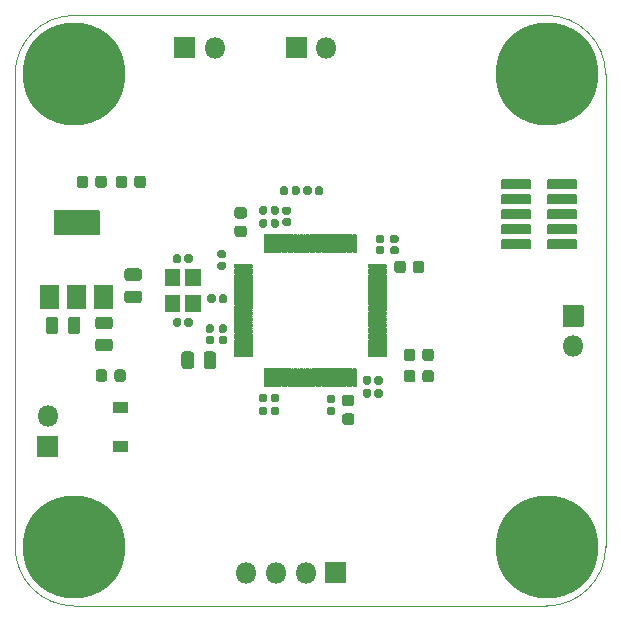
<source format=gbr>
%TF.GenerationSoftware,KiCad,Pcbnew,(5.1.7)-1*%
%TF.CreationDate,2020-10-04T21:24:07-05:00*%
%TF.ProjectId,STM32F4_Breakout,53544d33-3246-4345-9f42-7265616b6f75,rev?*%
%TF.SameCoordinates,Original*%
%TF.FileFunction,Soldermask,Top*%
%TF.FilePolarity,Negative*%
%FSLAX46Y46*%
G04 Gerber Fmt 4.6, Leading zero omitted, Abs format (unit mm)*
G04 Created by KiCad (PCBNEW (5.1.7)-1) date 2020-10-04 21:24:07*
%MOMM*%
%LPD*%
G01*
G04 APERTURE LIST*
%TA.AperFunction,Profile*%
%ADD10C,0.050000*%
%TD*%
%ADD11C,1.002000*%
%ADD12C,8.702000*%
%ADD13O,1.802000X1.802000*%
%ADD14C,0.350000*%
G04 APERTURE END LIST*
D10*
X70000000Y-65000000D02*
G75*
G02*
X65000000Y-70000000I-5000000J0D01*
G01*
X25000000Y-70000000D02*
G75*
G02*
X20000000Y-65000000I0J5000000D01*
G01*
X20000000Y-25000000D02*
G75*
G02*
X25000000Y-20000000I5000000J0D01*
G01*
X65000000Y-20000000D02*
G75*
G02*
X70000000Y-25000000I0J-5000000D01*
G01*
X20000000Y-65000000D02*
X20000000Y-25000000D01*
X65000000Y-70000000D02*
X25000000Y-70000000D01*
X70000000Y-25000000D02*
X70000000Y-65000000D01*
X25000000Y-20000000D02*
X65000000Y-20000000D01*
X70000000Y-65000000D02*
G75*
G02*
X65000000Y-70000000I-5000000J0D01*
G01*
X25000000Y-70000000D02*
G75*
G02*
X20000000Y-65000000I0J5000000D01*
G01*
X20000000Y-25000000D02*
G75*
G02*
X25000000Y-20000000I5000000J0D01*
G01*
X65000000Y-20000000D02*
G75*
G02*
X70000000Y-25000000I0J-5000000D01*
G01*
X20000000Y-65000000D02*
X20000000Y-25000000D01*
X65000000Y-70000000D02*
X25000000Y-70000000D01*
X70000000Y-25000000D02*
X70000000Y-65000000D01*
X25000000Y-20000000D02*
X65000000Y-20000000D01*
%TO.C,C1*%
G36*
G01*
X30481750Y-44376000D02*
X29518250Y-44376000D01*
G75*
G02*
X29249000Y-44106750I0J269250D01*
G01*
X29249000Y-43568250D01*
G75*
G02*
X29518250Y-43299000I269250J0D01*
G01*
X30481750Y-43299000D01*
G75*
G02*
X30751000Y-43568250I0J-269250D01*
G01*
X30751000Y-44106750D01*
G75*
G02*
X30481750Y-44376000I-269250J0D01*
G01*
G37*
G36*
G01*
X30481750Y-42501000D02*
X29518250Y-42501000D01*
G75*
G02*
X29249000Y-42231750I0J269250D01*
G01*
X29249000Y-41693250D01*
G75*
G02*
X29518250Y-41424000I269250J0D01*
G01*
X30481750Y-41424000D01*
G75*
G02*
X30751000Y-41693250I0J-269250D01*
G01*
X30751000Y-42231750D01*
G75*
G02*
X30481750Y-42501000I-269250J0D01*
G01*
G37*
%TD*%
%TO.C,C2*%
G36*
G01*
X23663500Y-45768250D02*
X23663500Y-46731750D01*
G75*
G02*
X23394250Y-47001000I-269250J0D01*
G01*
X22855750Y-47001000D01*
G75*
G02*
X22586500Y-46731750I0J269250D01*
G01*
X22586500Y-45768250D01*
G75*
G02*
X22855750Y-45499000I269250J0D01*
G01*
X23394250Y-45499000D01*
G75*
G02*
X23663500Y-45768250I0J-269250D01*
G01*
G37*
G36*
G01*
X25538500Y-45768250D02*
X25538500Y-46731750D01*
G75*
G02*
X25269250Y-47001000I-269250J0D01*
G01*
X24730750Y-47001000D01*
G75*
G02*
X24461500Y-46731750I0J269250D01*
G01*
X24461500Y-45768250D01*
G75*
G02*
X24730750Y-45499000I269250J0D01*
G01*
X25269250Y-45499000D01*
G75*
G02*
X25538500Y-45768250I0J-269250D01*
G01*
G37*
%TD*%
%TO.C,C3*%
G36*
G01*
X39381750Y-38776000D02*
X38818250Y-38776000D01*
G75*
G02*
X38574000Y-38531750I0J244250D01*
G01*
X38574000Y-38043250D01*
G75*
G02*
X38818250Y-37799000I244250J0D01*
G01*
X39381750Y-37799000D01*
G75*
G02*
X39626000Y-38043250I0J-244250D01*
G01*
X39626000Y-38531750D01*
G75*
G02*
X39381750Y-38776000I-244250J0D01*
G01*
G37*
G36*
G01*
X39381750Y-37201000D02*
X38818250Y-37201000D01*
G75*
G02*
X38574000Y-36956750I0J244250D01*
G01*
X38574000Y-36468250D01*
G75*
G02*
X38818250Y-36224000I244250J0D01*
G01*
X39381750Y-36224000D01*
G75*
G02*
X39626000Y-36468250I0J-244250D01*
G01*
X39626000Y-36956750D01*
G75*
G02*
X39381750Y-37201000I-244250J0D01*
G01*
G37*
%TD*%
%TO.C,C4*%
G36*
G01*
X37698000Y-40576000D02*
X37302000Y-40576000D01*
G75*
G02*
X37129000Y-40403000I0J173000D01*
G01*
X37129000Y-40057000D01*
G75*
G02*
X37302000Y-39884000I173000J0D01*
G01*
X37698000Y-39884000D01*
G75*
G02*
X37871000Y-40057000I0J-173000D01*
G01*
X37871000Y-40403000D01*
G75*
G02*
X37698000Y-40576000I-173000J0D01*
G01*
G37*
G36*
G01*
X37698000Y-41546000D02*
X37302000Y-41546000D01*
G75*
G02*
X37129000Y-41373000I0J173000D01*
G01*
X37129000Y-41027000D01*
G75*
G02*
X37302000Y-40854000I173000J0D01*
G01*
X37698000Y-40854000D01*
G75*
G02*
X37871000Y-41027000I0J-173000D01*
G01*
X37871000Y-41373000D01*
G75*
G02*
X37698000Y-41546000I-173000J0D01*
G01*
G37*
%TD*%
%TO.C,C5*%
G36*
G01*
X42331000Y-52202000D02*
X42331000Y-52598000D01*
G75*
G02*
X42158000Y-52771000I-173000J0D01*
G01*
X41812000Y-52771000D01*
G75*
G02*
X41639000Y-52598000I0J173000D01*
G01*
X41639000Y-52202000D01*
G75*
G02*
X41812000Y-52029000I173000J0D01*
G01*
X42158000Y-52029000D01*
G75*
G02*
X42331000Y-52202000I0J-173000D01*
G01*
G37*
G36*
G01*
X41361000Y-52202000D02*
X41361000Y-52598000D01*
G75*
G02*
X41188000Y-52771000I-173000J0D01*
G01*
X40842000Y-52771000D01*
G75*
G02*
X40669000Y-52598000I0J173000D01*
G01*
X40669000Y-52202000D01*
G75*
G02*
X40842000Y-52029000I173000J0D01*
G01*
X41188000Y-52029000D01*
G75*
G02*
X41361000Y-52202000I0J-173000D01*
G01*
G37*
%TD*%
%TO.C,C6*%
G36*
G01*
X41361000Y-53302000D02*
X41361000Y-53698000D01*
G75*
G02*
X41188000Y-53871000I-173000J0D01*
G01*
X40842000Y-53871000D01*
G75*
G02*
X40669000Y-53698000I0J173000D01*
G01*
X40669000Y-53302000D01*
G75*
G02*
X40842000Y-53129000I173000J0D01*
G01*
X41188000Y-53129000D01*
G75*
G02*
X41361000Y-53302000I0J-173000D01*
G01*
G37*
G36*
G01*
X42331000Y-53302000D02*
X42331000Y-53698000D01*
G75*
G02*
X42158000Y-53871000I-173000J0D01*
G01*
X41812000Y-53871000D01*
G75*
G02*
X41639000Y-53698000I0J173000D01*
G01*
X41639000Y-53302000D01*
G75*
G02*
X41812000Y-53129000I173000J0D01*
G01*
X42158000Y-53129000D01*
G75*
G02*
X42331000Y-53302000I0J-173000D01*
G01*
G37*
%TD*%
%TO.C,C7*%
G36*
G01*
X49454000Y-51098000D02*
X49454000Y-50702000D01*
G75*
G02*
X49627000Y-50529000I173000J0D01*
G01*
X49973000Y-50529000D01*
G75*
G02*
X50146000Y-50702000I0J-173000D01*
G01*
X50146000Y-51098000D01*
G75*
G02*
X49973000Y-51271000I-173000J0D01*
G01*
X49627000Y-51271000D01*
G75*
G02*
X49454000Y-51098000I0J173000D01*
G01*
G37*
G36*
G01*
X50424000Y-51098000D02*
X50424000Y-50702000D01*
G75*
G02*
X50597000Y-50529000I173000J0D01*
G01*
X50943000Y-50529000D01*
G75*
G02*
X51116000Y-50702000I0J-173000D01*
G01*
X51116000Y-51098000D01*
G75*
G02*
X50943000Y-51271000I-173000J0D01*
G01*
X50597000Y-51271000D01*
G75*
G02*
X50424000Y-51098000I0J173000D01*
G01*
G37*
%TD*%
%TO.C,C8*%
G36*
G01*
X50424000Y-52198000D02*
X50424000Y-51802000D01*
G75*
G02*
X50597000Y-51629000I173000J0D01*
G01*
X50943000Y-51629000D01*
G75*
G02*
X51116000Y-51802000I0J-173000D01*
G01*
X51116000Y-52198000D01*
G75*
G02*
X50943000Y-52371000I-173000J0D01*
G01*
X50597000Y-52371000D01*
G75*
G02*
X50424000Y-52198000I0J173000D01*
G01*
G37*
G36*
G01*
X49454000Y-52198000D02*
X49454000Y-51802000D01*
G75*
G02*
X49627000Y-51629000I173000J0D01*
G01*
X49973000Y-51629000D01*
G75*
G02*
X50146000Y-51802000I0J-173000D01*
G01*
X50146000Y-52198000D01*
G75*
G02*
X49973000Y-52371000I-173000J0D01*
G01*
X49627000Y-52371000D01*
G75*
G02*
X49454000Y-52198000I0J173000D01*
G01*
G37*
%TD*%
%TO.C,C9*%
G36*
G01*
X51098000Y-40231000D02*
X50702000Y-40231000D01*
G75*
G02*
X50529000Y-40058000I0J173000D01*
G01*
X50529000Y-39712000D01*
G75*
G02*
X50702000Y-39539000I173000J0D01*
G01*
X51098000Y-39539000D01*
G75*
G02*
X51271000Y-39712000I0J-173000D01*
G01*
X51271000Y-40058000D01*
G75*
G02*
X51098000Y-40231000I-173000J0D01*
G01*
G37*
G36*
G01*
X51098000Y-39261000D02*
X50702000Y-39261000D01*
G75*
G02*
X50529000Y-39088000I0J173000D01*
G01*
X50529000Y-38742000D01*
G75*
G02*
X50702000Y-38569000I173000J0D01*
G01*
X51098000Y-38569000D01*
G75*
G02*
X51271000Y-38742000I0J-173000D01*
G01*
X51271000Y-39088000D01*
G75*
G02*
X51098000Y-39261000I-173000J0D01*
G01*
G37*
%TD*%
%TO.C,C10*%
G36*
G01*
X52298000Y-40246000D02*
X51902000Y-40246000D01*
G75*
G02*
X51729000Y-40073000I0J173000D01*
G01*
X51729000Y-39727000D01*
G75*
G02*
X51902000Y-39554000I173000J0D01*
G01*
X52298000Y-39554000D01*
G75*
G02*
X52471000Y-39727000I0J-173000D01*
G01*
X52471000Y-40073000D01*
G75*
G02*
X52298000Y-40246000I-173000J0D01*
G01*
G37*
G36*
G01*
X52298000Y-39276000D02*
X51902000Y-39276000D01*
G75*
G02*
X51729000Y-39103000I0J173000D01*
G01*
X51729000Y-38757000D01*
G75*
G02*
X51902000Y-38584000I173000J0D01*
G01*
X52298000Y-38584000D01*
G75*
G02*
X52471000Y-38757000I0J-173000D01*
G01*
X52471000Y-39103000D01*
G75*
G02*
X52298000Y-39276000I-173000J0D01*
G01*
G37*
%TD*%
%TO.C,C11*%
G36*
G01*
X41639000Y-37798000D02*
X41639000Y-37402000D01*
G75*
G02*
X41812000Y-37229000I173000J0D01*
G01*
X42158000Y-37229000D01*
G75*
G02*
X42331000Y-37402000I0J-173000D01*
G01*
X42331000Y-37798000D01*
G75*
G02*
X42158000Y-37971000I-173000J0D01*
G01*
X41812000Y-37971000D01*
G75*
G02*
X41639000Y-37798000I0J173000D01*
G01*
G37*
G36*
G01*
X40669000Y-37798000D02*
X40669000Y-37402000D01*
G75*
G02*
X40842000Y-37229000I173000J0D01*
G01*
X41188000Y-37229000D01*
G75*
G02*
X41361000Y-37402000I0J-173000D01*
G01*
X41361000Y-37798000D01*
G75*
G02*
X41188000Y-37971000I-173000J0D01*
G01*
X40842000Y-37971000D01*
G75*
G02*
X40669000Y-37798000I0J173000D01*
G01*
G37*
%TD*%
%TO.C,C12*%
G36*
G01*
X40669000Y-36698000D02*
X40669000Y-36302000D01*
G75*
G02*
X40842000Y-36129000I173000J0D01*
G01*
X41188000Y-36129000D01*
G75*
G02*
X41361000Y-36302000I0J-173000D01*
G01*
X41361000Y-36698000D01*
G75*
G02*
X41188000Y-36871000I-173000J0D01*
G01*
X40842000Y-36871000D01*
G75*
G02*
X40669000Y-36698000I0J173000D01*
G01*
G37*
G36*
G01*
X41639000Y-36698000D02*
X41639000Y-36302000D01*
G75*
G02*
X41812000Y-36129000I173000J0D01*
G01*
X42158000Y-36129000D01*
G75*
G02*
X42331000Y-36302000I0J-173000D01*
G01*
X42331000Y-36698000D01*
G75*
G02*
X42158000Y-36871000I-173000J0D01*
G01*
X41812000Y-36871000D01*
G75*
G02*
X41639000Y-36698000I0J173000D01*
G01*
G37*
%TD*%
%TO.C,C13*%
G36*
G01*
X36698000Y-46861000D02*
X36302000Y-46861000D01*
G75*
G02*
X36129000Y-46688000I0J173000D01*
G01*
X36129000Y-46342000D01*
G75*
G02*
X36302000Y-46169000I173000J0D01*
G01*
X36698000Y-46169000D01*
G75*
G02*
X36871000Y-46342000I0J-173000D01*
G01*
X36871000Y-46688000D01*
G75*
G02*
X36698000Y-46861000I-173000J0D01*
G01*
G37*
G36*
G01*
X36698000Y-47831000D02*
X36302000Y-47831000D01*
G75*
G02*
X36129000Y-47658000I0J173000D01*
G01*
X36129000Y-47312000D01*
G75*
G02*
X36302000Y-47139000I173000J0D01*
G01*
X36698000Y-47139000D01*
G75*
G02*
X36871000Y-47312000I0J-173000D01*
G01*
X36871000Y-47658000D01*
G75*
G02*
X36698000Y-47831000I-173000J0D01*
G01*
G37*
%TD*%
%TO.C,C14*%
G36*
G01*
X37798000Y-46861000D02*
X37402000Y-46861000D01*
G75*
G02*
X37229000Y-46688000I0J173000D01*
G01*
X37229000Y-46342000D01*
G75*
G02*
X37402000Y-46169000I173000J0D01*
G01*
X37798000Y-46169000D01*
G75*
G02*
X37971000Y-46342000I0J-173000D01*
G01*
X37971000Y-46688000D01*
G75*
G02*
X37798000Y-46861000I-173000J0D01*
G01*
G37*
G36*
G01*
X37798000Y-47831000D02*
X37402000Y-47831000D01*
G75*
G02*
X37229000Y-47658000I0J173000D01*
G01*
X37229000Y-47312000D01*
G75*
G02*
X37402000Y-47139000I173000J0D01*
G01*
X37798000Y-47139000D01*
G75*
G02*
X37971000Y-47312000I0J-173000D01*
G01*
X37971000Y-47658000D01*
G75*
G02*
X37798000Y-47831000I-173000J0D01*
G01*
G37*
%TD*%
%TO.C,C15*%
G36*
G01*
X47918250Y-53699000D02*
X48481750Y-53699000D01*
G75*
G02*
X48726000Y-53943250I0J-244250D01*
G01*
X48726000Y-54431750D01*
G75*
G02*
X48481750Y-54676000I-244250J0D01*
G01*
X47918250Y-54676000D01*
G75*
G02*
X47674000Y-54431750I0J244250D01*
G01*
X47674000Y-53943250D01*
G75*
G02*
X47918250Y-53699000I244250J0D01*
G01*
G37*
G36*
G01*
X47918250Y-52124000D02*
X48481750Y-52124000D01*
G75*
G02*
X48726000Y-52368250I0J-244250D01*
G01*
X48726000Y-52856750D01*
G75*
G02*
X48481750Y-53101000I-244250J0D01*
G01*
X47918250Y-53101000D01*
G75*
G02*
X47674000Y-52856750I0J244250D01*
G01*
X47674000Y-52368250D01*
G75*
G02*
X47918250Y-52124000I244250J0D01*
G01*
G37*
%TD*%
%TO.C,C16*%
G36*
G01*
X52111500Y-41581750D02*
X52111500Y-41018250D01*
G75*
G02*
X52355750Y-40774000I244250J0D01*
G01*
X52844250Y-40774000D01*
G75*
G02*
X53088500Y-41018250I0J-244250D01*
G01*
X53088500Y-41581750D01*
G75*
G02*
X52844250Y-41826000I-244250J0D01*
G01*
X52355750Y-41826000D01*
G75*
G02*
X52111500Y-41581750I0J244250D01*
G01*
G37*
G36*
G01*
X53686500Y-41581750D02*
X53686500Y-41018250D01*
G75*
G02*
X53930750Y-40774000I244250J0D01*
G01*
X54419250Y-40774000D01*
G75*
G02*
X54663500Y-41018250I0J-244250D01*
G01*
X54663500Y-41581750D01*
G75*
G02*
X54419250Y-41826000I-244250J0D01*
G01*
X53930750Y-41826000D01*
G75*
G02*
X53686500Y-41581750I0J244250D01*
G01*
G37*
%TD*%
%TO.C,C17*%
G36*
G01*
X33369000Y-40798000D02*
X33369000Y-40402000D01*
G75*
G02*
X33542000Y-40229000I173000J0D01*
G01*
X33888000Y-40229000D01*
G75*
G02*
X34061000Y-40402000I0J-173000D01*
G01*
X34061000Y-40798000D01*
G75*
G02*
X33888000Y-40971000I-173000J0D01*
G01*
X33542000Y-40971000D01*
G75*
G02*
X33369000Y-40798000I0J173000D01*
G01*
G37*
G36*
G01*
X34339000Y-40798000D02*
X34339000Y-40402000D01*
G75*
G02*
X34512000Y-40229000I173000J0D01*
G01*
X34858000Y-40229000D01*
G75*
G02*
X35031000Y-40402000I0J-173000D01*
G01*
X35031000Y-40798000D01*
G75*
G02*
X34858000Y-40971000I-173000J0D01*
G01*
X34512000Y-40971000D01*
G75*
G02*
X34339000Y-40798000I0J173000D01*
G01*
G37*
%TD*%
%TO.C,C18*%
G36*
G01*
X35031000Y-45802000D02*
X35031000Y-46198000D01*
G75*
G02*
X34858000Y-46371000I-173000J0D01*
G01*
X34512000Y-46371000D01*
G75*
G02*
X34339000Y-46198000I0J173000D01*
G01*
X34339000Y-45802000D01*
G75*
G02*
X34512000Y-45629000I173000J0D01*
G01*
X34858000Y-45629000D01*
G75*
G02*
X35031000Y-45802000I0J-173000D01*
G01*
G37*
G36*
G01*
X34061000Y-45802000D02*
X34061000Y-46198000D01*
G75*
G02*
X33888000Y-46371000I-173000J0D01*
G01*
X33542000Y-46371000D01*
G75*
G02*
X33369000Y-46198000I0J173000D01*
G01*
X33369000Y-45802000D01*
G75*
G02*
X33542000Y-45629000I173000J0D01*
G01*
X33888000Y-45629000D01*
G75*
G02*
X34061000Y-45802000I0J-173000D01*
G01*
G37*
%TD*%
%TO.C,D1*%
G36*
G01*
X28300000Y-52699000D02*
X29500000Y-52699000D01*
G75*
G02*
X29551000Y-52750000I0J-51000D01*
G01*
X29551000Y-53650000D01*
G75*
G02*
X29500000Y-53701000I-51000J0D01*
G01*
X28300000Y-53701000D01*
G75*
G02*
X28249000Y-53650000I0J51000D01*
G01*
X28249000Y-52750000D01*
G75*
G02*
X28300000Y-52699000I51000J0D01*
G01*
G37*
G36*
G01*
X28300000Y-55999000D02*
X29500000Y-55999000D01*
G75*
G02*
X29551000Y-56050000I0J-51000D01*
G01*
X29551000Y-56950000D01*
G75*
G02*
X29500000Y-57001000I-51000J0D01*
G01*
X28300000Y-57001000D01*
G75*
G02*
X28249000Y-56950000I0J51000D01*
G01*
X28249000Y-56050000D01*
G75*
G02*
X28300000Y-55999000I51000J0D01*
G01*
G37*
%TD*%
%TO.C,D2*%
G36*
G01*
X27763500Y-33818250D02*
X27763500Y-34381750D01*
G75*
G02*
X27519250Y-34626000I-244250J0D01*
G01*
X27030750Y-34626000D01*
G75*
G02*
X26786500Y-34381750I0J244250D01*
G01*
X26786500Y-33818250D01*
G75*
G02*
X27030750Y-33574000I244250J0D01*
G01*
X27519250Y-33574000D01*
G75*
G02*
X27763500Y-33818250I0J-244250D01*
G01*
G37*
G36*
G01*
X26188500Y-33818250D02*
X26188500Y-34381750D01*
G75*
G02*
X25944250Y-34626000I-244250J0D01*
G01*
X25455750Y-34626000D01*
G75*
G02*
X25211500Y-34381750I0J244250D01*
G01*
X25211500Y-33818250D01*
G75*
G02*
X25455750Y-33574000I244250J0D01*
G01*
X25944250Y-33574000D01*
G75*
G02*
X26188500Y-33818250I0J-244250D01*
G01*
G37*
%TD*%
%TO.C,D3*%
G36*
G01*
X53888500Y-48468250D02*
X53888500Y-49031750D01*
G75*
G02*
X53644250Y-49276000I-244250J0D01*
G01*
X53155750Y-49276000D01*
G75*
G02*
X52911500Y-49031750I0J244250D01*
G01*
X52911500Y-48468250D01*
G75*
G02*
X53155750Y-48224000I244250J0D01*
G01*
X53644250Y-48224000D01*
G75*
G02*
X53888500Y-48468250I0J-244250D01*
G01*
G37*
G36*
G01*
X55463500Y-48468250D02*
X55463500Y-49031750D01*
G75*
G02*
X55219250Y-49276000I-244250J0D01*
G01*
X54730750Y-49276000D01*
G75*
G02*
X54486500Y-49031750I0J244250D01*
G01*
X54486500Y-48468250D01*
G75*
G02*
X54730750Y-48224000I244250J0D01*
G01*
X55219250Y-48224000D01*
G75*
G02*
X55463500Y-48468250I0J-244250D01*
G01*
G37*
%TD*%
%TO.C,F1*%
G36*
G01*
X29376000Y-50218250D02*
X29376000Y-50781750D01*
G75*
G02*
X29131750Y-51026000I-244250J0D01*
G01*
X28643250Y-51026000D01*
G75*
G02*
X28399000Y-50781750I0J244250D01*
G01*
X28399000Y-50218250D01*
G75*
G02*
X28643250Y-49974000I244250J0D01*
G01*
X29131750Y-49974000D01*
G75*
G02*
X29376000Y-50218250I0J-244250D01*
G01*
G37*
G36*
G01*
X27801000Y-50218250D02*
X27801000Y-50781750D01*
G75*
G02*
X27556750Y-51026000I-244250J0D01*
G01*
X27068250Y-51026000D01*
G75*
G02*
X26824000Y-50781750I0J244250D01*
G01*
X26824000Y-50218250D01*
G75*
G02*
X27068250Y-49974000I244250J0D01*
G01*
X27556750Y-49974000D01*
G75*
G02*
X27801000Y-50218250I0J-244250D01*
G01*
G37*
%TD*%
%TO.C,FB1*%
G36*
G01*
X27048250Y-45501500D02*
X28011750Y-45501500D01*
G75*
G02*
X28281000Y-45770750I0J-269250D01*
G01*
X28281000Y-46309250D01*
G75*
G02*
X28011750Y-46578500I-269250J0D01*
G01*
X27048250Y-46578500D01*
G75*
G02*
X26779000Y-46309250I0J269250D01*
G01*
X26779000Y-45770750D01*
G75*
G02*
X27048250Y-45501500I269250J0D01*
G01*
G37*
G36*
G01*
X27048250Y-47376500D02*
X28011750Y-47376500D01*
G75*
G02*
X28281000Y-47645750I0J-269250D01*
G01*
X28281000Y-48184250D01*
G75*
G02*
X28011750Y-48453500I-269250J0D01*
G01*
X27048250Y-48453500D01*
G75*
G02*
X26779000Y-48184250I0J269250D01*
G01*
X26779000Y-47645750D01*
G75*
G02*
X27048250Y-47376500I269250J0D01*
G01*
G37*
%TD*%
%TO.C,FB2*%
G36*
G01*
X35163500Y-48718250D02*
X35163500Y-49681750D01*
G75*
G02*
X34894250Y-49951000I-269250J0D01*
G01*
X34355750Y-49951000D01*
G75*
G02*
X34086500Y-49681750I0J269250D01*
G01*
X34086500Y-48718250D01*
G75*
G02*
X34355750Y-48449000I269250J0D01*
G01*
X34894250Y-48449000D01*
G75*
G02*
X35163500Y-48718250I0J-269250D01*
G01*
G37*
G36*
G01*
X37038500Y-48718250D02*
X37038500Y-49681750D01*
G75*
G02*
X36769250Y-49951000I-269250J0D01*
G01*
X36230750Y-49951000D01*
G75*
G02*
X35961500Y-49681750I0J269250D01*
G01*
X35961500Y-48718250D01*
G75*
G02*
X36230750Y-48449000I269250J0D01*
G01*
X36769250Y-48449000D01*
G75*
G02*
X37038500Y-48718250I0J-269250D01*
G01*
G37*
%TD*%
D11*
%TO.C,H1*%
X27280419Y-22719581D03*
X25000000Y-21775000D03*
X22719581Y-22719581D03*
X21775000Y-25000000D03*
X22719581Y-27280419D03*
X25000000Y-28225000D03*
X27280419Y-27280419D03*
X28225000Y-25000000D03*
D12*
X25000000Y-25000000D03*
%TD*%
%TO.C,H2*%
X65000000Y-25000000D03*
D11*
X68225000Y-25000000D03*
X67280419Y-27280419D03*
X65000000Y-28225000D03*
X62719581Y-27280419D03*
X61775000Y-25000000D03*
X62719581Y-22719581D03*
X65000000Y-21775000D03*
X67280419Y-22719581D03*
%TD*%
%TO.C,H3*%
X67280419Y-62719581D03*
X65000000Y-61775000D03*
X62719581Y-62719581D03*
X61775000Y-65000000D03*
X62719581Y-67280419D03*
X65000000Y-68225000D03*
X67280419Y-67280419D03*
X68225000Y-65000000D03*
D12*
X65000000Y-65000000D03*
%TD*%
%TO.C,H4*%
X25000000Y-65000000D03*
D11*
X28225000Y-65000000D03*
X27280419Y-67280419D03*
X25000000Y-68225000D03*
X22719581Y-67280419D03*
X21775000Y-65000000D03*
X22719581Y-62719581D03*
X25000000Y-61775000D03*
X27280419Y-62719581D03*
%TD*%
%TO.C,HSE1*%
G36*
G01*
X32749999Y-41449000D02*
X33950001Y-41449000D01*
G75*
G02*
X34001000Y-41499999I0J-50999D01*
G01*
X34001000Y-42900001D01*
G75*
G02*
X33950001Y-42951000I-50999J0D01*
G01*
X32749999Y-42951000D01*
G75*
G02*
X32699000Y-42900001I0J50999D01*
G01*
X32699000Y-41499999D01*
G75*
G02*
X32749999Y-41449000I50999J0D01*
G01*
G37*
G36*
G01*
X32749999Y-43649000D02*
X33950001Y-43649000D01*
G75*
G02*
X34001000Y-43699999I0J-50999D01*
G01*
X34001000Y-45100001D01*
G75*
G02*
X33950001Y-45151000I-50999J0D01*
G01*
X32749999Y-45151000D01*
G75*
G02*
X32699000Y-45100001I0J50999D01*
G01*
X32699000Y-43699999D01*
G75*
G02*
X32749999Y-43649000I50999J0D01*
G01*
G37*
G36*
G01*
X34449999Y-43649000D02*
X35650001Y-43649000D01*
G75*
G02*
X35701000Y-43699999I0J-50999D01*
G01*
X35701000Y-45100001D01*
G75*
G02*
X35650001Y-45151000I-50999J0D01*
G01*
X34449999Y-45151000D01*
G75*
G02*
X34399000Y-45100001I0J50999D01*
G01*
X34399000Y-43699999D01*
G75*
G02*
X34449999Y-43649000I50999J0D01*
G01*
G37*
G36*
G01*
X34449999Y-41449000D02*
X35650001Y-41449000D01*
G75*
G02*
X35701000Y-41499999I0J-50999D01*
G01*
X35701000Y-42900001D01*
G75*
G02*
X35650001Y-42951000I-50999J0D01*
G01*
X34449999Y-42951000D01*
G75*
G02*
X34399000Y-42900001I0J50999D01*
G01*
X34399000Y-41499999D01*
G75*
G02*
X34449999Y-41449000I50999J0D01*
G01*
G37*
%TD*%
D13*
%TO.C,J1*%
X22750000Y-53960000D03*
G36*
G01*
X23651000Y-55650000D02*
X23651000Y-57350000D01*
G75*
G02*
X23600000Y-57401000I-51000J0D01*
G01*
X21900000Y-57401000D01*
G75*
G02*
X21849000Y-57350000I0J51000D01*
G01*
X21849000Y-55650000D01*
G75*
G02*
X21900000Y-55599000I51000J0D01*
G01*
X23600000Y-55599000D01*
G75*
G02*
X23651000Y-55650000I0J-51000D01*
G01*
G37*
%TD*%
%TO.C,J2*%
X67250000Y-47990000D03*
G36*
G01*
X66349000Y-46300000D02*
X66349000Y-44600000D01*
G75*
G02*
X66400000Y-44549000I51000J0D01*
G01*
X68100000Y-44549000D01*
G75*
G02*
X68151000Y-44600000I0J-51000D01*
G01*
X68151000Y-46300000D01*
G75*
G02*
X68100000Y-46351000I-51000J0D01*
G01*
X66400000Y-46351000D01*
G75*
G02*
X66349000Y-46300000I0J51000D01*
G01*
G37*
%TD*%
%TO.C,J3*%
G36*
G01*
X35200000Y-23651000D02*
X33500000Y-23651000D01*
G75*
G02*
X33449000Y-23600000I0J51000D01*
G01*
X33449000Y-21900000D01*
G75*
G02*
X33500000Y-21849000I51000J0D01*
G01*
X35200000Y-21849000D01*
G75*
G02*
X35251000Y-21900000I0J-51000D01*
G01*
X35251000Y-23600000D01*
G75*
G02*
X35200000Y-23651000I-51000J0D01*
G01*
G37*
X36890000Y-22750000D03*
%TD*%
%TO.C,J4*%
G36*
G01*
X61149000Y-34680000D02*
X61149000Y-33940000D01*
G75*
G02*
X61200000Y-33889000I51000J0D01*
G01*
X63600000Y-33889000D01*
G75*
G02*
X63651000Y-33940000I0J-51000D01*
G01*
X63651000Y-34680000D01*
G75*
G02*
X63600000Y-34731000I-51000J0D01*
G01*
X61200000Y-34731000D01*
G75*
G02*
X61149000Y-34680000I0J51000D01*
G01*
G37*
G36*
G01*
X65049000Y-34680000D02*
X65049000Y-33940000D01*
G75*
G02*
X65100000Y-33889000I51000J0D01*
G01*
X67500000Y-33889000D01*
G75*
G02*
X67551000Y-33940000I0J-51000D01*
G01*
X67551000Y-34680000D01*
G75*
G02*
X67500000Y-34731000I-51000J0D01*
G01*
X65100000Y-34731000D01*
G75*
G02*
X65049000Y-34680000I0J51000D01*
G01*
G37*
G36*
G01*
X61149000Y-35950000D02*
X61149000Y-35210000D01*
G75*
G02*
X61200000Y-35159000I51000J0D01*
G01*
X63600000Y-35159000D01*
G75*
G02*
X63651000Y-35210000I0J-51000D01*
G01*
X63651000Y-35950000D01*
G75*
G02*
X63600000Y-36001000I-51000J0D01*
G01*
X61200000Y-36001000D01*
G75*
G02*
X61149000Y-35950000I0J51000D01*
G01*
G37*
G36*
G01*
X65049000Y-35950000D02*
X65049000Y-35210000D01*
G75*
G02*
X65100000Y-35159000I51000J0D01*
G01*
X67500000Y-35159000D01*
G75*
G02*
X67551000Y-35210000I0J-51000D01*
G01*
X67551000Y-35950000D01*
G75*
G02*
X67500000Y-36001000I-51000J0D01*
G01*
X65100000Y-36001000D01*
G75*
G02*
X65049000Y-35950000I0J51000D01*
G01*
G37*
G36*
G01*
X61149000Y-37220000D02*
X61149000Y-36480000D01*
G75*
G02*
X61200000Y-36429000I51000J0D01*
G01*
X63600000Y-36429000D01*
G75*
G02*
X63651000Y-36480000I0J-51000D01*
G01*
X63651000Y-37220000D01*
G75*
G02*
X63600000Y-37271000I-51000J0D01*
G01*
X61200000Y-37271000D01*
G75*
G02*
X61149000Y-37220000I0J51000D01*
G01*
G37*
G36*
G01*
X65049000Y-37220000D02*
X65049000Y-36480000D01*
G75*
G02*
X65100000Y-36429000I51000J0D01*
G01*
X67500000Y-36429000D01*
G75*
G02*
X67551000Y-36480000I0J-51000D01*
G01*
X67551000Y-37220000D01*
G75*
G02*
X67500000Y-37271000I-51000J0D01*
G01*
X65100000Y-37271000D01*
G75*
G02*
X65049000Y-37220000I0J51000D01*
G01*
G37*
G36*
G01*
X61149000Y-38490000D02*
X61149000Y-37750000D01*
G75*
G02*
X61200000Y-37699000I51000J0D01*
G01*
X63600000Y-37699000D01*
G75*
G02*
X63651000Y-37750000I0J-51000D01*
G01*
X63651000Y-38490000D01*
G75*
G02*
X63600000Y-38541000I-51000J0D01*
G01*
X61200000Y-38541000D01*
G75*
G02*
X61149000Y-38490000I0J51000D01*
G01*
G37*
G36*
G01*
X65049000Y-38490000D02*
X65049000Y-37750000D01*
G75*
G02*
X65100000Y-37699000I51000J0D01*
G01*
X67500000Y-37699000D01*
G75*
G02*
X67551000Y-37750000I0J-51000D01*
G01*
X67551000Y-38490000D01*
G75*
G02*
X67500000Y-38541000I-51000J0D01*
G01*
X65100000Y-38541000D01*
G75*
G02*
X65049000Y-38490000I0J51000D01*
G01*
G37*
G36*
G01*
X61149000Y-39760000D02*
X61149000Y-39020000D01*
G75*
G02*
X61200000Y-38969000I51000J0D01*
G01*
X63600000Y-38969000D01*
G75*
G02*
X63651000Y-39020000I0J-51000D01*
G01*
X63651000Y-39760000D01*
G75*
G02*
X63600000Y-39811000I-51000J0D01*
G01*
X61200000Y-39811000D01*
G75*
G02*
X61149000Y-39760000I0J51000D01*
G01*
G37*
G36*
G01*
X65049000Y-39760000D02*
X65049000Y-39020000D01*
G75*
G02*
X65100000Y-38969000I51000J0D01*
G01*
X67500000Y-38969000D01*
G75*
G02*
X67551000Y-39020000I0J-51000D01*
G01*
X67551000Y-39760000D01*
G75*
G02*
X67500000Y-39811000I-51000J0D01*
G01*
X65100000Y-39811000D01*
G75*
G02*
X65049000Y-39760000I0J51000D01*
G01*
G37*
%TD*%
%TO.C,J5*%
G36*
G01*
X44650000Y-23651000D02*
X42950000Y-23651000D01*
G75*
G02*
X42899000Y-23600000I0J51000D01*
G01*
X42899000Y-21900000D01*
G75*
G02*
X42950000Y-21849000I51000J0D01*
G01*
X44650000Y-21849000D01*
G75*
G02*
X44701000Y-21900000I0J-51000D01*
G01*
X44701000Y-23600000D01*
G75*
G02*
X44650000Y-23651000I-51000J0D01*
G01*
G37*
X46340000Y-22750000D03*
%TD*%
%TO.C,J6*%
G36*
G01*
X46300000Y-66299000D02*
X48000000Y-66299000D01*
G75*
G02*
X48051000Y-66350000I0J-51000D01*
G01*
X48051000Y-68050000D01*
G75*
G02*
X48000000Y-68101000I-51000J0D01*
G01*
X46300000Y-68101000D01*
G75*
G02*
X46249000Y-68050000I0J51000D01*
G01*
X46249000Y-66350000D01*
G75*
G02*
X46300000Y-66299000I51000J0D01*
G01*
G37*
X44610000Y-67200000D03*
X42070000Y-67200000D03*
X39530000Y-67200000D03*
%TD*%
%TO.C,R1*%
G36*
G01*
X28524000Y-34381750D02*
X28524000Y-33818250D01*
G75*
G02*
X28768250Y-33574000I244250J0D01*
G01*
X29256750Y-33574000D01*
G75*
G02*
X29501000Y-33818250I0J-244250D01*
G01*
X29501000Y-34381750D01*
G75*
G02*
X29256750Y-34626000I-244250J0D01*
G01*
X28768250Y-34626000D01*
G75*
G02*
X28524000Y-34381750I0J244250D01*
G01*
G37*
G36*
G01*
X30099000Y-34381750D02*
X30099000Y-33818250D01*
G75*
G02*
X30343250Y-33574000I244250J0D01*
G01*
X30831750Y-33574000D01*
G75*
G02*
X31076000Y-33818250I0J-244250D01*
G01*
X31076000Y-34381750D01*
G75*
G02*
X30831750Y-34626000I-244250J0D01*
G01*
X30343250Y-34626000D01*
G75*
G02*
X30099000Y-34381750I0J244250D01*
G01*
G37*
%TD*%
%TO.C,R2*%
G36*
G01*
X43198000Y-36876000D02*
X42802000Y-36876000D01*
G75*
G02*
X42629000Y-36703000I0J173000D01*
G01*
X42629000Y-36357000D01*
G75*
G02*
X42802000Y-36184000I173000J0D01*
G01*
X43198000Y-36184000D01*
G75*
G02*
X43371000Y-36357000I0J-173000D01*
G01*
X43371000Y-36703000D01*
G75*
G02*
X43198000Y-36876000I-173000J0D01*
G01*
G37*
G36*
G01*
X43198000Y-37846000D02*
X42802000Y-37846000D01*
G75*
G02*
X42629000Y-37673000I0J173000D01*
G01*
X42629000Y-37327000D01*
G75*
G02*
X42802000Y-37154000I173000J0D01*
G01*
X43198000Y-37154000D01*
G75*
G02*
X43371000Y-37327000I0J-173000D01*
G01*
X43371000Y-37673000D01*
G75*
G02*
X43198000Y-37846000I-173000J0D01*
G01*
G37*
%TD*%
%TO.C,R3*%
G36*
G01*
X46552000Y-52154000D02*
X46948000Y-52154000D01*
G75*
G02*
X47121000Y-52327000I0J-173000D01*
G01*
X47121000Y-52673000D01*
G75*
G02*
X46948000Y-52846000I-173000J0D01*
G01*
X46552000Y-52846000D01*
G75*
G02*
X46379000Y-52673000I0J173000D01*
G01*
X46379000Y-52327000D01*
G75*
G02*
X46552000Y-52154000I173000J0D01*
G01*
G37*
G36*
G01*
X46552000Y-53124000D02*
X46948000Y-53124000D01*
G75*
G02*
X47121000Y-53297000I0J-173000D01*
G01*
X47121000Y-53643000D01*
G75*
G02*
X46948000Y-53816000I-173000J0D01*
G01*
X46552000Y-53816000D01*
G75*
G02*
X46379000Y-53643000I0J173000D01*
G01*
X46379000Y-53297000D01*
G75*
G02*
X46552000Y-53124000I173000J0D01*
G01*
G37*
%TD*%
%TO.C,R4*%
G36*
G01*
X45111000Y-34652000D02*
X45111000Y-35048000D01*
G75*
G02*
X44938000Y-35221000I-173000J0D01*
G01*
X44592000Y-35221000D01*
G75*
G02*
X44419000Y-35048000I0J173000D01*
G01*
X44419000Y-34652000D01*
G75*
G02*
X44592000Y-34479000I173000J0D01*
G01*
X44938000Y-34479000D01*
G75*
G02*
X45111000Y-34652000I0J-173000D01*
G01*
G37*
G36*
G01*
X46081000Y-34652000D02*
X46081000Y-35048000D01*
G75*
G02*
X45908000Y-35221000I-173000J0D01*
G01*
X45562000Y-35221000D01*
G75*
G02*
X45389000Y-35048000I0J173000D01*
G01*
X45389000Y-34652000D01*
G75*
G02*
X45562000Y-34479000I173000J0D01*
G01*
X45908000Y-34479000D01*
G75*
G02*
X46081000Y-34652000I0J-173000D01*
G01*
G37*
%TD*%
%TO.C,R5*%
G36*
G01*
X42434000Y-35048000D02*
X42434000Y-34652000D01*
G75*
G02*
X42607000Y-34479000I173000J0D01*
G01*
X42953000Y-34479000D01*
G75*
G02*
X43126000Y-34652000I0J-173000D01*
G01*
X43126000Y-35048000D01*
G75*
G02*
X42953000Y-35221000I-173000J0D01*
G01*
X42607000Y-35221000D01*
G75*
G02*
X42434000Y-35048000I0J173000D01*
G01*
G37*
G36*
G01*
X43404000Y-35048000D02*
X43404000Y-34652000D01*
G75*
G02*
X43577000Y-34479000I173000J0D01*
G01*
X43923000Y-34479000D01*
G75*
G02*
X44096000Y-34652000I0J-173000D01*
G01*
X44096000Y-35048000D01*
G75*
G02*
X43923000Y-35221000I-173000J0D01*
G01*
X43577000Y-35221000D01*
G75*
G02*
X43404000Y-35048000I0J173000D01*
G01*
G37*
%TD*%
%TO.C,R6*%
G36*
G01*
X37946000Y-43802000D02*
X37946000Y-44198000D01*
G75*
G02*
X37773000Y-44371000I-173000J0D01*
G01*
X37427000Y-44371000D01*
G75*
G02*
X37254000Y-44198000I0J173000D01*
G01*
X37254000Y-43802000D01*
G75*
G02*
X37427000Y-43629000I173000J0D01*
G01*
X37773000Y-43629000D01*
G75*
G02*
X37946000Y-43802000I0J-173000D01*
G01*
G37*
G36*
G01*
X36976000Y-43802000D02*
X36976000Y-44198000D01*
G75*
G02*
X36803000Y-44371000I-173000J0D01*
G01*
X36457000Y-44371000D01*
G75*
G02*
X36284000Y-44198000I0J173000D01*
G01*
X36284000Y-43802000D01*
G75*
G02*
X36457000Y-43629000I173000J0D01*
G01*
X36803000Y-43629000D01*
G75*
G02*
X36976000Y-43802000I0J-173000D01*
G01*
G37*
%TD*%
%TO.C,R7*%
G36*
G01*
X53888500Y-50268250D02*
X53888500Y-50831750D01*
G75*
G02*
X53644250Y-51076000I-244250J0D01*
G01*
X53155750Y-51076000D01*
G75*
G02*
X52911500Y-50831750I0J244250D01*
G01*
X52911500Y-50268250D01*
G75*
G02*
X53155750Y-50024000I244250J0D01*
G01*
X53644250Y-50024000D01*
G75*
G02*
X53888500Y-50268250I0J-244250D01*
G01*
G37*
G36*
G01*
X55463500Y-50268250D02*
X55463500Y-50831750D01*
G75*
G02*
X55219250Y-51076000I-244250J0D01*
G01*
X54730750Y-51076000D01*
G75*
G02*
X54486500Y-50831750I0J244250D01*
G01*
X54486500Y-50268250D01*
G75*
G02*
X54730750Y-50024000I244250J0D01*
G01*
X55219250Y-50024000D01*
G75*
G02*
X55463500Y-50268250I0J-244250D01*
G01*
G37*
%TD*%
%TO.C,U1*%
G36*
G01*
X27125001Y-38601000D02*
X23325001Y-38601000D01*
G75*
G02*
X23274001Y-38550000I0J51000D01*
G01*
X23274001Y-36550000D01*
G75*
G02*
X23325001Y-36499000I51000J0D01*
G01*
X27125001Y-36499000D01*
G75*
G02*
X27176001Y-36550000I0J-51000D01*
G01*
X27176001Y-38550000D01*
G75*
G02*
X27125001Y-38601000I-51000J0D01*
G01*
G37*
G36*
G01*
X25975001Y-44901000D02*
X24475001Y-44901000D01*
G75*
G02*
X24424001Y-44850000I0J51000D01*
G01*
X24424001Y-42850000D01*
G75*
G02*
X24475001Y-42799000I51000J0D01*
G01*
X25975001Y-42799000D01*
G75*
G02*
X26026001Y-42850000I0J-51000D01*
G01*
X26026001Y-44850000D01*
G75*
G02*
X25975001Y-44901000I-51000J0D01*
G01*
G37*
G36*
G01*
X28275001Y-44901000D02*
X26775001Y-44901000D01*
G75*
G02*
X26724001Y-44850000I0J51000D01*
G01*
X26724001Y-42850000D01*
G75*
G02*
X26775001Y-42799000I51000J0D01*
G01*
X28275001Y-42799000D01*
G75*
G02*
X28326001Y-42850000I0J-51000D01*
G01*
X28326001Y-44850000D01*
G75*
G02*
X28275001Y-44901000I-51000J0D01*
G01*
G37*
G36*
G01*
X23675001Y-44901000D02*
X22175001Y-44901000D01*
G75*
G02*
X22124001Y-44850000I0J51000D01*
G01*
X22124001Y-42850000D01*
G75*
G02*
X22175001Y-42799000I51000J0D01*
G01*
X23675001Y-42799000D01*
G75*
G02*
X23726001Y-42850000I0J-51000D01*
G01*
X23726001Y-44850000D01*
G75*
G02*
X23675001Y-44901000I-51000J0D01*
G01*
G37*
%TD*%
%TO.C,U2*%
G36*
G01*
X38499000Y-41350500D02*
X38499000Y-41149500D01*
G75*
G02*
X38599500Y-41049000I100500J0D01*
G01*
X40050500Y-41049000D01*
G75*
G02*
X40151000Y-41149500I0J-100500D01*
G01*
X40151000Y-41350500D01*
G75*
G02*
X40050500Y-41451000I-100500J0D01*
G01*
X38599500Y-41451000D01*
G75*
G02*
X38499000Y-41350500I0J100500D01*
G01*
G37*
G36*
G01*
X38499000Y-41850500D02*
X38499000Y-41649500D01*
G75*
G02*
X38599500Y-41549000I100500J0D01*
G01*
X40050500Y-41549000D01*
G75*
G02*
X40151000Y-41649500I0J-100500D01*
G01*
X40151000Y-41850500D01*
G75*
G02*
X40050500Y-41951000I-100500J0D01*
G01*
X38599500Y-41951000D01*
G75*
G02*
X38499000Y-41850500I0J100500D01*
G01*
G37*
G36*
G01*
X38499000Y-42350500D02*
X38499000Y-42149500D01*
G75*
G02*
X38599500Y-42049000I100500J0D01*
G01*
X40050500Y-42049000D01*
G75*
G02*
X40151000Y-42149500I0J-100500D01*
G01*
X40151000Y-42350500D01*
G75*
G02*
X40050500Y-42451000I-100500J0D01*
G01*
X38599500Y-42451000D01*
G75*
G02*
X38499000Y-42350500I0J100500D01*
G01*
G37*
G36*
G01*
X38499000Y-42850500D02*
X38499000Y-42649500D01*
G75*
G02*
X38599500Y-42549000I100500J0D01*
G01*
X40050500Y-42549000D01*
G75*
G02*
X40151000Y-42649500I0J-100500D01*
G01*
X40151000Y-42850500D01*
G75*
G02*
X40050500Y-42951000I-100500J0D01*
G01*
X38599500Y-42951000D01*
G75*
G02*
X38499000Y-42850500I0J100500D01*
G01*
G37*
G36*
G01*
X38499000Y-43350500D02*
X38499000Y-43149500D01*
G75*
G02*
X38599500Y-43049000I100500J0D01*
G01*
X40050500Y-43049000D01*
G75*
G02*
X40151000Y-43149500I0J-100500D01*
G01*
X40151000Y-43350500D01*
G75*
G02*
X40050500Y-43451000I-100500J0D01*
G01*
X38599500Y-43451000D01*
G75*
G02*
X38499000Y-43350500I0J100500D01*
G01*
G37*
G36*
G01*
X38499000Y-43850500D02*
X38499000Y-43649500D01*
G75*
G02*
X38599500Y-43549000I100500J0D01*
G01*
X40050500Y-43549000D01*
G75*
G02*
X40151000Y-43649500I0J-100500D01*
G01*
X40151000Y-43850500D01*
G75*
G02*
X40050500Y-43951000I-100500J0D01*
G01*
X38599500Y-43951000D01*
G75*
G02*
X38499000Y-43850500I0J100500D01*
G01*
G37*
G36*
G01*
X38499000Y-44350500D02*
X38499000Y-44149500D01*
G75*
G02*
X38599500Y-44049000I100500J0D01*
G01*
X40050500Y-44049000D01*
G75*
G02*
X40151000Y-44149500I0J-100500D01*
G01*
X40151000Y-44350500D01*
G75*
G02*
X40050500Y-44451000I-100500J0D01*
G01*
X38599500Y-44451000D01*
G75*
G02*
X38499000Y-44350500I0J100500D01*
G01*
G37*
G36*
G01*
X38499000Y-44850500D02*
X38499000Y-44649500D01*
G75*
G02*
X38599500Y-44549000I100500J0D01*
G01*
X40050500Y-44549000D01*
G75*
G02*
X40151000Y-44649500I0J-100500D01*
G01*
X40151000Y-44850500D01*
G75*
G02*
X40050500Y-44951000I-100500J0D01*
G01*
X38599500Y-44951000D01*
G75*
G02*
X38499000Y-44850500I0J100500D01*
G01*
G37*
G36*
G01*
X38499000Y-45350500D02*
X38499000Y-45149500D01*
G75*
G02*
X38599500Y-45049000I100500J0D01*
G01*
X40050500Y-45049000D01*
G75*
G02*
X40151000Y-45149500I0J-100500D01*
G01*
X40151000Y-45350500D01*
G75*
G02*
X40050500Y-45451000I-100500J0D01*
G01*
X38599500Y-45451000D01*
G75*
G02*
X38499000Y-45350500I0J100500D01*
G01*
G37*
G36*
G01*
X38499000Y-45850500D02*
X38499000Y-45649500D01*
G75*
G02*
X38599500Y-45549000I100500J0D01*
G01*
X40050500Y-45549000D01*
G75*
G02*
X40151000Y-45649500I0J-100500D01*
G01*
X40151000Y-45850500D01*
G75*
G02*
X40050500Y-45951000I-100500J0D01*
G01*
X38599500Y-45951000D01*
G75*
G02*
X38499000Y-45850500I0J100500D01*
G01*
G37*
G36*
G01*
X38499000Y-46350500D02*
X38499000Y-46149500D01*
G75*
G02*
X38599500Y-46049000I100500J0D01*
G01*
X40050500Y-46049000D01*
G75*
G02*
X40151000Y-46149500I0J-100500D01*
G01*
X40151000Y-46350500D01*
G75*
G02*
X40050500Y-46451000I-100500J0D01*
G01*
X38599500Y-46451000D01*
G75*
G02*
X38499000Y-46350500I0J100500D01*
G01*
G37*
G36*
G01*
X38499000Y-46850500D02*
X38499000Y-46649500D01*
G75*
G02*
X38599500Y-46549000I100500J0D01*
G01*
X40050500Y-46549000D01*
G75*
G02*
X40151000Y-46649500I0J-100500D01*
G01*
X40151000Y-46850500D01*
G75*
G02*
X40050500Y-46951000I-100500J0D01*
G01*
X38599500Y-46951000D01*
G75*
G02*
X38499000Y-46850500I0J100500D01*
G01*
G37*
G36*
G01*
X38499000Y-47350500D02*
X38499000Y-47149500D01*
G75*
G02*
X38599500Y-47049000I100500J0D01*
G01*
X40050500Y-47049000D01*
G75*
G02*
X40151000Y-47149500I0J-100500D01*
G01*
X40151000Y-47350500D01*
G75*
G02*
X40050500Y-47451000I-100500J0D01*
G01*
X38599500Y-47451000D01*
G75*
G02*
X38499000Y-47350500I0J100500D01*
G01*
G37*
G36*
G01*
X38499000Y-47850500D02*
X38499000Y-47649500D01*
G75*
G02*
X38599500Y-47549000I100500J0D01*
G01*
X40050500Y-47549000D01*
G75*
G02*
X40151000Y-47649500I0J-100500D01*
G01*
X40151000Y-47850500D01*
G75*
G02*
X40050500Y-47951000I-100500J0D01*
G01*
X38599500Y-47951000D01*
G75*
G02*
X38499000Y-47850500I0J100500D01*
G01*
G37*
G36*
G01*
X38499000Y-48350500D02*
X38499000Y-48149500D01*
G75*
G02*
X38599500Y-48049000I100500J0D01*
G01*
X40050500Y-48049000D01*
G75*
G02*
X40151000Y-48149500I0J-100500D01*
G01*
X40151000Y-48350500D01*
G75*
G02*
X40050500Y-48451000I-100500J0D01*
G01*
X38599500Y-48451000D01*
G75*
G02*
X38499000Y-48350500I0J100500D01*
G01*
G37*
G36*
G01*
X38499000Y-48850500D02*
X38499000Y-48649500D01*
G75*
G02*
X38599500Y-48549000I100500J0D01*
G01*
X40050500Y-48549000D01*
G75*
G02*
X40151000Y-48649500I0J-100500D01*
G01*
X40151000Y-48850500D01*
G75*
G02*
X40050500Y-48951000I-100500J0D01*
G01*
X38599500Y-48951000D01*
G75*
G02*
X38499000Y-48850500I0J100500D01*
G01*
G37*
G36*
G01*
X41049000Y-51400500D02*
X41049000Y-49949500D01*
G75*
G02*
X41149500Y-49849000I100500J0D01*
G01*
X41350500Y-49849000D01*
G75*
G02*
X41451000Y-49949500I0J-100500D01*
G01*
X41451000Y-51400500D01*
G75*
G02*
X41350500Y-51501000I-100500J0D01*
G01*
X41149500Y-51501000D01*
G75*
G02*
X41049000Y-51400500I0J100500D01*
G01*
G37*
G36*
G01*
X41549000Y-51400500D02*
X41549000Y-49949500D01*
G75*
G02*
X41649500Y-49849000I100500J0D01*
G01*
X41850500Y-49849000D01*
G75*
G02*
X41951000Y-49949500I0J-100500D01*
G01*
X41951000Y-51400500D01*
G75*
G02*
X41850500Y-51501000I-100500J0D01*
G01*
X41649500Y-51501000D01*
G75*
G02*
X41549000Y-51400500I0J100500D01*
G01*
G37*
G36*
G01*
X42049000Y-51400500D02*
X42049000Y-49949500D01*
G75*
G02*
X42149500Y-49849000I100500J0D01*
G01*
X42350500Y-49849000D01*
G75*
G02*
X42451000Y-49949500I0J-100500D01*
G01*
X42451000Y-51400500D01*
G75*
G02*
X42350500Y-51501000I-100500J0D01*
G01*
X42149500Y-51501000D01*
G75*
G02*
X42049000Y-51400500I0J100500D01*
G01*
G37*
G36*
G01*
X42549000Y-51400500D02*
X42549000Y-49949500D01*
G75*
G02*
X42649500Y-49849000I100500J0D01*
G01*
X42850500Y-49849000D01*
G75*
G02*
X42951000Y-49949500I0J-100500D01*
G01*
X42951000Y-51400500D01*
G75*
G02*
X42850500Y-51501000I-100500J0D01*
G01*
X42649500Y-51501000D01*
G75*
G02*
X42549000Y-51400500I0J100500D01*
G01*
G37*
G36*
G01*
X43049000Y-51400500D02*
X43049000Y-49949500D01*
G75*
G02*
X43149500Y-49849000I100500J0D01*
G01*
X43350500Y-49849000D01*
G75*
G02*
X43451000Y-49949500I0J-100500D01*
G01*
X43451000Y-51400500D01*
G75*
G02*
X43350500Y-51501000I-100500J0D01*
G01*
X43149500Y-51501000D01*
G75*
G02*
X43049000Y-51400500I0J100500D01*
G01*
G37*
G36*
G01*
X43549000Y-51400500D02*
X43549000Y-49949500D01*
G75*
G02*
X43649500Y-49849000I100500J0D01*
G01*
X43850500Y-49849000D01*
G75*
G02*
X43951000Y-49949500I0J-100500D01*
G01*
X43951000Y-51400500D01*
G75*
G02*
X43850500Y-51501000I-100500J0D01*
G01*
X43649500Y-51501000D01*
G75*
G02*
X43549000Y-51400500I0J100500D01*
G01*
G37*
G36*
G01*
X44049000Y-51400500D02*
X44049000Y-49949500D01*
G75*
G02*
X44149500Y-49849000I100500J0D01*
G01*
X44350500Y-49849000D01*
G75*
G02*
X44451000Y-49949500I0J-100500D01*
G01*
X44451000Y-51400500D01*
G75*
G02*
X44350500Y-51501000I-100500J0D01*
G01*
X44149500Y-51501000D01*
G75*
G02*
X44049000Y-51400500I0J100500D01*
G01*
G37*
G36*
G01*
X44549000Y-51400500D02*
X44549000Y-49949500D01*
G75*
G02*
X44649500Y-49849000I100500J0D01*
G01*
X44850500Y-49849000D01*
G75*
G02*
X44951000Y-49949500I0J-100500D01*
G01*
X44951000Y-51400500D01*
G75*
G02*
X44850500Y-51501000I-100500J0D01*
G01*
X44649500Y-51501000D01*
G75*
G02*
X44549000Y-51400500I0J100500D01*
G01*
G37*
G36*
G01*
X45049000Y-51400500D02*
X45049000Y-49949500D01*
G75*
G02*
X45149500Y-49849000I100500J0D01*
G01*
X45350500Y-49849000D01*
G75*
G02*
X45451000Y-49949500I0J-100500D01*
G01*
X45451000Y-51400500D01*
G75*
G02*
X45350500Y-51501000I-100500J0D01*
G01*
X45149500Y-51501000D01*
G75*
G02*
X45049000Y-51400500I0J100500D01*
G01*
G37*
G36*
G01*
X45549000Y-51400500D02*
X45549000Y-49949500D01*
G75*
G02*
X45649500Y-49849000I100500J0D01*
G01*
X45850500Y-49849000D01*
G75*
G02*
X45951000Y-49949500I0J-100500D01*
G01*
X45951000Y-51400500D01*
G75*
G02*
X45850500Y-51501000I-100500J0D01*
G01*
X45649500Y-51501000D01*
G75*
G02*
X45549000Y-51400500I0J100500D01*
G01*
G37*
G36*
G01*
X46049000Y-51400500D02*
X46049000Y-49949500D01*
G75*
G02*
X46149500Y-49849000I100500J0D01*
G01*
X46350500Y-49849000D01*
G75*
G02*
X46451000Y-49949500I0J-100500D01*
G01*
X46451000Y-51400500D01*
G75*
G02*
X46350500Y-51501000I-100500J0D01*
G01*
X46149500Y-51501000D01*
G75*
G02*
X46049000Y-51400500I0J100500D01*
G01*
G37*
G36*
G01*
X46549000Y-51400500D02*
X46549000Y-49949500D01*
G75*
G02*
X46649500Y-49849000I100500J0D01*
G01*
X46850500Y-49849000D01*
G75*
G02*
X46951000Y-49949500I0J-100500D01*
G01*
X46951000Y-51400500D01*
G75*
G02*
X46850500Y-51501000I-100500J0D01*
G01*
X46649500Y-51501000D01*
G75*
G02*
X46549000Y-51400500I0J100500D01*
G01*
G37*
G36*
G01*
X47049000Y-51400500D02*
X47049000Y-49949500D01*
G75*
G02*
X47149500Y-49849000I100500J0D01*
G01*
X47350500Y-49849000D01*
G75*
G02*
X47451000Y-49949500I0J-100500D01*
G01*
X47451000Y-51400500D01*
G75*
G02*
X47350500Y-51501000I-100500J0D01*
G01*
X47149500Y-51501000D01*
G75*
G02*
X47049000Y-51400500I0J100500D01*
G01*
G37*
G36*
G01*
X47549000Y-51400500D02*
X47549000Y-49949500D01*
G75*
G02*
X47649500Y-49849000I100500J0D01*
G01*
X47850500Y-49849000D01*
G75*
G02*
X47951000Y-49949500I0J-100500D01*
G01*
X47951000Y-51400500D01*
G75*
G02*
X47850500Y-51501000I-100500J0D01*
G01*
X47649500Y-51501000D01*
G75*
G02*
X47549000Y-51400500I0J100500D01*
G01*
G37*
G36*
G01*
X48049000Y-51400500D02*
X48049000Y-49949500D01*
G75*
G02*
X48149500Y-49849000I100500J0D01*
G01*
X48350500Y-49849000D01*
G75*
G02*
X48451000Y-49949500I0J-100500D01*
G01*
X48451000Y-51400500D01*
G75*
G02*
X48350500Y-51501000I-100500J0D01*
G01*
X48149500Y-51501000D01*
G75*
G02*
X48049000Y-51400500I0J100500D01*
G01*
G37*
G36*
G01*
X48549000Y-51400500D02*
X48549000Y-49949500D01*
G75*
G02*
X48649500Y-49849000I100500J0D01*
G01*
X48850500Y-49849000D01*
G75*
G02*
X48951000Y-49949500I0J-100500D01*
G01*
X48951000Y-51400500D01*
G75*
G02*
X48850500Y-51501000I-100500J0D01*
G01*
X48649500Y-51501000D01*
G75*
G02*
X48549000Y-51400500I0J100500D01*
G01*
G37*
G36*
G01*
X49849000Y-48850500D02*
X49849000Y-48649500D01*
G75*
G02*
X49949500Y-48549000I100500J0D01*
G01*
X51400500Y-48549000D01*
G75*
G02*
X51501000Y-48649500I0J-100500D01*
G01*
X51501000Y-48850500D01*
G75*
G02*
X51400500Y-48951000I-100500J0D01*
G01*
X49949500Y-48951000D01*
G75*
G02*
X49849000Y-48850500I0J100500D01*
G01*
G37*
G36*
G01*
X49849000Y-48350500D02*
X49849000Y-48149500D01*
G75*
G02*
X49949500Y-48049000I100500J0D01*
G01*
X51400500Y-48049000D01*
G75*
G02*
X51501000Y-48149500I0J-100500D01*
G01*
X51501000Y-48350500D01*
G75*
G02*
X51400500Y-48451000I-100500J0D01*
G01*
X49949500Y-48451000D01*
G75*
G02*
X49849000Y-48350500I0J100500D01*
G01*
G37*
G36*
G01*
X49849000Y-47850500D02*
X49849000Y-47649500D01*
G75*
G02*
X49949500Y-47549000I100500J0D01*
G01*
X51400500Y-47549000D01*
G75*
G02*
X51501000Y-47649500I0J-100500D01*
G01*
X51501000Y-47850500D01*
G75*
G02*
X51400500Y-47951000I-100500J0D01*
G01*
X49949500Y-47951000D01*
G75*
G02*
X49849000Y-47850500I0J100500D01*
G01*
G37*
G36*
G01*
X49849000Y-47350500D02*
X49849000Y-47149500D01*
G75*
G02*
X49949500Y-47049000I100500J0D01*
G01*
X51400500Y-47049000D01*
G75*
G02*
X51501000Y-47149500I0J-100500D01*
G01*
X51501000Y-47350500D01*
G75*
G02*
X51400500Y-47451000I-100500J0D01*
G01*
X49949500Y-47451000D01*
G75*
G02*
X49849000Y-47350500I0J100500D01*
G01*
G37*
G36*
G01*
X49849000Y-46850500D02*
X49849000Y-46649500D01*
G75*
G02*
X49949500Y-46549000I100500J0D01*
G01*
X51400500Y-46549000D01*
G75*
G02*
X51501000Y-46649500I0J-100500D01*
G01*
X51501000Y-46850500D01*
G75*
G02*
X51400500Y-46951000I-100500J0D01*
G01*
X49949500Y-46951000D01*
G75*
G02*
X49849000Y-46850500I0J100500D01*
G01*
G37*
G36*
G01*
X49849000Y-46350500D02*
X49849000Y-46149500D01*
G75*
G02*
X49949500Y-46049000I100500J0D01*
G01*
X51400500Y-46049000D01*
G75*
G02*
X51501000Y-46149500I0J-100500D01*
G01*
X51501000Y-46350500D01*
G75*
G02*
X51400500Y-46451000I-100500J0D01*
G01*
X49949500Y-46451000D01*
G75*
G02*
X49849000Y-46350500I0J100500D01*
G01*
G37*
G36*
G01*
X49849000Y-45850500D02*
X49849000Y-45649500D01*
G75*
G02*
X49949500Y-45549000I100500J0D01*
G01*
X51400500Y-45549000D01*
G75*
G02*
X51501000Y-45649500I0J-100500D01*
G01*
X51501000Y-45850500D01*
G75*
G02*
X51400500Y-45951000I-100500J0D01*
G01*
X49949500Y-45951000D01*
G75*
G02*
X49849000Y-45850500I0J100500D01*
G01*
G37*
G36*
G01*
X49849000Y-45350500D02*
X49849000Y-45149500D01*
G75*
G02*
X49949500Y-45049000I100500J0D01*
G01*
X51400500Y-45049000D01*
G75*
G02*
X51501000Y-45149500I0J-100500D01*
G01*
X51501000Y-45350500D01*
G75*
G02*
X51400500Y-45451000I-100500J0D01*
G01*
X49949500Y-45451000D01*
G75*
G02*
X49849000Y-45350500I0J100500D01*
G01*
G37*
G36*
G01*
X49849000Y-44850500D02*
X49849000Y-44649500D01*
G75*
G02*
X49949500Y-44549000I100500J0D01*
G01*
X51400500Y-44549000D01*
G75*
G02*
X51501000Y-44649500I0J-100500D01*
G01*
X51501000Y-44850500D01*
G75*
G02*
X51400500Y-44951000I-100500J0D01*
G01*
X49949500Y-44951000D01*
G75*
G02*
X49849000Y-44850500I0J100500D01*
G01*
G37*
G36*
G01*
X49849000Y-44350500D02*
X49849000Y-44149500D01*
G75*
G02*
X49949500Y-44049000I100500J0D01*
G01*
X51400500Y-44049000D01*
G75*
G02*
X51501000Y-44149500I0J-100500D01*
G01*
X51501000Y-44350500D01*
G75*
G02*
X51400500Y-44451000I-100500J0D01*
G01*
X49949500Y-44451000D01*
G75*
G02*
X49849000Y-44350500I0J100500D01*
G01*
G37*
G36*
G01*
X49849000Y-43850500D02*
X49849000Y-43649500D01*
G75*
G02*
X49949500Y-43549000I100500J0D01*
G01*
X51400500Y-43549000D01*
G75*
G02*
X51501000Y-43649500I0J-100500D01*
G01*
X51501000Y-43850500D01*
G75*
G02*
X51400500Y-43951000I-100500J0D01*
G01*
X49949500Y-43951000D01*
G75*
G02*
X49849000Y-43850500I0J100500D01*
G01*
G37*
G36*
G01*
X49849000Y-43350500D02*
X49849000Y-43149500D01*
G75*
G02*
X49949500Y-43049000I100500J0D01*
G01*
X51400500Y-43049000D01*
G75*
G02*
X51501000Y-43149500I0J-100500D01*
G01*
X51501000Y-43350500D01*
G75*
G02*
X51400500Y-43451000I-100500J0D01*
G01*
X49949500Y-43451000D01*
G75*
G02*
X49849000Y-43350500I0J100500D01*
G01*
G37*
G36*
G01*
X49849000Y-42850500D02*
X49849000Y-42649500D01*
G75*
G02*
X49949500Y-42549000I100500J0D01*
G01*
X51400500Y-42549000D01*
G75*
G02*
X51501000Y-42649500I0J-100500D01*
G01*
X51501000Y-42850500D01*
G75*
G02*
X51400500Y-42951000I-100500J0D01*
G01*
X49949500Y-42951000D01*
G75*
G02*
X49849000Y-42850500I0J100500D01*
G01*
G37*
G36*
G01*
X49849000Y-42350500D02*
X49849000Y-42149500D01*
G75*
G02*
X49949500Y-42049000I100500J0D01*
G01*
X51400500Y-42049000D01*
G75*
G02*
X51501000Y-42149500I0J-100500D01*
G01*
X51501000Y-42350500D01*
G75*
G02*
X51400500Y-42451000I-100500J0D01*
G01*
X49949500Y-42451000D01*
G75*
G02*
X49849000Y-42350500I0J100500D01*
G01*
G37*
G36*
G01*
X49849000Y-41850500D02*
X49849000Y-41649500D01*
G75*
G02*
X49949500Y-41549000I100500J0D01*
G01*
X51400500Y-41549000D01*
G75*
G02*
X51501000Y-41649500I0J-100500D01*
G01*
X51501000Y-41850500D01*
G75*
G02*
X51400500Y-41951000I-100500J0D01*
G01*
X49949500Y-41951000D01*
G75*
G02*
X49849000Y-41850500I0J100500D01*
G01*
G37*
G36*
G01*
X49849000Y-41350500D02*
X49849000Y-41149500D01*
G75*
G02*
X49949500Y-41049000I100500J0D01*
G01*
X51400500Y-41049000D01*
G75*
G02*
X51501000Y-41149500I0J-100500D01*
G01*
X51501000Y-41350500D01*
G75*
G02*
X51400500Y-41451000I-100500J0D01*
G01*
X49949500Y-41451000D01*
G75*
G02*
X49849000Y-41350500I0J100500D01*
G01*
G37*
G36*
G01*
X48549000Y-40050500D02*
X48549000Y-38599500D01*
G75*
G02*
X48649500Y-38499000I100500J0D01*
G01*
X48850500Y-38499000D01*
G75*
G02*
X48951000Y-38599500I0J-100500D01*
G01*
X48951000Y-40050500D01*
G75*
G02*
X48850500Y-40151000I-100500J0D01*
G01*
X48649500Y-40151000D01*
G75*
G02*
X48549000Y-40050500I0J100500D01*
G01*
G37*
G36*
G01*
X48049000Y-40050500D02*
X48049000Y-38599500D01*
G75*
G02*
X48149500Y-38499000I100500J0D01*
G01*
X48350500Y-38499000D01*
G75*
G02*
X48451000Y-38599500I0J-100500D01*
G01*
X48451000Y-40050500D01*
G75*
G02*
X48350500Y-40151000I-100500J0D01*
G01*
X48149500Y-40151000D01*
G75*
G02*
X48049000Y-40050500I0J100500D01*
G01*
G37*
G36*
G01*
X47549000Y-40050500D02*
X47549000Y-38599500D01*
G75*
G02*
X47649500Y-38499000I100500J0D01*
G01*
X47850500Y-38499000D01*
G75*
G02*
X47951000Y-38599500I0J-100500D01*
G01*
X47951000Y-40050500D01*
G75*
G02*
X47850500Y-40151000I-100500J0D01*
G01*
X47649500Y-40151000D01*
G75*
G02*
X47549000Y-40050500I0J100500D01*
G01*
G37*
G36*
G01*
X47049000Y-40050500D02*
X47049000Y-38599500D01*
G75*
G02*
X47149500Y-38499000I100500J0D01*
G01*
X47350500Y-38499000D01*
G75*
G02*
X47451000Y-38599500I0J-100500D01*
G01*
X47451000Y-40050500D01*
G75*
G02*
X47350500Y-40151000I-100500J0D01*
G01*
X47149500Y-40151000D01*
G75*
G02*
X47049000Y-40050500I0J100500D01*
G01*
G37*
G36*
G01*
X46549000Y-40050500D02*
X46549000Y-38599500D01*
G75*
G02*
X46649500Y-38499000I100500J0D01*
G01*
X46850500Y-38499000D01*
G75*
G02*
X46951000Y-38599500I0J-100500D01*
G01*
X46951000Y-40050500D01*
G75*
G02*
X46850500Y-40151000I-100500J0D01*
G01*
X46649500Y-40151000D01*
G75*
G02*
X46549000Y-40050500I0J100500D01*
G01*
G37*
G36*
G01*
X46049000Y-40050500D02*
X46049000Y-38599500D01*
G75*
G02*
X46149500Y-38499000I100500J0D01*
G01*
X46350500Y-38499000D01*
G75*
G02*
X46451000Y-38599500I0J-100500D01*
G01*
X46451000Y-40050500D01*
G75*
G02*
X46350500Y-40151000I-100500J0D01*
G01*
X46149500Y-40151000D01*
G75*
G02*
X46049000Y-40050500I0J100500D01*
G01*
G37*
G36*
G01*
X45549000Y-40050500D02*
X45549000Y-38599500D01*
G75*
G02*
X45649500Y-38499000I100500J0D01*
G01*
X45850500Y-38499000D01*
G75*
G02*
X45951000Y-38599500I0J-100500D01*
G01*
X45951000Y-40050500D01*
G75*
G02*
X45850500Y-40151000I-100500J0D01*
G01*
X45649500Y-40151000D01*
G75*
G02*
X45549000Y-40050500I0J100500D01*
G01*
G37*
G36*
G01*
X45049000Y-40050500D02*
X45049000Y-38599500D01*
G75*
G02*
X45149500Y-38499000I100500J0D01*
G01*
X45350500Y-38499000D01*
G75*
G02*
X45451000Y-38599500I0J-100500D01*
G01*
X45451000Y-40050500D01*
G75*
G02*
X45350500Y-40151000I-100500J0D01*
G01*
X45149500Y-40151000D01*
G75*
G02*
X45049000Y-40050500I0J100500D01*
G01*
G37*
G36*
G01*
X44549000Y-40050500D02*
X44549000Y-38599500D01*
G75*
G02*
X44649500Y-38499000I100500J0D01*
G01*
X44850500Y-38499000D01*
G75*
G02*
X44951000Y-38599500I0J-100500D01*
G01*
X44951000Y-40050500D01*
G75*
G02*
X44850500Y-40151000I-100500J0D01*
G01*
X44649500Y-40151000D01*
G75*
G02*
X44549000Y-40050500I0J100500D01*
G01*
G37*
G36*
G01*
X44049000Y-40050500D02*
X44049000Y-38599500D01*
G75*
G02*
X44149500Y-38499000I100500J0D01*
G01*
X44350500Y-38499000D01*
G75*
G02*
X44451000Y-38599500I0J-100500D01*
G01*
X44451000Y-40050500D01*
G75*
G02*
X44350500Y-40151000I-100500J0D01*
G01*
X44149500Y-40151000D01*
G75*
G02*
X44049000Y-40050500I0J100500D01*
G01*
G37*
G36*
G01*
X43549000Y-40050500D02*
X43549000Y-38599500D01*
G75*
G02*
X43649500Y-38499000I100500J0D01*
G01*
X43850500Y-38499000D01*
G75*
G02*
X43951000Y-38599500I0J-100500D01*
G01*
X43951000Y-40050500D01*
G75*
G02*
X43850500Y-40151000I-100500J0D01*
G01*
X43649500Y-40151000D01*
G75*
G02*
X43549000Y-40050500I0J100500D01*
G01*
G37*
G36*
G01*
X43049000Y-40050500D02*
X43049000Y-38599500D01*
G75*
G02*
X43149500Y-38499000I100500J0D01*
G01*
X43350500Y-38499000D01*
G75*
G02*
X43451000Y-38599500I0J-100500D01*
G01*
X43451000Y-40050500D01*
G75*
G02*
X43350500Y-40151000I-100500J0D01*
G01*
X43149500Y-40151000D01*
G75*
G02*
X43049000Y-40050500I0J100500D01*
G01*
G37*
G36*
G01*
X42549000Y-40050500D02*
X42549000Y-38599500D01*
G75*
G02*
X42649500Y-38499000I100500J0D01*
G01*
X42850500Y-38499000D01*
G75*
G02*
X42951000Y-38599500I0J-100500D01*
G01*
X42951000Y-40050500D01*
G75*
G02*
X42850500Y-40151000I-100500J0D01*
G01*
X42649500Y-40151000D01*
G75*
G02*
X42549000Y-40050500I0J100500D01*
G01*
G37*
G36*
G01*
X42049000Y-40050500D02*
X42049000Y-38599500D01*
G75*
G02*
X42149500Y-38499000I100500J0D01*
G01*
X42350500Y-38499000D01*
G75*
G02*
X42451000Y-38599500I0J-100500D01*
G01*
X42451000Y-40050500D01*
G75*
G02*
X42350500Y-40151000I-100500J0D01*
G01*
X42149500Y-40151000D01*
G75*
G02*
X42049000Y-40050500I0J100500D01*
G01*
G37*
G36*
G01*
X41549000Y-40050500D02*
X41549000Y-38599500D01*
G75*
G02*
X41649500Y-38499000I100500J0D01*
G01*
X41850500Y-38499000D01*
G75*
G02*
X41951000Y-38599500I0J-100500D01*
G01*
X41951000Y-40050500D01*
G75*
G02*
X41850500Y-40151000I-100500J0D01*
G01*
X41649500Y-40151000D01*
G75*
G02*
X41549000Y-40050500I0J100500D01*
G01*
G37*
G36*
G01*
X41049000Y-40050500D02*
X41049000Y-38599500D01*
G75*
G02*
X41149500Y-38499000I100500J0D01*
G01*
X41350500Y-38499000D01*
G75*
G02*
X41451000Y-38599500I0J-100500D01*
G01*
X41451000Y-40050500D01*
G75*
G02*
X41350500Y-40151000I-100500J0D01*
G01*
X41149500Y-40151000D01*
G75*
G02*
X41049000Y-40050500I0J100500D01*
G01*
G37*
%TD*%
D14*
G36*
X42907056Y-49847010D02*
G01*
X42920491Y-49848333D01*
X42920876Y-49848409D01*
X42927890Y-49850537D01*
X42928252Y-49850687D01*
X42941935Y-49858000D01*
X42964298Y-49867263D01*
X42987948Y-49871967D01*
X43012054Y-49871967D01*
X43035704Y-49867262D01*
X43058065Y-49858000D01*
X43071748Y-49850687D01*
X43072110Y-49850537D01*
X43079124Y-49848409D01*
X43079509Y-49848333D01*
X43092944Y-49847010D01*
X43093140Y-49847000D01*
X43149500Y-49847000D01*
X43151232Y-49848000D01*
X43151232Y-49850000D01*
X43149696Y-49850990D01*
X43130288Y-49852901D01*
X43111809Y-49858507D01*
X43094781Y-49867608D01*
X43079857Y-49879857D01*
X43067608Y-49894781D01*
X43058507Y-49911809D01*
X43052901Y-49930288D01*
X43051000Y-49949594D01*
X43051000Y-51400406D01*
X43052901Y-51419712D01*
X43058507Y-51438191D01*
X43067608Y-51455219D01*
X43079857Y-51470143D01*
X43094781Y-51482392D01*
X43111809Y-51491493D01*
X43130288Y-51497099D01*
X43149696Y-51499010D01*
X43151322Y-51500175D01*
X43151126Y-51502165D01*
X43149500Y-51503000D01*
X43093140Y-51503000D01*
X43092944Y-51502990D01*
X43079509Y-51501667D01*
X43079124Y-51501591D01*
X43072110Y-51499463D01*
X43071748Y-51499313D01*
X43058065Y-51492000D01*
X43035702Y-51482737D01*
X43012052Y-51478033D01*
X42987946Y-51478033D01*
X42964296Y-51482738D01*
X42941935Y-51492000D01*
X42928252Y-51499313D01*
X42927890Y-51499463D01*
X42920876Y-51501591D01*
X42920491Y-51501667D01*
X42907056Y-51502990D01*
X42906860Y-51503000D01*
X42850500Y-51503000D01*
X42848768Y-51502000D01*
X42848768Y-51500000D01*
X42850304Y-51499010D01*
X42869712Y-51497099D01*
X42888191Y-51491493D01*
X42905219Y-51482392D01*
X42920143Y-51470143D01*
X42932392Y-51455219D01*
X42941493Y-51438191D01*
X42947099Y-51419712D01*
X42949000Y-51400406D01*
X42949000Y-49949594D01*
X42947099Y-49930288D01*
X42941493Y-49911809D01*
X42932392Y-49894781D01*
X42920143Y-49879857D01*
X42905219Y-49867608D01*
X42888191Y-49858507D01*
X42869712Y-49852901D01*
X42850304Y-49850990D01*
X42848678Y-49849825D01*
X42848874Y-49847835D01*
X42850500Y-49847000D01*
X42906860Y-49847000D01*
X42907056Y-49847010D01*
G37*
G36*
X44407056Y-49847010D02*
G01*
X44420491Y-49848333D01*
X44420876Y-49848409D01*
X44427890Y-49850537D01*
X44428252Y-49850687D01*
X44441935Y-49858000D01*
X44464298Y-49867263D01*
X44487948Y-49871967D01*
X44512054Y-49871967D01*
X44535704Y-49867262D01*
X44558065Y-49858000D01*
X44571748Y-49850687D01*
X44572110Y-49850537D01*
X44579124Y-49848409D01*
X44579509Y-49848333D01*
X44592944Y-49847010D01*
X44593140Y-49847000D01*
X44649500Y-49847000D01*
X44651232Y-49848000D01*
X44651232Y-49850000D01*
X44649696Y-49850990D01*
X44630288Y-49852901D01*
X44611809Y-49858507D01*
X44594781Y-49867608D01*
X44579857Y-49879857D01*
X44567608Y-49894781D01*
X44558507Y-49911809D01*
X44552901Y-49930288D01*
X44551000Y-49949594D01*
X44551000Y-51400406D01*
X44552901Y-51419712D01*
X44558507Y-51438191D01*
X44567608Y-51455219D01*
X44579857Y-51470143D01*
X44594781Y-51482392D01*
X44611809Y-51491493D01*
X44630288Y-51497099D01*
X44649696Y-51499010D01*
X44651322Y-51500175D01*
X44651126Y-51502165D01*
X44649500Y-51503000D01*
X44593140Y-51503000D01*
X44592944Y-51502990D01*
X44579509Y-51501667D01*
X44579124Y-51501591D01*
X44572110Y-51499463D01*
X44571748Y-51499313D01*
X44558065Y-51492000D01*
X44535702Y-51482737D01*
X44512052Y-51478033D01*
X44487946Y-51478033D01*
X44464296Y-51482738D01*
X44441935Y-51492000D01*
X44428252Y-51499313D01*
X44427890Y-51499463D01*
X44420876Y-51501591D01*
X44420491Y-51501667D01*
X44407056Y-51502990D01*
X44406860Y-51503000D01*
X44350500Y-51503000D01*
X44348768Y-51502000D01*
X44348768Y-51500000D01*
X44350304Y-51499010D01*
X44369712Y-51497099D01*
X44388191Y-51491493D01*
X44405219Y-51482392D01*
X44420143Y-51470143D01*
X44432392Y-51455219D01*
X44441493Y-51438191D01*
X44447099Y-51419712D01*
X44449000Y-51400406D01*
X44449000Y-49949594D01*
X44447099Y-49930288D01*
X44441493Y-49911809D01*
X44432392Y-49894781D01*
X44420143Y-49879857D01*
X44405219Y-49867608D01*
X44388191Y-49858507D01*
X44369712Y-49852901D01*
X44350304Y-49850990D01*
X44348678Y-49849825D01*
X44348874Y-49847835D01*
X44350500Y-49847000D01*
X44406860Y-49847000D01*
X44407056Y-49847010D01*
G37*
G36*
X43907056Y-49847010D02*
G01*
X43920491Y-49848333D01*
X43920876Y-49848409D01*
X43927890Y-49850537D01*
X43928252Y-49850687D01*
X43941935Y-49858000D01*
X43964298Y-49867263D01*
X43987948Y-49871967D01*
X44012054Y-49871967D01*
X44035704Y-49867262D01*
X44058065Y-49858000D01*
X44071748Y-49850687D01*
X44072110Y-49850537D01*
X44079124Y-49848409D01*
X44079509Y-49848333D01*
X44092944Y-49847010D01*
X44093140Y-49847000D01*
X44149500Y-49847000D01*
X44151232Y-49848000D01*
X44151232Y-49850000D01*
X44149696Y-49850990D01*
X44130288Y-49852901D01*
X44111809Y-49858507D01*
X44094781Y-49867608D01*
X44079857Y-49879857D01*
X44067608Y-49894781D01*
X44058507Y-49911809D01*
X44052901Y-49930288D01*
X44051000Y-49949594D01*
X44051000Y-51400406D01*
X44052901Y-51419712D01*
X44058507Y-51438191D01*
X44067608Y-51455219D01*
X44079857Y-51470143D01*
X44094781Y-51482392D01*
X44111809Y-51491493D01*
X44130288Y-51497099D01*
X44149696Y-51499010D01*
X44151322Y-51500175D01*
X44151126Y-51502165D01*
X44149500Y-51503000D01*
X44093140Y-51503000D01*
X44092944Y-51502990D01*
X44079509Y-51501667D01*
X44079124Y-51501591D01*
X44072110Y-51499463D01*
X44071748Y-51499313D01*
X44058065Y-51492000D01*
X44035702Y-51482737D01*
X44012052Y-51478033D01*
X43987946Y-51478033D01*
X43964296Y-51482738D01*
X43941935Y-51492000D01*
X43928252Y-51499313D01*
X43927890Y-51499463D01*
X43920876Y-51501591D01*
X43920491Y-51501667D01*
X43907056Y-51502990D01*
X43906860Y-51503000D01*
X43850500Y-51503000D01*
X43848768Y-51502000D01*
X43848768Y-51500000D01*
X43850304Y-51499010D01*
X43869712Y-51497099D01*
X43888191Y-51491493D01*
X43905219Y-51482392D01*
X43920143Y-51470143D01*
X43932392Y-51455219D01*
X43941493Y-51438191D01*
X43947099Y-51419712D01*
X43949000Y-51400406D01*
X43949000Y-49949594D01*
X43947099Y-49930288D01*
X43941493Y-49911809D01*
X43932392Y-49894781D01*
X43920143Y-49879857D01*
X43905219Y-49867608D01*
X43888191Y-49858507D01*
X43869712Y-49852901D01*
X43850304Y-49850990D01*
X43848678Y-49849825D01*
X43848874Y-49847835D01*
X43850500Y-49847000D01*
X43906860Y-49847000D01*
X43907056Y-49847010D01*
G37*
G36*
X41907056Y-49847010D02*
G01*
X41920491Y-49848333D01*
X41920876Y-49848409D01*
X41927890Y-49850537D01*
X41928252Y-49850687D01*
X41941935Y-49858000D01*
X41964298Y-49867263D01*
X41987948Y-49871967D01*
X42012054Y-49871967D01*
X42035704Y-49867262D01*
X42058065Y-49858000D01*
X42071748Y-49850687D01*
X42072110Y-49850537D01*
X42079124Y-49848409D01*
X42079509Y-49848333D01*
X42092944Y-49847010D01*
X42093140Y-49847000D01*
X42149500Y-49847000D01*
X42151232Y-49848000D01*
X42151232Y-49850000D01*
X42149696Y-49850990D01*
X42130288Y-49852901D01*
X42111809Y-49858507D01*
X42094781Y-49867608D01*
X42079857Y-49879857D01*
X42067608Y-49894781D01*
X42058507Y-49911809D01*
X42052901Y-49930288D01*
X42051000Y-49949594D01*
X42051000Y-51400406D01*
X42052901Y-51419712D01*
X42058507Y-51438191D01*
X42067608Y-51455219D01*
X42079857Y-51470143D01*
X42094781Y-51482392D01*
X42111809Y-51491493D01*
X42130288Y-51497099D01*
X42149696Y-51499010D01*
X42151322Y-51500175D01*
X42151126Y-51502165D01*
X42149500Y-51503000D01*
X42093140Y-51503000D01*
X42092944Y-51502990D01*
X42079509Y-51501667D01*
X42079124Y-51501591D01*
X42072110Y-51499463D01*
X42071748Y-51499313D01*
X42058065Y-51492000D01*
X42035702Y-51482737D01*
X42012052Y-51478033D01*
X41987946Y-51478033D01*
X41964296Y-51482738D01*
X41941935Y-51492000D01*
X41928252Y-51499313D01*
X41927890Y-51499463D01*
X41920876Y-51501591D01*
X41920491Y-51501667D01*
X41907056Y-51502990D01*
X41906860Y-51503000D01*
X41850500Y-51503000D01*
X41848768Y-51502000D01*
X41848768Y-51500000D01*
X41850304Y-51499010D01*
X41869712Y-51497099D01*
X41888191Y-51491493D01*
X41905219Y-51482392D01*
X41920143Y-51470143D01*
X41932392Y-51455219D01*
X41941493Y-51438191D01*
X41947099Y-51419712D01*
X41949000Y-51400406D01*
X41949000Y-49949594D01*
X41947099Y-49930288D01*
X41941493Y-49911809D01*
X41932392Y-49894781D01*
X41920143Y-49879857D01*
X41905219Y-49867608D01*
X41888191Y-49858507D01*
X41869712Y-49852901D01*
X41850304Y-49850990D01*
X41848678Y-49849825D01*
X41848874Y-49847835D01*
X41850500Y-49847000D01*
X41906860Y-49847000D01*
X41907056Y-49847010D01*
G37*
G36*
X48407056Y-49847010D02*
G01*
X48420491Y-49848333D01*
X48420876Y-49848409D01*
X48427890Y-49850537D01*
X48428252Y-49850687D01*
X48441935Y-49858000D01*
X48464298Y-49867263D01*
X48487948Y-49871967D01*
X48512054Y-49871967D01*
X48535704Y-49867262D01*
X48558065Y-49858000D01*
X48571748Y-49850687D01*
X48572110Y-49850537D01*
X48579124Y-49848409D01*
X48579509Y-49848333D01*
X48592944Y-49847010D01*
X48593140Y-49847000D01*
X48649500Y-49847000D01*
X48651232Y-49848000D01*
X48651232Y-49850000D01*
X48649696Y-49850990D01*
X48630288Y-49852901D01*
X48611809Y-49858507D01*
X48594781Y-49867608D01*
X48579857Y-49879857D01*
X48567608Y-49894781D01*
X48558507Y-49911809D01*
X48552901Y-49930288D01*
X48551000Y-49949594D01*
X48551000Y-51400406D01*
X48552901Y-51419712D01*
X48558507Y-51438191D01*
X48567608Y-51455219D01*
X48579857Y-51470143D01*
X48594781Y-51482392D01*
X48611809Y-51491493D01*
X48630288Y-51497099D01*
X48649696Y-51499010D01*
X48651322Y-51500175D01*
X48651126Y-51502165D01*
X48649500Y-51503000D01*
X48593140Y-51503000D01*
X48592944Y-51502990D01*
X48579509Y-51501667D01*
X48579124Y-51501591D01*
X48572110Y-51499463D01*
X48571748Y-51499313D01*
X48558065Y-51492000D01*
X48535702Y-51482737D01*
X48512052Y-51478033D01*
X48487946Y-51478033D01*
X48464296Y-51482738D01*
X48441935Y-51492000D01*
X48428252Y-51499313D01*
X48427890Y-51499463D01*
X48420876Y-51501591D01*
X48420491Y-51501667D01*
X48407056Y-51502990D01*
X48406860Y-51503000D01*
X48350500Y-51503000D01*
X48348768Y-51502000D01*
X48348768Y-51500000D01*
X48350304Y-51499010D01*
X48369712Y-51497099D01*
X48388191Y-51491493D01*
X48405219Y-51482392D01*
X48420143Y-51470143D01*
X48432392Y-51455219D01*
X48441493Y-51438191D01*
X48447099Y-51419712D01*
X48449000Y-51400406D01*
X48449000Y-49949594D01*
X48447099Y-49930288D01*
X48441493Y-49911809D01*
X48432392Y-49894781D01*
X48420143Y-49879857D01*
X48405219Y-49867608D01*
X48388191Y-49858507D01*
X48369712Y-49852901D01*
X48350304Y-49850990D01*
X48348678Y-49849825D01*
X48348874Y-49847835D01*
X48350500Y-49847000D01*
X48406860Y-49847000D01*
X48407056Y-49847010D01*
G37*
G36*
X46907056Y-49847010D02*
G01*
X46920491Y-49848333D01*
X46920876Y-49848409D01*
X46927890Y-49850537D01*
X46928252Y-49850687D01*
X46941935Y-49858000D01*
X46964298Y-49867263D01*
X46987948Y-49871967D01*
X47012054Y-49871967D01*
X47035704Y-49867262D01*
X47058065Y-49858000D01*
X47071748Y-49850687D01*
X47072110Y-49850537D01*
X47079124Y-49848409D01*
X47079509Y-49848333D01*
X47092944Y-49847010D01*
X47093140Y-49847000D01*
X47149500Y-49847000D01*
X47151232Y-49848000D01*
X47151232Y-49850000D01*
X47149696Y-49850990D01*
X47130288Y-49852901D01*
X47111809Y-49858507D01*
X47094781Y-49867608D01*
X47079857Y-49879857D01*
X47067608Y-49894781D01*
X47058507Y-49911809D01*
X47052901Y-49930288D01*
X47051000Y-49949594D01*
X47051000Y-51400406D01*
X47052901Y-51419712D01*
X47058507Y-51438191D01*
X47067608Y-51455219D01*
X47079857Y-51470143D01*
X47094781Y-51482392D01*
X47111809Y-51491493D01*
X47130288Y-51497099D01*
X47149696Y-51499010D01*
X47151322Y-51500175D01*
X47151126Y-51502165D01*
X47149500Y-51503000D01*
X47093140Y-51503000D01*
X47092944Y-51502990D01*
X47079509Y-51501667D01*
X47079124Y-51501591D01*
X47072110Y-51499463D01*
X47071748Y-51499313D01*
X47058065Y-51492000D01*
X47035702Y-51482737D01*
X47012052Y-51478033D01*
X46987946Y-51478033D01*
X46964296Y-51482738D01*
X46941935Y-51492000D01*
X46928252Y-51499313D01*
X46927890Y-51499463D01*
X46920876Y-51501591D01*
X46920491Y-51501667D01*
X46907056Y-51502990D01*
X46906860Y-51503000D01*
X46850500Y-51503000D01*
X46848768Y-51502000D01*
X46848768Y-51500000D01*
X46850304Y-51499010D01*
X46869712Y-51497099D01*
X46888191Y-51491493D01*
X46905219Y-51482392D01*
X46920143Y-51470143D01*
X46932392Y-51455219D01*
X46941493Y-51438191D01*
X46947099Y-51419712D01*
X46949000Y-51400406D01*
X46949000Y-49949594D01*
X46947099Y-49930288D01*
X46941493Y-49911809D01*
X46932392Y-49894781D01*
X46920143Y-49879857D01*
X46905219Y-49867608D01*
X46888191Y-49858507D01*
X46869712Y-49852901D01*
X46850304Y-49850990D01*
X46848678Y-49849825D01*
X46848874Y-49847835D01*
X46850500Y-49847000D01*
X46906860Y-49847000D01*
X46907056Y-49847010D01*
G37*
G36*
X41407056Y-49847010D02*
G01*
X41420491Y-49848333D01*
X41420876Y-49848409D01*
X41427890Y-49850537D01*
X41428252Y-49850687D01*
X41441935Y-49858000D01*
X41464298Y-49867263D01*
X41487948Y-49871967D01*
X41512054Y-49871967D01*
X41535704Y-49867262D01*
X41558065Y-49858000D01*
X41571748Y-49850687D01*
X41572110Y-49850537D01*
X41579124Y-49848409D01*
X41579509Y-49848333D01*
X41592944Y-49847010D01*
X41593140Y-49847000D01*
X41649500Y-49847000D01*
X41651232Y-49848000D01*
X41651232Y-49850000D01*
X41649696Y-49850990D01*
X41630288Y-49852901D01*
X41611809Y-49858507D01*
X41594781Y-49867608D01*
X41579857Y-49879857D01*
X41567608Y-49894781D01*
X41558507Y-49911809D01*
X41552901Y-49930288D01*
X41551000Y-49949594D01*
X41551000Y-51400406D01*
X41552901Y-51419712D01*
X41558507Y-51438191D01*
X41567608Y-51455219D01*
X41579857Y-51470143D01*
X41594781Y-51482392D01*
X41611809Y-51491493D01*
X41630288Y-51497099D01*
X41649696Y-51499010D01*
X41651322Y-51500175D01*
X41651126Y-51502165D01*
X41649500Y-51503000D01*
X41593140Y-51503000D01*
X41592944Y-51502990D01*
X41579509Y-51501667D01*
X41579124Y-51501591D01*
X41572110Y-51499463D01*
X41571748Y-51499313D01*
X41558065Y-51492000D01*
X41535702Y-51482737D01*
X41512052Y-51478033D01*
X41487946Y-51478033D01*
X41464296Y-51482738D01*
X41441935Y-51492000D01*
X41428252Y-51499313D01*
X41427890Y-51499463D01*
X41420876Y-51501591D01*
X41420491Y-51501667D01*
X41407056Y-51502990D01*
X41406860Y-51503000D01*
X41350500Y-51503000D01*
X41348768Y-51502000D01*
X41348768Y-51500000D01*
X41350304Y-51499010D01*
X41369712Y-51497099D01*
X41388191Y-51491493D01*
X41405219Y-51482392D01*
X41420143Y-51470143D01*
X41432392Y-51455219D01*
X41441493Y-51438191D01*
X41447099Y-51419712D01*
X41449000Y-51400406D01*
X41449000Y-49949594D01*
X41447099Y-49930288D01*
X41441493Y-49911809D01*
X41432392Y-49894781D01*
X41420143Y-49879857D01*
X41405219Y-49867608D01*
X41388191Y-49858507D01*
X41369712Y-49852901D01*
X41350304Y-49850990D01*
X41348678Y-49849825D01*
X41348874Y-49847835D01*
X41350500Y-49847000D01*
X41406860Y-49847000D01*
X41407056Y-49847010D01*
G37*
G36*
X47907056Y-49847010D02*
G01*
X47920491Y-49848333D01*
X47920876Y-49848409D01*
X47927890Y-49850537D01*
X47928252Y-49850687D01*
X47941935Y-49858000D01*
X47964298Y-49867263D01*
X47987948Y-49871967D01*
X48012054Y-49871967D01*
X48035704Y-49867262D01*
X48058065Y-49858000D01*
X48071748Y-49850687D01*
X48072110Y-49850537D01*
X48079124Y-49848409D01*
X48079509Y-49848333D01*
X48092944Y-49847010D01*
X48093140Y-49847000D01*
X48149500Y-49847000D01*
X48151232Y-49848000D01*
X48151232Y-49850000D01*
X48149696Y-49850990D01*
X48130288Y-49852901D01*
X48111809Y-49858507D01*
X48094781Y-49867608D01*
X48079857Y-49879857D01*
X48067608Y-49894781D01*
X48058507Y-49911809D01*
X48052901Y-49930288D01*
X48051000Y-49949594D01*
X48051000Y-51400406D01*
X48052901Y-51419712D01*
X48058507Y-51438191D01*
X48067608Y-51455219D01*
X48079857Y-51470143D01*
X48094781Y-51482392D01*
X48111809Y-51491493D01*
X48130288Y-51497099D01*
X48149696Y-51499010D01*
X48151322Y-51500175D01*
X48151126Y-51502165D01*
X48149500Y-51503000D01*
X48093140Y-51503000D01*
X48092944Y-51502990D01*
X48079509Y-51501667D01*
X48079124Y-51501591D01*
X48072110Y-51499463D01*
X48071748Y-51499313D01*
X48058065Y-51492000D01*
X48035702Y-51482737D01*
X48012052Y-51478033D01*
X47987946Y-51478033D01*
X47964296Y-51482738D01*
X47941935Y-51492000D01*
X47928252Y-51499313D01*
X47927890Y-51499463D01*
X47920876Y-51501591D01*
X47920491Y-51501667D01*
X47907056Y-51502990D01*
X47906860Y-51503000D01*
X47850500Y-51503000D01*
X47848768Y-51502000D01*
X47848768Y-51500000D01*
X47850304Y-51499010D01*
X47869712Y-51497099D01*
X47888191Y-51491493D01*
X47905219Y-51482392D01*
X47920143Y-51470143D01*
X47932392Y-51455219D01*
X47941493Y-51438191D01*
X47947099Y-51419712D01*
X47949000Y-51400406D01*
X47949000Y-49949594D01*
X47947099Y-49930288D01*
X47941493Y-49911809D01*
X47932392Y-49894781D01*
X47920143Y-49879857D01*
X47905219Y-49867608D01*
X47888191Y-49858507D01*
X47869712Y-49852901D01*
X47850304Y-49850990D01*
X47848678Y-49849825D01*
X47848874Y-49847835D01*
X47850500Y-49847000D01*
X47906860Y-49847000D01*
X47907056Y-49847010D01*
G37*
G36*
X47407056Y-49847010D02*
G01*
X47420491Y-49848333D01*
X47420876Y-49848409D01*
X47427890Y-49850537D01*
X47428252Y-49850687D01*
X47441935Y-49858000D01*
X47464298Y-49867263D01*
X47487948Y-49871967D01*
X47512054Y-49871967D01*
X47535704Y-49867262D01*
X47558065Y-49858000D01*
X47571748Y-49850687D01*
X47572110Y-49850537D01*
X47579124Y-49848409D01*
X47579509Y-49848333D01*
X47592944Y-49847010D01*
X47593140Y-49847000D01*
X47649500Y-49847000D01*
X47651232Y-49848000D01*
X47651232Y-49850000D01*
X47649696Y-49850990D01*
X47630288Y-49852901D01*
X47611809Y-49858507D01*
X47594781Y-49867608D01*
X47579857Y-49879857D01*
X47567608Y-49894781D01*
X47558507Y-49911809D01*
X47552901Y-49930288D01*
X47551000Y-49949594D01*
X47551000Y-51400406D01*
X47552901Y-51419712D01*
X47558507Y-51438191D01*
X47567608Y-51455219D01*
X47579857Y-51470143D01*
X47594781Y-51482392D01*
X47611809Y-51491493D01*
X47630288Y-51497099D01*
X47649696Y-51499010D01*
X47651322Y-51500175D01*
X47651126Y-51502165D01*
X47649500Y-51503000D01*
X47593140Y-51503000D01*
X47592944Y-51502990D01*
X47579509Y-51501667D01*
X47579124Y-51501591D01*
X47572110Y-51499463D01*
X47571748Y-51499313D01*
X47558065Y-51492000D01*
X47535702Y-51482737D01*
X47512052Y-51478033D01*
X47487946Y-51478033D01*
X47464296Y-51482738D01*
X47441935Y-51492000D01*
X47428252Y-51499313D01*
X47427890Y-51499463D01*
X47420876Y-51501591D01*
X47420491Y-51501667D01*
X47407056Y-51502990D01*
X47406860Y-51503000D01*
X47350500Y-51503000D01*
X47348768Y-51502000D01*
X47348768Y-51500000D01*
X47350304Y-51499010D01*
X47369712Y-51497099D01*
X47388191Y-51491493D01*
X47405219Y-51482392D01*
X47420143Y-51470143D01*
X47432392Y-51455219D01*
X47441493Y-51438191D01*
X47447099Y-51419712D01*
X47449000Y-51400406D01*
X47449000Y-49949594D01*
X47447099Y-49930288D01*
X47441493Y-49911809D01*
X47432392Y-49894781D01*
X47420143Y-49879857D01*
X47405219Y-49867608D01*
X47388191Y-49858507D01*
X47369712Y-49852901D01*
X47350304Y-49850990D01*
X47348678Y-49849825D01*
X47348874Y-49847835D01*
X47350500Y-49847000D01*
X47406860Y-49847000D01*
X47407056Y-49847010D01*
G37*
G36*
X43407056Y-49847010D02*
G01*
X43420491Y-49848333D01*
X43420876Y-49848409D01*
X43427890Y-49850537D01*
X43428252Y-49850687D01*
X43441935Y-49858000D01*
X43464298Y-49867263D01*
X43487948Y-49871967D01*
X43512054Y-49871967D01*
X43535704Y-49867262D01*
X43558065Y-49858000D01*
X43571748Y-49850687D01*
X43572110Y-49850537D01*
X43579124Y-49848409D01*
X43579509Y-49848333D01*
X43592944Y-49847010D01*
X43593140Y-49847000D01*
X43649500Y-49847000D01*
X43651232Y-49848000D01*
X43651232Y-49850000D01*
X43649696Y-49850990D01*
X43630288Y-49852901D01*
X43611809Y-49858507D01*
X43594781Y-49867608D01*
X43579857Y-49879857D01*
X43567608Y-49894781D01*
X43558507Y-49911809D01*
X43552901Y-49930288D01*
X43551000Y-49949594D01*
X43551000Y-51400406D01*
X43552901Y-51419712D01*
X43558507Y-51438191D01*
X43567608Y-51455219D01*
X43579857Y-51470143D01*
X43594781Y-51482392D01*
X43611809Y-51491493D01*
X43630288Y-51497099D01*
X43649696Y-51499010D01*
X43651322Y-51500175D01*
X43651126Y-51502165D01*
X43649500Y-51503000D01*
X43593140Y-51503000D01*
X43592944Y-51502990D01*
X43579509Y-51501667D01*
X43579124Y-51501591D01*
X43572110Y-51499463D01*
X43571748Y-51499313D01*
X43558065Y-51492000D01*
X43535702Y-51482737D01*
X43512052Y-51478033D01*
X43487946Y-51478033D01*
X43464296Y-51482738D01*
X43441935Y-51492000D01*
X43428252Y-51499313D01*
X43427890Y-51499463D01*
X43420876Y-51501591D01*
X43420491Y-51501667D01*
X43407056Y-51502990D01*
X43406860Y-51503000D01*
X43350500Y-51503000D01*
X43348768Y-51502000D01*
X43348768Y-51500000D01*
X43350304Y-51499010D01*
X43369712Y-51497099D01*
X43388191Y-51491493D01*
X43405219Y-51482392D01*
X43420143Y-51470143D01*
X43432392Y-51455219D01*
X43441493Y-51438191D01*
X43447099Y-51419712D01*
X43449000Y-51400406D01*
X43449000Y-49949594D01*
X43447099Y-49930288D01*
X43441493Y-49911809D01*
X43432392Y-49894781D01*
X43420143Y-49879857D01*
X43405219Y-49867608D01*
X43388191Y-49858507D01*
X43369712Y-49852901D01*
X43350304Y-49850990D01*
X43348678Y-49849825D01*
X43348874Y-49847835D01*
X43350500Y-49847000D01*
X43406860Y-49847000D01*
X43407056Y-49847010D01*
G37*
G36*
X44907056Y-49847010D02*
G01*
X44920491Y-49848333D01*
X44920876Y-49848409D01*
X44927890Y-49850537D01*
X44928252Y-49850687D01*
X44941935Y-49858000D01*
X44964298Y-49867263D01*
X44987948Y-49871967D01*
X45012054Y-49871967D01*
X45035704Y-49867262D01*
X45058065Y-49858000D01*
X45071748Y-49850687D01*
X45072110Y-49850537D01*
X45079124Y-49848409D01*
X45079509Y-49848333D01*
X45092944Y-49847010D01*
X45093140Y-49847000D01*
X45149500Y-49847000D01*
X45151232Y-49848000D01*
X45151232Y-49850000D01*
X45149696Y-49850990D01*
X45130288Y-49852901D01*
X45111809Y-49858507D01*
X45094781Y-49867608D01*
X45079857Y-49879857D01*
X45067608Y-49894781D01*
X45058507Y-49911809D01*
X45052901Y-49930288D01*
X45051000Y-49949594D01*
X45051000Y-51400406D01*
X45052901Y-51419712D01*
X45058507Y-51438191D01*
X45067608Y-51455219D01*
X45079857Y-51470143D01*
X45094781Y-51482392D01*
X45111809Y-51491493D01*
X45130288Y-51497099D01*
X45149696Y-51499010D01*
X45151322Y-51500175D01*
X45151126Y-51502165D01*
X45149500Y-51503000D01*
X45093140Y-51503000D01*
X45092944Y-51502990D01*
X45079509Y-51501667D01*
X45079124Y-51501591D01*
X45072110Y-51499463D01*
X45071748Y-51499313D01*
X45058065Y-51492000D01*
X45035702Y-51482737D01*
X45012052Y-51478033D01*
X44987946Y-51478033D01*
X44964296Y-51482738D01*
X44941935Y-51492000D01*
X44928252Y-51499313D01*
X44927890Y-51499463D01*
X44920876Y-51501591D01*
X44920491Y-51501667D01*
X44907056Y-51502990D01*
X44906860Y-51503000D01*
X44850500Y-51503000D01*
X44848768Y-51502000D01*
X44848768Y-51500000D01*
X44850304Y-51499010D01*
X44869712Y-51497099D01*
X44888191Y-51491493D01*
X44905219Y-51482392D01*
X44920143Y-51470143D01*
X44932392Y-51455219D01*
X44941493Y-51438191D01*
X44947099Y-51419712D01*
X44949000Y-51400406D01*
X44949000Y-49949594D01*
X44947099Y-49930288D01*
X44941493Y-49911809D01*
X44932392Y-49894781D01*
X44920143Y-49879857D01*
X44905219Y-49867608D01*
X44888191Y-49858507D01*
X44869712Y-49852901D01*
X44850304Y-49850990D01*
X44848678Y-49849825D01*
X44848874Y-49847835D01*
X44850500Y-49847000D01*
X44906860Y-49847000D01*
X44907056Y-49847010D01*
G37*
G36*
X46407056Y-49847010D02*
G01*
X46420491Y-49848333D01*
X46420876Y-49848409D01*
X46427890Y-49850537D01*
X46428252Y-49850687D01*
X46441935Y-49858000D01*
X46464298Y-49867263D01*
X46487948Y-49871967D01*
X46512054Y-49871967D01*
X46535704Y-49867262D01*
X46558065Y-49858000D01*
X46571748Y-49850687D01*
X46572110Y-49850537D01*
X46579124Y-49848409D01*
X46579509Y-49848333D01*
X46592944Y-49847010D01*
X46593140Y-49847000D01*
X46649500Y-49847000D01*
X46651232Y-49848000D01*
X46651232Y-49850000D01*
X46649696Y-49850990D01*
X46630288Y-49852901D01*
X46611809Y-49858507D01*
X46594781Y-49867608D01*
X46579857Y-49879857D01*
X46567608Y-49894781D01*
X46558507Y-49911809D01*
X46552901Y-49930288D01*
X46551000Y-49949594D01*
X46551000Y-51400406D01*
X46552901Y-51419712D01*
X46558507Y-51438191D01*
X46567608Y-51455219D01*
X46579857Y-51470143D01*
X46594781Y-51482392D01*
X46611809Y-51491493D01*
X46630288Y-51497099D01*
X46649696Y-51499010D01*
X46651322Y-51500175D01*
X46651126Y-51502165D01*
X46649500Y-51503000D01*
X46593140Y-51503000D01*
X46592944Y-51502990D01*
X46579509Y-51501667D01*
X46579124Y-51501591D01*
X46572110Y-51499463D01*
X46571748Y-51499313D01*
X46558065Y-51492000D01*
X46535702Y-51482737D01*
X46512052Y-51478033D01*
X46487946Y-51478033D01*
X46464296Y-51482738D01*
X46441935Y-51492000D01*
X46428252Y-51499313D01*
X46427890Y-51499463D01*
X46420876Y-51501591D01*
X46420491Y-51501667D01*
X46407056Y-51502990D01*
X46406860Y-51503000D01*
X46350500Y-51503000D01*
X46348768Y-51502000D01*
X46348768Y-51500000D01*
X46350304Y-51499010D01*
X46369712Y-51497099D01*
X46388191Y-51491493D01*
X46405219Y-51482392D01*
X46420143Y-51470143D01*
X46432392Y-51455219D01*
X46441493Y-51438191D01*
X46447099Y-51419712D01*
X46449000Y-51400406D01*
X46449000Y-49949594D01*
X46447099Y-49930288D01*
X46441493Y-49911809D01*
X46432392Y-49894781D01*
X46420143Y-49879857D01*
X46405219Y-49867608D01*
X46388191Y-49858507D01*
X46369712Y-49852901D01*
X46350304Y-49850990D01*
X46348678Y-49849825D01*
X46348874Y-49847835D01*
X46350500Y-49847000D01*
X46406860Y-49847000D01*
X46407056Y-49847010D01*
G37*
G36*
X45407056Y-49847010D02*
G01*
X45420491Y-49848333D01*
X45420876Y-49848409D01*
X45427890Y-49850537D01*
X45428252Y-49850687D01*
X45441935Y-49858000D01*
X45464298Y-49867263D01*
X45487948Y-49871967D01*
X45512054Y-49871967D01*
X45535704Y-49867262D01*
X45558065Y-49858000D01*
X45571748Y-49850687D01*
X45572110Y-49850537D01*
X45579124Y-49848409D01*
X45579509Y-49848333D01*
X45592944Y-49847010D01*
X45593140Y-49847000D01*
X45649500Y-49847000D01*
X45651232Y-49848000D01*
X45651232Y-49850000D01*
X45649696Y-49850990D01*
X45630288Y-49852901D01*
X45611809Y-49858507D01*
X45594781Y-49867608D01*
X45579857Y-49879857D01*
X45567608Y-49894781D01*
X45558507Y-49911809D01*
X45552901Y-49930288D01*
X45551000Y-49949594D01*
X45551000Y-51400406D01*
X45552901Y-51419712D01*
X45558507Y-51438191D01*
X45567608Y-51455219D01*
X45579857Y-51470143D01*
X45594781Y-51482392D01*
X45611809Y-51491493D01*
X45630288Y-51497099D01*
X45649696Y-51499010D01*
X45651322Y-51500175D01*
X45651126Y-51502165D01*
X45649500Y-51503000D01*
X45593140Y-51503000D01*
X45592944Y-51502990D01*
X45579509Y-51501667D01*
X45579124Y-51501591D01*
X45572110Y-51499463D01*
X45571748Y-51499313D01*
X45558065Y-51492000D01*
X45535702Y-51482737D01*
X45512052Y-51478033D01*
X45487946Y-51478033D01*
X45464296Y-51482738D01*
X45441935Y-51492000D01*
X45428252Y-51499313D01*
X45427890Y-51499463D01*
X45420876Y-51501591D01*
X45420491Y-51501667D01*
X45407056Y-51502990D01*
X45406860Y-51503000D01*
X45350500Y-51503000D01*
X45348768Y-51502000D01*
X45348768Y-51500000D01*
X45350304Y-51499010D01*
X45369712Y-51497099D01*
X45388191Y-51491493D01*
X45405219Y-51482392D01*
X45420143Y-51470143D01*
X45432392Y-51455219D01*
X45441493Y-51438191D01*
X45447099Y-51419712D01*
X45449000Y-51400406D01*
X45449000Y-49949594D01*
X45447099Y-49930288D01*
X45441493Y-49911809D01*
X45432392Y-49894781D01*
X45420143Y-49879857D01*
X45405219Y-49867608D01*
X45388191Y-49858507D01*
X45369712Y-49852901D01*
X45350304Y-49850990D01*
X45348678Y-49849825D01*
X45348874Y-49847835D01*
X45350500Y-49847000D01*
X45406860Y-49847000D01*
X45407056Y-49847010D01*
G37*
G36*
X42407056Y-49847010D02*
G01*
X42420491Y-49848333D01*
X42420876Y-49848409D01*
X42427890Y-49850537D01*
X42428252Y-49850687D01*
X42441935Y-49858000D01*
X42464298Y-49867263D01*
X42487948Y-49871967D01*
X42512054Y-49871967D01*
X42535704Y-49867262D01*
X42558065Y-49858000D01*
X42571748Y-49850687D01*
X42572110Y-49850537D01*
X42579124Y-49848409D01*
X42579509Y-49848333D01*
X42592944Y-49847010D01*
X42593140Y-49847000D01*
X42649500Y-49847000D01*
X42651232Y-49848000D01*
X42651232Y-49850000D01*
X42649696Y-49850990D01*
X42630288Y-49852901D01*
X42611809Y-49858507D01*
X42594781Y-49867608D01*
X42579857Y-49879857D01*
X42567608Y-49894781D01*
X42558507Y-49911809D01*
X42552901Y-49930288D01*
X42551000Y-49949594D01*
X42551000Y-51400406D01*
X42552901Y-51419712D01*
X42558507Y-51438191D01*
X42567608Y-51455219D01*
X42579857Y-51470143D01*
X42594781Y-51482392D01*
X42611809Y-51491493D01*
X42630288Y-51497099D01*
X42649696Y-51499010D01*
X42651322Y-51500175D01*
X42651126Y-51502165D01*
X42649500Y-51503000D01*
X42593140Y-51503000D01*
X42592944Y-51502990D01*
X42579509Y-51501667D01*
X42579124Y-51501591D01*
X42572110Y-51499463D01*
X42571748Y-51499313D01*
X42558065Y-51492000D01*
X42535702Y-51482737D01*
X42512052Y-51478033D01*
X42487946Y-51478033D01*
X42464296Y-51482738D01*
X42441935Y-51492000D01*
X42428252Y-51499313D01*
X42427890Y-51499463D01*
X42420876Y-51501591D01*
X42420491Y-51501667D01*
X42407056Y-51502990D01*
X42406860Y-51503000D01*
X42350500Y-51503000D01*
X42348768Y-51502000D01*
X42348768Y-51500000D01*
X42350304Y-51499010D01*
X42369712Y-51497099D01*
X42388191Y-51491493D01*
X42405219Y-51482392D01*
X42420143Y-51470143D01*
X42432392Y-51455219D01*
X42441493Y-51438191D01*
X42447099Y-51419712D01*
X42449000Y-51400406D01*
X42449000Y-49949594D01*
X42447099Y-49930288D01*
X42441493Y-49911809D01*
X42432392Y-49894781D01*
X42420143Y-49879857D01*
X42405219Y-49867608D01*
X42388191Y-49858507D01*
X42369712Y-49852901D01*
X42350304Y-49850990D01*
X42348678Y-49849825D01*
X42348874Y-49847835D01*
X42350500Y-49847000D01*
X42406860Y-49847000D01*
X42407056Y-49847010D01*
G37*
G36*
X45907056Y-49847010D02*
G01*
X45920491Y-49848333D01*
X45920876Y-49848409D01*
X45927890Y-49850537D01*
X45928252Y-49850687D01*
X45941935Y-49858000D01*
X45964298Y-49867263D01*
X45987948Y-49871967D01*
X46012054Y-49871967D01*
X46035704Y-49867262D01*
X46058065Y-49858000D01*
X46071748Y-49850687D01*
X46072110Y-49850537D01*
X46079124Y-49848409D01*
X46079509Y-49848333D01*
X46092944Y-49847010D01*
X46093140Y-49847000D01*
X46149500Y-49847000D01*
X46151232Y-49848000D01*
X46151232Y-49850000D01*
X46149696Y-49850990D01*
X46130288Y-49852901D01*
X46111809Y-49858507D01*
X46094781Y-49867608D01*
X46079857Y-49879857D01*
X46067608Y-49894781D01*
X46058507Y-49911809D01*
X46052901Y-49930288D01*
X46051000Y-49949594D01*
X46051000Y-51400406D01*
X46052901Y-51419712D01*
X46058507Y-51438191D01*
X46067608Y-51455219D01*
X46079857Y-51470143D01*
X46094781Y-51482392D01*
X46111809Y-51491493D01*
X46130288Y-51497099D01*
X46149696Y-51499010D01*
X46151322Y-51500175D01*
X46151126Y-51502165D01*
X46149500Y-51503000D01*
X46093140Y-51503000D01*
X46092944Y-51502990D01*
X46079509Y-51501667D01*
X46079124Y-51501591D01*
X46072110Y-51499463D01*
X46071748Y-51499313D01*
X46058065Y-51492000D01*
X46035702Y-51482737D01*
X46012052Y-51478033D01*
X45987946Y-51478033D01*
X45964296Y-51482738D01*
X45941935Y-51492000D01*
X45928252Y-51499313D01*
X45927890Y-51499463D01*
X45920876Y-51501591D01*
X45920491Y-51501667D01*
X45907056Y-51502990D01*
X45906860Y-51503000D01*
X45850500Y-51503000D01*
X45848768Y-51502000D01*
X45848768Y-51500000D01*
X45850304Y-51499010D01*
X45869712Y-51497099D01*
X45888191Y-51491493D01*
X45905219Y-51482392D01*
X45920143Y-51470143D01*
X45932392Y-51455219D01*
X45941493Y-51438191D01*
X45947099Y-51419712D01*
X45949000Y-51400406D01*
X45949000Y-49949594D01*
X45947099Y-49930288D01*
X45941493Y-49911809D01*
X45932392Y-49894781D01*
X45920143Y-49879857D01*
X45905219Y-49867608D01*
X45888191Y-49858507D01*
X45869712Y-49852901D01*
X45850304Y-49850990D01*
X45848678Y-49849825D01*
X45848874Y-49847835D01*
X45850500Y-49847000D01*
X45906860Y-49847000D01*
X45907056Y-49847010D01*
G37*
G36*
X40152165Y-48348874D02*
G01*
X40153000Y-48350500D01*
X40153000Y-48406860D01*
X40152990Y-48407056D01*
X40151667Y-48420491D01*
X40151591Y-48420876D01*
X40149463Y-48427890D01*
X40149313Y-48428252D01*
X40142000Y-48441935D01*
X40132737Y-48464298D01*
X40128033Y-48487948D01*
X40128033Y-48512054D01*
X40132738Y-48535704D01*
X40142000Y-48558065D01*
X40149313Y-48571748D01*
X40149463Y-48572110D01*
X40151591Y-48579124D01*
X40151667Y-48579509D01*
X40152990Y-48592944D01*
X40153000Y-48593140D01*
X40153000Y-48649500D01*
X40152000Y-48651232D01*
X40150000Y-48651232D01*
X40149010Y-48649696D01*
X40147099Y-48630288D01*
X40141493Y-48611809D01*
X40132392Y-48594781D01*
X40120143Y-48579857D01*
X40105219Y-48567608D01*
X40088191Y-48558507D01*
X40069712Y-48552901D01*
X40050406Y-48551000D01*
X38599594Y-48551000D01*
X38580288Y-48552901D01*
X38561809Y-48558507D01*
X38544781Y-48567608D01*
X38529857Y-48579857D01*
X38517608Y-48594781D01*
X38508507Y-48611809D01*
X38502901Y-48630288D01*
X38500990Y-48649696D01*
X38499825Y-48651322D01*
X38497835Y-48651126D01*
X38497000Y-48649500D01*
X38497000Y-48593140D01*
X38497010Y-48592944D01*
X38498333Y-48579509D01*
X38498409Y-48579124D01*
X38500537Y-48572110D01*
X38500687Y-48571748D01*
X38508000Y-48558065D01*
X38517263Y-48535702D01*
X38521967Y-48512052D01*
X38521967Y-48487946D01*
X38517262Y-48464296D01*
X38508000Y-48441935D01*
X38500687Y-48428252D01*
X38500537Y-48427890D01*
X38498409Y-48420876D01*
X38498333Y-48420491D01*
X38497010Y-48407056D01*
X38497000Y-48406860D01*
X38497000Y-48350500D01*
X38498000Y-48348768D01*
X38500000Y-48348768D01*
X38500990Y-48350304D01*
X38502901Y-48369712D01*
X38508507Y-48388191D01*
X38517608Y-48405219D01*
X38529857Y-48420143D01*
X38544781Y-48432392D01*
X38561809Y-48441493D01*
X38580288Y-48447099D01*
X38599594Y-48449000D01*
X40050406Y-48449000D01*
X40069712Y-48447099D01*
X40088191Y-48441493D01*
X40105219Y-48432392D01*
X40120143Y-48420143D01*
X40132392Y-48405219D01*
X40141493Y-48388191D01*
X40147099Y-48369712D01*
X40149010Y-48350304D01*
X40150175Y-48348678D01*
X40152165Y-48348874D01*
G37*
G36*
X51502165Y-48348874D02*
G01*
X51503000Y-48350500D01*
X51503000Y-48406860D01*
X51502990Y-48407056D01*
X51501667Y-48420491D01*
X51501591Y-48420876D01*
X51499463Y-48427890D01*
X51499313Y-48428252D01*
X51492000Y-48441935D01*
X51482737Y-48464298D01*
X51478033Y-48487948D01*
X51478033Y-48512054D01*
X51482738Y-48535704D01*
X51492000Y-48558065D01*
X51499313Y-48571748D01*
X51499463Y-48572110D01*
X51501591Y-48579124D01*
X51501667Y-48579509D01*
X51502990Y-48592944D01*
X51503000Y-48593140D01*
X51503000Y-48649500D01*
X51502000Y-48651232D01*
X51500000Y-48651232D01*
X51499010Y-48649696D01*
X51497099Y-48630288D01*
X51491493Y-48611809D01*
X51482392Y-48594781D01*
X51470143Y-48579857D01*
X51455219Y-48567608D01*
X51438191Y-48558507D01*
X51419712Y-48552901D01*
X51400406Y-48551000D01*
X49949594Y-48551000D01*
X49930288Y-48552901D01*
X49911809Y-48558507D01*
X49894781Y-48567608D01*
X49879857Y-48579857D01*
X49867608Y-48594781D01*
X49858507Y-48611809D01*
X49852901Y-48630288D01*
X49850990Y-48649696D01*
X49849825Y-48651322D01*
X49847835Y-48651126D01*
X49847000Y-48649500D01*
X49847000Y-48593140D01*
X49847010Y-48592944D01*
X49848333Y-48579509D01*
X49848409Y-48579124D01*
X49850537Y-48572110D01*
X49850687Y-48571748D01*
X49858000Y-48558065D01*
X49867263Y-48535702D01*
X49871967Y-48512052D01*
X49871967Y-48487946D01*
X49867262Y-48464296D01*
X49858000Y-48441935D01*
X49850687Y-48428252D01*
X49850537Y-48427890D01*
X49848409Y-48420876D01*
X49848333Y-48420491D01*
X49847010Y-48407056D01*
X49847000Y-48406860D01*
X49847000Y-48350500D01*
X49848000Y-48348768D01*
X49850000Y-48348768D01*
X49850990Y-48350304D01*
X49852901Y-48369712D01*
X49858507Y-48388191D01*
X49867608Y-48405219D01*
X49879857Y-48420143D01*
X49894781Y-48432392D01*
X49911809Y-48441493D01*
X49930288Y-48447099D01*
X49949594Y-48449000D01*
X51400406Y-48449000D01*
X51419712Y-48447099D01*
X51438191Y-48441493D01*
X51455219Y-48432392D01*
X51470143Y-48420143D01*
X51482392Y-48405219D01*
X51491493Y-48388191D01*
X51497099Y-48369712D01*
X51499010Y-48350304D01*
X51500175Y-48348678D01*
X51502165Y-48348874D01*
G37*
G36*
X51502165Y-47848874D02*
G01*
X51503000Y-47850500D01*
X51503000Y-47906860D01*
X51502990Y-47907056D01*
X51501667Y-47920491D01*
X51501591Y-47920876D01*
X51499463Y-47927890D01*
X51499313Y-47928252D01*
X51492000Y-47941935D01*
X51482737Y-47964298D01*
X51478033Y-47987948D01*
X51478033Y-48012054D01*
X51482738Y-48035704D01*
X51492000Y-48058065D01*
X51499313Y-48071748D01*
X51499463Y-48072110D01*
X51501591Y-48079124D01*
X51501667Y-48079509D01*
X51502990Y-48092944D01*
X51503000Y-48093140D01*
X51503000Y-48149500D01*
X51502000Y-48151232D01*
X51500000Y-48151232D01*
X51499010Y-48149696D01*
X51497099Y-48130288D01*
X51491493Y-48111809D01*
X51482392Y-48094781D01*
X51470143Y-48079857D01*
X51455219Y-48067608D01*
X51438191Y-48058507D01*
X51419712Y-48052901D01*
X51400406Y-48051000D01*
X49949594Y-48051000D01*
X49930288Y-48052901D01*
X49911809Y-48058507D01*
X49894781Y-48067608D01*
X49879857Y-48079857D01*
X49867608Y-48094781D01*
X49858507Y-48111809D01*
X49852901Y-48130288D01*
X49850990Y-48149696D01*
X49849825Y-48151322D01*
X49847835Y-48151126D01*
X49847000Y-48149500D01*
X49847000Y-48093140D01*
X49847010Y-48092944D01*
X49848333Y-48079509D01*
X49848409Y-48079124D01*
X49850537Y-48072110D01*
X49850687Y-48071748D01*
X49858000Y-48058065D01*
X49867263Y-48035702D01*
X49871967Y-48012052D01*
X49871967Y-47987946D01*
X49867262Y-47964296D01*
X49858000Y-47941935D01*
X49850687Y-47928252D01*
X49850537Y-47927890D01*
X49848409Y-47920876D01*
X49848333Y-47920491D01*
X49847010Y-47907056D01*
X49847000Y-47906860D01*
X49847000Y-47850500D01*
X49848000Y-47848768D01*
X49850000Y-47848768D01*
X49850990Y-47850304D01*
X49852901Y-47869712D01*
X49858507Y-47888191D01*
X49867608Y-47905219D01*
X49879857Y-47920143D01*
X49894781Y-47932392D01*
X49911809Y-47941493D01*
X49930288Y-47947099D01*
X49949594Y-47949000D01*
X51400406Y-47949000D01*
X51419712Y-47947099D01*
X51438191Y-47941493D01*
X51455219Y-47932392D01*
X51470143Y-47920143D01*
X51482392Y-47905219D01*
X51491493Y-47888191D01*
X51497099Y-47869712D01*
X51499010Y-47850304D01*
X51500175Y-47848678D01*
X51502165Y-47848874D01*
G37*
G36*
X40152165Y-47848874D02*
G01*
X40153000Y-47850500D01*
X40153000Y-47906860D01*
X40152990Y-47907056D01*
X40151667Y-47920491D01*
X40151591Y-47920876D01*
X40149463Y-47927890D01*
X40149313Y-47928252D01*
X40142000Y-47941935D01*
X40132737Y-47964298D01*
X40128033Y-47987948D01*
X40128033Y-48012054D01*
X40132738Y-48035704D01*
X40142000Y-48058065D01*
X40149313Y-48071748D01*
X40149463Y-48072110D01*
X40151591Y-48079124D01*
X40151667Y-48079509D01*
X40152990Y-48092944D01*
X40153000Y-48093140D01*
X40153000Y-48149500D01*
X40152000Y-48151232D01*
X40150000Y-48151232D01*
X40149010Y-48149696D01*
X40147099Y-48130288D01*
X40141493Y-48111809D01*
X40132392Y-48094781D01*
X40120143Y-48079857D01*
X40105219Y-48067608D01*
X40088191Y-48058507D01*
X40069712Y-48052901D01*
X40050406Y-48051000D01*
X38599594Y-48051000D01*
X38580288Y-48052901D01*
X38561809Y-48058507D01*
X38544781Y-48067608D01*
X38529857Y-48079857D01*
X38517608Y-48094781D01*
X38508507Y-48111809D01*
X38502901Y-48130288D01*
X38500990Y-48149696D01*
X38499825Y-48151322D01*
X38497835Y-48151126D01*
X38497000Y-48149500D01*
X38497000Y-48093140D01*
X38497010Y-48092944D01*
X38498333Y-48079509D01*
X38498409Y-48079124D01*
X38500537Y-48072110D01*
X38500687Y-48071748D01*
X38508000Y-48058065D01*
X38517263Y-48035702D01*
X38521967Y-48012052D01*
X38521967Y-47987946D01*
X38517262Y-47964296D01*
X38508000Y-47941935D01*
X38500687Y-47928252D01*
X38500537Y-47927890D01*
X38498409Y-47920876D01*
X38498333Y-47920491D01*
X38497010Y-47907056D01*
X38497000Y-47906860D01*
X38497000Y-47850500D01*
X38498000Y-47848768D01*
X38500000Y-47848768D01*
X38500990Y-47850304D01*
X38502901Y-47869712D01*
X38508507Y-47888191D01*
X38517608Y-47905219D01*
X38529857Y-47920143D01*
X38544781Y-47932392D01*
X38561809Y-47941493D01*
X38580288Y-47947099D01*
X38599594Y-47949000D01*
X40050406Y-47949000D01*
X40069712Y-47947099D01*
X40088191Y-47941493D01*
X40105219Y-47932392D01*
X40120143Y-47920143D01*
X40132392Y-47905219D01*
X40141493Y-47888191D01*
X40147099Y-47869712D01*
X40149010Y-47850304D01*
X40150175Y-47848678D01*
X40152165Y-47848874D01*
G37*
G36*
X40152165Y-47348874D02*
G01*
X40153000Y-47350500D01*
X40153000Y-47406860D01*
X40152990Y-47407056D01*
X40151667Y-47420491D01*
X40151591Y-47420876D01*
X40149463Y-47427890D01*
X40149313Y-47428252D01*
X40142000Y-47441935D01*
X40132737Y-47464298D01*
X40128033Y-47487948D01*
X40128033Y-47512054D01*
X40132738Y-47535704D01*
X40142000Y-47558065D01*
X40149313Y-47571748D01*
X40149463Y-47572110D01*
X40151591Y-47579124D01*
X40151667Y-47579509D01*
X40152990Y-47592944D01*
X40153000Y-47593140D01*
X40153000Y-47649500D01*
X40152000Y-47651232D01*
X40150000Y-47651232D01*
X40149010Y-47649696D01*
X40147099Y-47630288D01*
X40141493Y-47611809D01*
X40132392Y-47594781D01*
X40120143Y-47579857D01*
X40105219Y-47567608D01*
X40088191Y-47558507D01*
X40069712Y-47552901D01*
X40050406Y-47551000D01*
X38599594Y-47551000D01*
X38580288Y-47552901D01*
X38561809Y-47558507D01*
X38544781Y-47567608D01*
X38529857Y-47579857D01*
X38517608Y-47594781D01*
X38508507Y-47611809D01*
X38502901Y-47630288D01*
X38500990Y-47649696D01*
X38499825Y-47651322D01*
X38497835Y-47651126D01*
X38497000Y-47649500D01*
X38497000Y-47593140D01*
X38497010Y-47592944D01*
X38498333Y-47579509D01*
X38498409Y-47579124D01*
X38500537Y-47572110D01*
X38500687Y-47571748D01*
X38508000Y-47558065D01*
X38517263Y-47535702D01*
X38521967Y-47512052D01*
X38521967Y-47487946D01*
X38517262Y-47464296D01*
X38508000Y-47441935D01*
X38500687Y-47428252D01*
X38500537Y-47427890D01*
X38498409Y-47420876D01*
X38498333Y-47420491D01*
X38497010Y-47407056D01*
X38497000Y-47406860D01*
X38497000Y-47350500D01*
X38498000Y-47348768D01*
X38500000Y-47348768D01*
X38500990Y-47350304D01*
X38502901Y-47369712D01*
X38508507Y-47388191D01*
X38517608Y-47405219D01*
X38529857Y-47420143D01*
X38544781Y-47432392D01*
X38561809Y-47441493D01*
X38580288Y-47447099D01*
X38599594Y-47449000D01*
X40050406Y-47449000D01*
X40069712Y-47447099D01*
X40088191Y-47441493D01*
X40105219Y-47432392D01*
X40120143Y-47420143D01*
X40132392Y-47405219D01*
X40141493Y-47388191D01*
X40147099Y-47369712D01*
X40149010Y-47350304D01*
X40150175Y-47348678D01*
X40152165Y-47348874D01*
G37*
G36*
X51502165Y-47348874D02*
G01*
X51503000Y-47350500D01*
X51503000Y-47406860D01*
X51502990Y-47407056D01*
X51501667Y-47420491D01*
X51501591Y-47420876D01*
X51499463Y-47427890D01*
X51499313Y-47428252D01*
X51492000Y-47441935D01*
X51482737Y-47464298D01*
X51478033Y-47487948D01*
X51478033Y-47512054D01*
X51482738Y-47535704D01*
X51492000Y-47558065D01*
X51499313Y-47571748D01*
X51499463Y-47572110D01*
X51501591Y-47579124D01*
X51501667Y-47579509D01*
X51502990Y-47592944D01*
X51503000Y-47593140D01*
X51503000Y-47649500D01*
X51502000Y-47651232D01*
X51500000Y-47651232D01*
X51499010Y-47649696D01*
X51497099Y-47630288D01*
X51491493Y-47611809D01*
X51482392Y-47594781D01*
X51470143Y-47579857D01*
X51455219Y-47567608D01*
X51438191Y-47558507D01*
X51419712Y-47552901D01*
X51400406Y-47551000D01*
X49949594Y-47551000D01*
X49930288Y-47552901D01*
X49911809Y-47558507D01*
X49894781Y-47567608D01*
X49879857Y-47579857D01*
X49867608Y-47594781D01*
X49858507Y-47611809D01*
X49852901Y-47630288D01*
X49850990Y-47649696D01*
X49849825Y-47651322D01*
X49847835Y-47651126D01*
X49847000Y-47649500D01*
X49847000Y-47593140D01*
X49847010Y-47592944D01*
X49848333Y-47579509D01*
X49848409Y-47579124D01*
X49850537Y-47572110D01*
X49850687Y-47571748D01*
X49858000Y-47558065D01*
X49867263Y-47535702D01*
X49871967Y-47512052D01*
X49871967Y-47487946D01*
X49867262Y-47464296D01*
X49858000Y-47441935D01*
X49850687Y-47428252D01*
X49850537Y-47427890D01*
X49848409Y-47420876D01*
X49848333Y-47420491D01*
X49847010Y-47407056D01*
X49847000Y-47406860D01*
X49847000Y-47350500D01*
X49848000Y-47348768D01*
X49850000Y-47348768D01*
X49850990Y-47350304D01*
X49852901Y-47369712D01*
X49858507Y-47388191D01*
X49867608Y-47405219D01*
X49879857Y-47420143D01*
X49894781Y-47432392D01*
X49911809Y-47441493D01*
X49930288Y-47447099D01*
X49949594Y-47449000D01*
X51400406Y-47449000D01*
X51419712Y-47447099D01*
X51438191Y-47441493D01*
X51455219Y-47432392D01*
X51470143Y-47420143D01*
X51482392Y-47405219D01*
X51491493Y-47388191D01*
X51497099Y-47369712D01*
X51499010Y-47350304D01*
X51500175Y-47348678D01*
X51502165Y-47348874D01*
G37*
G36*
X51502165Y-46848874D02*
G01*
X51503000Y-46850500D01*
X51503000Y-46906860D01*
X51502990Y-46907056D01*
X51501667Y-46920491D01*
X51501591Y-46920876D01*
X51499463Y-46927890D01*
X51499313Y-46928252D01*
X51492000Y-46941935D01*
X51482737Y-46964298D01*
X51478033Y-46987948D01*
X51478033Y-47012054D01*
X51482738Y-47035704D01*
X51492000Y-47058065D01*
X51499313Y-47071748D01*
X51499463Y-47072110D01*
X51501591Y-47079124D01*
X51501667Y-47079509D01*
X51502990Y-47092944D01*
X51503000Y-47093140D01*
X51503000Y-47149500D01*
X51502000Y-47151232D01*
X51500000Y-47151232D01*
X51499010Y-47149696D01*
X51497099Y-47130288D01*
X51491493Y-47111809D01*
X51482392Y-47094781D01*
X51470143Y-47079857D01*
X51455219Y-47067608D01*
X51438191Y-47058507D01*
X51419712Y-47052901D01*
X51400406Y-47051000D01*
X49949594Y-47051000D01*
X49930288Y-47052901D01*
X49911809Y-47058507D01*
X49894781Y-47067608D01*
X49879857Y-47079857D01*
X49867608Y-47094781D01*
X49858507Y-47111809D01*
X49852901Y-47130288D01*
X49850990Y-47149696D01*
X49849825Y-47151322D01*
X49847835Y-47151126D01*
X49847000Y-47149500D01*
X49847000Y-47093140D01*
X49847010Y-47092944D01*
X49848333Y-47079509D01*
X49848409Y-47079124D01*
X49850537Y-47072110D01*
X49850687Y-47071748D01*
X49858000Y-47058065D01*
X49867263Y-47035702D01*
X49871967Y-47012052D01*
X49871967Y-46987946D01*
X49867262Y-46964296D01*
X49858000Y-46941935D01*
X49850687Y-46928252D01*
X49850537Y-46927890D01*
X49848409Y-46920876D01*
X49848333Y-46920491D01*
X49847010Y-46907056D01*
X49847000Y-46906860D01*
X49847000Y-46850500D01*
X49848000Y-46848768D01*
X49850000Y-46848768D01*
X49850990Y-46850304D01*
X49852901Y-46869712D01*
X49858507Y-46888191D01*
X49867608Y-46905219D01*
X49879857Y-46920143D01*
X49894781Y-46932392D01*
X49911809Y-46941493D01*
X49930288Y-46947099D01*
X49949594Y-46949000D01*
X51400406Y-46949000D01*
X51419712Y-46947099D01*
X51438191Y-46941493D01*
X51455219Y-46932392D01*
X51470143Y-46920143D01*
X51482392Y-46905219D01*
X51491493Y-46888191D01*
X51497099Y-46869712D01*
X51499010Y-46850304D01*
X51500175Y-46848678D01*
X51502165Y-46848874D01*
G37*
G36*
X40152165Y-46848874D02*
G01*
X40153000Y-46850500D01*
X40153000Y-46906860D01*
X40152990Y-46907056D01*
X40151667Y-46920491D01*
X40151591Y-46920876D01*
X40149463Y-46927890D01*
X40149313Y-46928252D01*
X40142000Y-46941935D01*
X40132737Y-46964298D01*
X40128033Y-46987948D01*
X40128033Y-47012054D01*
X40132738Y-47035704D01*
X40142000Y-47058065D01*
X40149313Y-47071748D01*
X40149463Y-47072110D01*
X40151591Y-47079124D01*
X40151667Y-47079509D01*
X40152990Y-47092944D01*
X40153000Y-47093140D01*
X40153000Y-47149500D01*
X40152000Y-47151232D01*
X40150000Y-47151232D01*
X40149010Y-47149696D01*
X40147099Y-47130288D01*
X40141493Y-47111809D01*
X40132392Y-47094781D01*
X40120143Y-47079857D01*
X40105219Y-47067608D01*
X40088191Y-47058507D01*
X40069712Y-47052901D01*
X40050406Y-47051000D01*
X38599594Y-47051000D01*
X38580288Y-47052901D01*
X38561809Y-47058507D01*
X38544781Y-47067608D01*
X38529857Y-47079857D01*
X38517608Y-47094781D01*
X38508507Y-47111809D01*
X38502901Y-47130288D01*
X38500990Y-47149696D01*
X38499825Y-47151322D01*
X38497835Y-47151126D01*
X38497000Y-47149500D01*
X38497000Y-47093140D01*
X38497010Y-47092944D01*
X38498333Y-47079509D01*
X38498409Y-47079124D01*
X38500537Y-47072110D01*
X38500687Y-47071748D01*
X38508000Y-47058065D01*
X38517263Y-47035702D01*
X38521967Y-47012052D01*
X38521967Y-46987946D01*
X38517262Y-46964296D01*
X38508000Y-46941935D01*
X38500687Y-46928252D01*
X38500537Y-46927890D01*
X38498409Y-46920876D01*
X38498333Y-46920491D01*
X38497010Y-46907056D01*
X38497000Y-46906860D01*
X38497000Y-46850500D01*
X38498000Y-46848768D01*
X38500000Y-46848768D01*
X38500990Y-46850304D01*
X38502901Y-46869712D01*
X38508507Y-46888191D01*
X38517608Y-46905219D01*
X38529857Y-46920143D01*
X38544781Y-46932392D01*
X38561809Y-46941493D01*
X38580288Y-46947099D01*
X38599594Y-46949000D01*
X40050406Y-46949000D01*
X40069712Y-46947099D01*
X40088191Y-46941493D01*
X40105219Y-46932392D01*
X40120143Y-46920143D01*
X40132392Y-46905219D01*
X40141493Y-46888191D01*
X40147099Y-46869712D01*
X40149010Y-46850304D01*
X40150175Y-46848678D01*
X40152165Y-46848874D01*
G37*
G36*
X51502165Y-46348874D02*
G01*
X51503000Y-46350500D01*
X51503000Y-46406860D01*
X51502990Y-46407056D01*
X51501667Y-46420491D01*
X51501591Y-46420876D01*
X51499463Y-46427890D01*
X51499313Y-46428252D01*
X51492000Y-46441935D01*
X51482737Y-46464298D01*
X51478033Y-46487948D01*
X51478033Y-46512054D01*
X51482738Y-46535704D01*
X51492000Y-46558065D01*
X51499313Y-46571748D01*
X51499463Y-46572110D01*
X51501591Y-46579124D01*
X51501667Y-46579509D01*
X51502990Y-46592944D01*
X51503000Y-46593140D01*
X51503000Y-46649500D01*
X51502000Y-46651232D01*
X51500000Y-46651232D01*
X51499010Y-46649696D01*
X51497099Y-46630288D01*
X51491493Y-46611809D01*
X51482392Y-46594781D01*
X51470143Y-46579857D01*
X51455219Y-46567608D01*
X51438191Y-46558507D01*
X51419712Y-46552901D01*
X51400406Y-46551000D01*
X49949594Y-46551000D01*
X49930288Y-46552901D01*
X49911809Y-46558507D01*
X49894781Y-46567608D01*
X49879857Y-46579857D01*
X49867608Y-46594781D01*
X49858507Y-46611809D01*
X49852901Y-46630288D01*
X49850990Y-46649696D01*
X49849825Y-46651322D01*
X49847835Y-46651126D01*
X49847000Y-46649500D01*
X49847000Y-46593140D01*
X49847010Y-46592944D01*
X49848333Y-46579509D01*
X49848409Y-46579124D01*
X49850537Y-46572110D01*
X49850687Y-46571748D01*
X49858000Y-46558065D01*
X49867263Y-46535702D01*
X49871967Y-46512052D01*
X49871967Y-46487946D01*
X49867262Y-46464296D01*
X49858000Y-46441935D01*
X49850687Y-46428252D01*
X49850537Y-46427890D01*
X49848409Y-46420876D01*
X49848333Y-46420491D01*
X49847010Y-46407056D01*
X49847000Y-46406860D01*
X49847000Y-46350500D01*
X49848000Y-46348768D01*
X49850000Y-46348768D01*
X49850990Y-46350304D01*
X49852901Y-46369712D01*
X49858507Y-46388191D01*
X49867608Y-46405219D01*
X49879857Y-46420143D01*
X49894781Y-46432392D01*
X49911809Y-46441493D01*
X49930288Y-46447099D01*
X49949594Y-46449000D01*
X51400406Y-46449000D01*
X51419712Y-46447099D01*
X51438191Y-46441493D01*
X51455219Y-46432392D01*
X51470143Y-46420143D01*
X51482392Y-46405219D01*
X51491493Y-46388191D01*
X51497099Y-46369712D01*
X51499010Y-46350304D01*
X51500175Y-46348678D01*
X51502165Y-46348874D01*
G37*
G36*
X40152165Y-46348874D02*
G01*
X40153000Y-46350500D01*
X40153000Y-46406860D01*
X40152990Y-46407056D01*
X40151667Y-46420491D01*
X40151591Y-46420876D01*
X40149463Y-46427890D01*
X40149313Y-46428252D01*
X40142000Y-46441935D01*
X40132737Y-46464298D01*
X40128033Y-46487948D01*
X40128033Y-46512054D01*
X40132738Y-46535704D01*
X40142000Y-46558065D01*
X40149313Y-46571748D01*
X40149463Y-46572110D01*
X40151591Y-46579124D01*
X40151667Y-46579509D01*
X40152990Y-46592944D01*
X40153000Y-46593140D01*
X40153000Y-46649500D01*
X40152000Y-46651232D01*
X40150000Y-46651232D01*
X40149010Y-46649696D01*
X40147099Y-46630288D01*
X40141493Y-46611809D01*
X40132392Y-46594781D01*
X40120143Y-46579857D01*
X40105219Y-46567608D01*
X40088191Y-46558507D01*
X40069712Y-46552901D01*
X40050406Y-46551000D01*
X38599594Y-46551000D01*
X38580288Y-46552901D01*
X38561809Y-46558507D01*
X38544781Y-46567608D01*
X38529857Y-46579857D01*
X38517608Y-46594781D01*
X38508507Y-46611809D01*
X38502901Y-46630288D01*
X38500990Y-46649696D01*
X38499825Y-46651322D01*
X38497835Y-46651126D01*
X38497000Y-46649500D01*
X38497000Y-46593140D01*
X38497010Y-46592944D01*
X38498333Y-46579509D01*
X38498409Y-46579124D01*
X38500537Y-46572110D01*
X38500687Y-46571748D01*
X38508000Y-46558065D01*
X38517263Y-46535702D01*
X38521967Y-46512052D01*
X38521967Y-46487946D01*
X38517262Y-46464296D01*
X38508000Y-46441935D01*
X38500687Y-46428252D01*
X38500537Y-46427890D01*
X38498409Y-46420876D01*
X38498333Y-46420491D01*
X38497010Y-46407056D01*
X38497000Y-46406860D01*
X38497000Y-46350500D01*
X38498000Y-46348768D01*
X38500000Y-46348768D01*
X38500990Y-46350304D01*
X38502901Y-46369712D01*
X38508507Y-46388191D01*
X38517608Y-46405219D01*
X38529857Y-46420143D01*
X38544781Y-46432392D01*
X38561809Y-46441493D01*
X38580288Y-46447099D01*
X38599594Y-46449000D01*
X40050406Y-46449000D01*
X40069712Y-46447099D01*
X40088191Y-46441493D01*
X40105219Y-46432392D01*
X40120143Y-46420143D01*
X40132392Y-46405219D01*
X40141493Y-46388191D01*
X40147099Y-46369712D01*
X40149010Y-46350304D01*
X40150175Y-46348678D01*
X40152165Y-46348874D01*
G37*
G36*
X51502165Y-45848874D02*
G01*
X51503000Y-45850500D01*
X51503000Y-45906860D01*
X51502990Y-45907056D01*
X51501667Y-45920491D01*
X51501591Y-45920876D01*
X51499463Y-45927890D01*
X51499313Y-45928252D01*
X51492000Y-45941935D01*
X51482737Y-45964298D01*
X51478033Y-45987948D01*
X51478033Y-46012054D01*
X51482738Y-46035704D01*
X51492000Y-46058065D01*
X51499313Y-46071748D01*
X51499463Y-46072110D01*
X51501591Y-46079124D01*
X51501667Y-46079509D01*
X51502990Y-46092944D01*
X51503000Y-46093140D01*
X51503000Y-46149500D01*
X51502000Y-46151232D01*
X51500000Y-46151232D01*
X51499010Y-46149696D01*
X51497099Y-46130288D01*
X51491493Y-46111809D01*
X51482392Y-46094781D01*
X51470143Y-46079857D01*
X51455219Y-46067608D01*
X51438191Y-46058507D01*
X51419712Y-46052901D01*
X51400406Y-46051000D01*
X49949594Y-46051000D01*
X49930288Y-46052901D01*
X49911809Y-46058507D01*
X49894781Y-46067608D01*
X49879857Y-46079857D01*
X49867608Y-46094781D01*
X49858507Y-46111809D01*
X49852901Y-46130288D01*
X49850990Y-46149696D01*
X49849825Y-46151322D01*
X49847835Y-46151126D01*
X49847000Y-46149500D01*
X49847000Y-46093140D01*
X49847010Y-46092944D01*
X49848333Y-46079509D01*
X49848409Y-46079124D01*
X49850537Y-46072110D01*
X49850687Y-46071748D01*
X49858000Y-46058065D01*
X49867263Y-46035702D01*
X49871967Y-46012052D01*
X49871967Y-45987946D01*
X49867262Y-45964296D01*
X49858000Y-45941935D01*
X49850687Y-45928252D01*
X49850537Y-45927890D01*
X49848409Y-45920876D01*
X49848333Y-45920491D01*
X49847010Y-45907056D01*
X49847000Y-45906860D01*
X49847000Y-45850500D01*
X49848000Y-45848768D01*
X49850000Y-45848768D01*
X49850990Y-45850304D01*
X49852901Y-45869712D01*
X49858507Y-45888191D01*
X49867608Y-45905219D01*
X49879857Y-45920143D01*
X49894781Y-45932392D01*
X49911809Y-45941493D01*
X49930288Y-45947099D01*
X49949594Y-45949000D01*
X51400406Y-45949000D01*
X51419712Y-45947099D01*
X51438191Y-45941493D01*
X51455219Y-45932392D01*
X51470143Y-45920143D01*
X51482392Y-45905219D01*
X51491493Y-45888191D01*
X51497099Y-45869712D01*
X51499010Y-45850304D01*
X51500175Y-45848678D01*
X51502165Y-45848874D01*
G37*
G36*
X40152165Y-45848874D02*
G01*
X40153000Y-45850500D01*
X40153000Y-45906860D01*
X40152990Y-45907056D01*
X40151667Y-45920491D01*
X40151591Y-45920876D01*
X40149463Y-45927890D01*
X40149313Y-45928252D01*
X40142000Y-45941935D01*
X40132737Y-45964298D01*
X40128033Y-45987948D01*
X40128033Y-46012054D01*
X40132738Y-46035704D01*
X40142000Y-46058065D01*
X40149313Y-46071748D01*
X40149463Y-46072110D01*
X40151591Y-46079124D01*
X40151667Y-46079509D01*
X40152990Y-46092944D01*
X40153000Y-46093140D01*
X40153000Y-46149500D01*
X40152000Y-46151232D01*
X40150000Y-46151232D01*
X40149010Y-46149696D01*
X40147099Y-46130288D01*
X40141493Y-46111809D01*
X40132392Y-46094781D01*
X40120143Y-46079857D01*
X40105219Y-46067608D01*
X40088191Y-46058507D01*
X40069712Y-46052901D01*
X40050406Y-46051000D01*
X38599594Y-46051000D01*
X38580288Y-46052901D01*
X38561809Y-46058507D01*
X38544781Y-46067608D01*
X38529857Y-46079857D01*
X38517608Y-46094781D01*
X38508507Y-46111809D01*
X38502901Y-46130288D01*
X38500990Y-46149696D01*
X38499825Y-46151322D01*
X38497835Y-46151126D01*
X38497000Y-46149500D01*
X38497000Y-46093140D01*
X38497010Y-46092944D01*
X38498333Y-46079509D01*
X38498409Y-46079124D01*
X38500537Y-46072110D01*
X38500687Y-46071748D01*
X38508000Y-46058065D01*
X38517263Y-46035702D01*
X38521967Y-46012052D01*
X38521967Y-45987946D01*
X38517262Y-45964296D01*
X38508000Y-45941935D01*
X38500687Y-45928252D01*
X38500537Y-45927890D01*
X38498409Y-45920876D01*
X38498333Y-45920491D01*
X38497010Y-45907056D01*
X38497000Y-45906860D01*
X38497000Y-45850500D01*
X38498000Y-45848768D01*
X38500000Y-45848768D01*
X38500990Y-45850304D01*
X38502901Y-45869712D01*
X38508507Y-45888191D01*
X38517608Y-45905219D01*
X38529857Y-45920143D01*
X38544781Y-45932392D01*
X38561809Y-45941493D01*
X38580288Y-45947099D01*
X38599594Y-45949000D01*
X40050406Y-45949000D01*
X40069712Y-45947099D01*
X40088191Y-45941493D01*
X40105219Y-45932392D01*
X40120143Y-45920143D01*
X40132392Y-45905219D01*
X40141493Y-45888191D01*
X40147099Y-45869712D01*
X40149010Y-45850304D01*
X40150175Y-45848678D01*
X40152165Y-45848874D01*
G37*
G36*
X51502165Y-45348874D02*
G01*
X51503000Y-45350500D01*
X51503000Y-45406860D01*
X51502990Y-45407056D01*
X51501667Y-45420491D01*
X51501591Y-45420876D01*
X51499463Y-45427890D01*
X51499313Y-45428252D01*
X51492000Y-45441935D01*
X51482737Y-45464298D01*
X51478033Y-45487948D01*
X51478033Y-45512054D01*
X51482738Y-45535704D01*
X51492000Y-45558065D01*
X51499313Y-45571748D01*
X51499463Y-45572110D01*
X51501591Y-45579124D01*
X51501667Y-45579509D01*
X51502990Y-45592944D01*
X51503000Y-45593140D01*
X51503000Y-45649500D01*
X51502000Y-45651232D01*
X51500000Y-45651232D01*
X51499010Y-45649696D01*
X51497099Y-45630288D01*
X51491493Y-45611809D01*
X51482392Y-45594781D01*
X51470143Y-45579857D01*
X51455219Y-45567608D01*
X51438191Y-45558507D01*
X51419712Y-45552901D01*
X51400406Y-45551000D01*
X49949594Y-45551000D01*
X49930288Y-45552901D01*
X49911809Y-45558507D01*
X49894781Y-45567608D01*
X49879857Y-45579857D01*
X49867608Y-45594781D01*
X49858507Y-45611809D01*
X49852901Y-45630288D01*
X49850990Y-45649696D01*
X49849825Y-45651322D01*
X49847835Y-45651126D01*
X49847000Y-45649500D01*
X49847000Y-45593140D01*
X49847010Y-45592944D01*
X49848333Y-45579509D01*
X49848409Y-45579124D01*
X49850537Y-45572110D01*
X49850687Y-45571748D01*
X49858000Y-45558065D01*
X49867263Y-45535702D01*
X49871967Y-45512052D01*
X49871967Y-45487946D01*
X49867262Y-45464296D01*
X49858000Y-45441935D01*
X49850687Y-45428252D01*
X49850537Y-45427890D01*
X49848409Y-45420876D01*
X49848333Y-45420491D01*
X49847010Y-45407056D01*
X49847000Y-45406860D01*
X49847000Y-45350500D01*
X49848000Y-45348768D01*
X49850000Y-45348768D01*
X49850990Y-45350304D01*
X49852901Y-45369712D01*
X49858507Y-45388191D01*
X49867608Y-45405219D01*
X49879857Y-45420143D01*
X49894781Y-45432392D01*
X49911809Y-45441493D01*
X49930288Y-45447099D01*
X49949594Y-45449000D01*
X51400406Y-45449000D01*
X51419712Y-45447099D01*
X51438191Y-45441493D01*
X51455219Y-45432392D01*
X51470143Y-45420143D01*
X51482392Y-45405219D01*
X51491493Y-45388191D01*
X51497099Y-45369712D01*
X51499010Y-45350304D01*
X51500175Y-45348678D01*
X51502165Y-45348874D01*
G37*
G36*
X40152165Y-45348874D02*
G01*
X40153000Y-45350500D01*
X40153000Y-45406860D01*
X40152990Y-45407056D01*
X40151667Y-45420491D01*
X40151591Y-45420876D01*
X40149463Y-45427890D01*
X40149313Y-45428252D01*
X40142000Y-45441935D01*
X40132737Y-45464298D01*
X40128033Y-45487948D01*
X40128033Y-45512054D01*
X40132738Y-45535704D01*
X40142000Y-45558065D01*
X40149313Y-45571748D01*
X40149463Y-45572110D01*
X40151591Y-45579124D01*
X40151667Y-45579509D01*
X40152990Y-45592944D01*
X40153000Y-45593140D01*
X40153000Y-45649500D01*
X40152000Y-45651232D01*
X40150000Y-45651232D01*
X40149010Y-45649696D01*
X40147099Y-45630288D01*
X40141493Y-45611809D01*
X40132392Y-45594781D01*
X40120143Y-45579857D01*
X40105219Y-45567608D01*
X40088191Y-45558507D01*
X40069712Y-45552901D01*
X40050406Y-45551000D01*
X38599594Y-45551000D01*
X38580288Y-45552901D01*
X38561809Y-45558507D01*
X38544781Y-45567608D01*
X38529857Y-45579857D01*
X38517608Y-45594781D01*
X38508507Y-45611809D01*
X38502901Y-45630288D01*
X38500990Y-45649696D01*
X38499825Y-45651322D01*
X38497835Y-45651126D01*
X38497000Y-45649500D01*
X38497000Y-45593140D01*
X38497010Y-45592944D01*
X38498333Y-45579509D01*
X38498409Y-45579124D01*
X38500537Y-45572110D01*
X38500687Y-45571748D01*
X38508000Y-45558065D01*
X38517263Y-45535702D01*
X38521967Y-45512052D01*
X38521967Y-45487946D01*
X38517262Y-45464296D01*
X38508000Y-45441935D01*
X38500687Y-45428252D01*
X38500537Y-45427890D01*
X38498409Y-45420876D01*
X38498333Y-45420491D01*
X38497010Y-45407056D01*
X38497000Y-45406860D01*
X38497000Y-45350500D01*
X38498000Y-45348768D01*
X38500000Y-45348768D01*
X38500990Y-45350304D01*
X38502901Y-45369712D01*
X38508507Y-45388191D01*
X38517608Y-45405219D01*
X38529857Y-45420143D01*
X38544781Y-45432392D01*
X38561809Y-45441493D01*
X38580288Y-45447099D01*
X38599594Y-45449000D01*
X40050406Y-45449000D01*
X40069712Y-45447099D01*
X40088191Y-45441493D01*
X40105219Y-45432392D01*
X40120143Y-45420143D01*
X40132392Y-45405219D01*
X40141493Y-45388191D01*
X40147099Y-45369712D01*
X40149010Y-45350304D01*
X40150175Y-45348678D01*
X40152165Y-45348874D01*
G37*
G36*
X51502165Y-44848874D02*
G01*
X51503000Y-44850500D01*
X51503000Y-44906860D01*
X51502990Y-44907056D01*
X51501667Y-44920491D01*
X51501591Y-44920876D01*
X51499463Y-44927890D01*
X51499313Y-44928252D01*
X51492000Y-44941935D01*
X51482737Y-44964298D01*
X51478033Y-44987948D01*
X51478033Y-45012054D01*
X51482738Y-45035704D01*
X51492000Y-45058065D01*
X51499313Y-45071748D01*
X51499463Y-45072110D01*
X51501591Y-45079124D01*
X51501667Y-45079509D01*
X51502990Y-45092944D01*
X51503000Y-45093140D01*
X51503000Y-45149500D01*
X51502000Y-45151232D01*
X51500000Y-45151232D01*
X51499010Y-45149696D01*
X51497099Y-45130288D01*
X51491493Y-45111809D01*
X51482392Y-45094781D01*
X51470143Y-45079857D01*
X51455219Y-45067608D01*
X51438191Y-45058507D01*
X51419712Y-45052901D01*
X51400406Y-45051000D01*
X49949594Y-45051000D01*
X49930288Y-45052901D01*
X49911809Y-45058507D01*
X49894781Y-45067608D01*
X49879857Y-45079857D01*
X49867608Y-45094781D01*
X49858507Y-45111809D01*
X49852901Y-45130288D01*
X49850990Y-45149696D01*
X49849825Y-45151322D01*
X49847835Y-45151126D01*
X49847000Y-45149500D01*
X49847000Y-45093140D01*
X49847010Y-45092944D01*
X49848333Y-45079509D01*
X49848409Y-45079124D01*
X49850537Y-45072110D01*
X49850687Y-45071748D01*
X49858000Y-45058065D01*
X49867263Y-45035702D01*
X49871967Y-45012052D01*
X49871967Y-44987946D01*
X49867262Y-44964296D01*
X49858000Y-44941935D01*
X49850687Y-44928252D01*
X49850537Y-44927890D01*
X49848409Y-44920876D01*
X49848333Y-44920491D01*
X49847010Y-44907056D01*
X49847000Y-44906860D01*
X49847000Y-44850500D01*
X49848000Y-44848768D01*
X49850000Y-44848768D01*
X49850990Y-44850304D01*
X49852901Y-44869712D01*
X49858507Y-44888191D01*
X49867608Y-44905219D01*
X49879857Y-44920143D01*
X49894781Y-44932392D01*
X49911809Y-44941493D01*
X49930288Y-44947099D01*
X49949594Y-44949000D01*
X51400406Y-44949000D01*
X51419712Y-44947099D01*
X51438191Y-44941493D01*
X51455219Y-44932392D01*
X51470143Y-44920143D01*
X51482392Y-44905219D01*
X51491493Y-44888191D01*
X51497099Y-44869712D01*
X51499010Y-44850304D01*
X51500175Y-44848678D01*
X51502165Y-44848874D01*
G37*
G36*
X40152165Y-44848874D02*
G01*
X40153000Y-44850500D01*
X40153000Y-44906860D01*
X40152990Y-44907056D01*
X40151667Y-44920491D01*
X40151591Y-44920876D01*
X40149463Y-44927890D01*
X40149313Y-44928252D01*
X40142000Y-44941935D01*
X40132737Y-44964298D01*
X40128033Y-44987948D01*
X40128033Y-45012054D01*
X40132738Y-45035704D01*
X40142000Y-45058065D01*
X40149313Y-45071748D01*
X40149463Y-45072110D01*
X40151591Y-45079124D01*
X40151667Y-45079509D01*
X40152990Y-45092944D01*
X40153000Y-45093140D01*
X40153000Y-45149500D01*
X40152000Y-45151232D01*
X40150000Y-45151232D01*
X40149010Y-45149696D01*
X40147099Y-45130288D01*
X40141493Y-45111809D01*
X40132392Y-45094781D01*
X40120143Y-45079857D01*
X40105219Y-45067608D01*
X40088191Y-45058507D01*
X40069712Y-45052901D01*
X40050406Y-45051000D01*
X38599594Y-45051000D01*
X38580288Y-45052901D01*
X38561809Y-45058507D01*
X38544781Y-45067608D01*
X38529857Y-45079857D01*
X38517608Y-45094781D01*
X38508507Y-45111809D01*
X38502901Y-45130288D01*
X38500990Y-45149696D01*
X38499825Y-45151322D01*
X38497835Y-45151126D01*
X38497000Y-45149500D01*
X38497000Y-45093140D01*
X38497010Y-45092944D01*
X38498333Y-45079509D01*
X38498409Y-45079124D01*
X38500537Y-45072110D01*
X38500687Y-45071748D01*
X38508000Y-45058065D01*
X38517263Y-45035702D01*
X38521967Y-45012052D01*
X38521967Y-44987946D01*
X38517262Y-44964296D01*
X38508000Y-44941935D01*
X38500687Y-44928252D01*
X38500537Y-44927890D01*
X38498409Y-44920876D01*
X38498333Y-44920491D01*
X38497010Y-44907056D01*
X38497000Y-44906860D01*
X38497000Y-44850500D01*
X38498000Y-44848768D01*
X38500000Y-44848768D01*
X38500990Y-44850304D01*
X38502901Y-44869712D01*
X38508507Y-44888191D01*
X38517608Y-44905219D01*
X38529857Y-44920143D01*
X38544781Y-44932392D01*
X38561809Y-44941493D01*
X38580288Y-44947099D01*
X38599594Y-44949000D01*
X40050406Y-44949000D01*
X40069712Y-44947099D01*
X40088191Y-44941493D01*
X40105219Y-44932392D01*
X40120143Y-44920143D01*
X40132392Y-44905219D01*
X40141493Y-44888191D01*
X40147099Y-44869712D01*
X40149010Y-44850304D01*
X40150175Y-44848678D01*
X40152165Y-44848874D01*
G37*
G36*
X40152165Y-44348874D02*
G01*
X40153000Y-44350500D01*
X40153000Y-44406860D01*
X40152990Y-44407056D01*
X40151667Y-44420491D01*
X40151591Y-44420876D01*
X40149463Y-44427890D01*
X40149313Y-44428252D01*
X40142000Y-44441935D01*
X40132737Y-44464298D01*
X40128033Y-44487948D01*
X40128033Y-44512054D01*
X40132738Y-44535704D01*
X40142000Y-44558065D01*
X40149313Y-44571748D01*
X40149463Y-44572110D01*
X40151591Y-44579124D01*
X40151667Y-44579509D01*
X40152990Y-44592944D01*
X40153000Y-44593140D01*
X40153000Y-44649500D01*
X40152000Y-44651232D01*
X40150000Y-44651232D01*
X40149010Y-44649696D01*
X40147099Y-44630288D01*
X40141493Y-44611809D01*
X40132392Y-44594781D01*
X40120143Y-44579857D01*
X40105219Y-44567608D01*
X40088191Y-44558507D01*
X40069712Y-44552901D01*
X40050406Y-44551000D01*
X38599594Y-44551000D01*
X38580288Y-44552901D01*
X38561809Y-44558507D01*
X38544781Y-44567608D01*
X38529857Y-44579857D01*
X38517608Y-44594781D01*
X38508507Y-44611809D01*
X38502901Y-44630288D01*
X38500990Y-44649696D01*
X38499825Y-44651322D01*
X38497835Y-44651126D01*
X38497000Y-44649500D01*
X38497000Y-44593140D01*
X38497010Y-44592944D01*
X38498333Y-44579509D01*
X38498409Y-44579124D01*
X38500537Y-44572110D01*
X38500687Y-44571748D01*
X38508000Y-44558065D01*
X38517263Y-44535702D01*
X38521967Y-44512052D01*
X38521967Y-44487946D01*
X38517262Y-44464296D01*
X38508000Y-44441935D01*
X38500687Y-44428252D01*
X38500537Y-44427890D01*
X38498409Y-44420876D01*
X38498333Y-44420491D01*
X38497010Y-44407056D01*
X38497000Y-44406860D01*
X38497000Y-44350500D01*
X38498000Y-44348768D01*
X38500000Y-44348768D01*
X38500990Y-44350304D01*
X38502901Y-44369712D01*
X38508507Y-44388191D01*
X38517608Y-44405219D01*
X38529857Y-44420143D01*
X38544781Y-44432392D01*
X38561809Y-44441493D01*
X38580288Y-44447099D01*
X38599594Y-44449000D01*
X40050406Y-44449000D01*
X40069712Y-44447099D01*
X40088191Y-44441493D01*
X40105219Y-44432392D01*
X40120143Y-44420143D01*
X40132392Y-44405219D01*
X40141493Y-44388191D01*
X40147099Y-44369712D01*
X40149010Y-44350304D01*
X40150175Y-44348678D01*
X40152165Y-44348874D01*
G37*
G36*
X51502165Y-44348874D02*
G01*
X51503000Y-44350500D01*
X51503000Y-44406860D01*
X51502990Y-44407056D01*
X51501667Y-44420491D01*
X51501591Y-44420876D01*
X51499463Y-44427890D01*
X51499313Y-44428252D01*
X51492000Y-44441935D01*
X51482737Y-44464298D01*
X51478033Y-44487948D01*
X51478033Y-44512054D01*
X51482738Y-44535704D01*
X51492000Y-44558065D01*
X51499313Y-44571748D01*
X51499463Y-44572110D01*
X51501591Y-44579124D01*
X51501667Y-44579509D01*
X51502990Y-44592944D01*
X51503000Y-44593140D01*
X51503000Y-44649500D01*
X51502000Y-44651232D01*
X51500000Y-44651232D01*
X51499010Y-44649696D01*
X51497099Y-44630288D01*
X51491493Y-44611809D01*
X51482392Y-44594781D01*
X51470143Y-44579857D01*
X51455219Y-44567608D01*
X51438191Y-44558507D01*
X51419712Y-44552901D01*
X51400406Y-44551000D01*
X49949594Y-44551000D01*
X49930288Y-44552901D01*
X49911809Y-44558507D01*
X49894781Y-44567608D01*
X49879857Y-44579857D01*
X49867608Y-44594781D01*
X49858507Y-44611809D01*
X49852901Y-44630288D01*
X49850990Y-44649696D01*
X49849825Y-44651322D01*
X49847835Y-44651126D01*
X49847000Y-44649500D01*
X49847000Y-44593140D01*
X49847010Y-44592944D01*
X49848333Y-44579509D01*
X49848409Y-44579124D01*
X49850537Y-44572110D01*
X49850687Y-44571748D01*
X49858000Y-44558065D01*
X49867263Y-44535702D01*
X49871967Y-44512052D01*
X49871967Y-44487946D01*
X49867262Y-44464296D01*
X49858000Y-44441935D01*
X49850687Y-44428252D01*
X49850537Y-44427890D01*
X49848409Y-44420876D01*
X49848333Y-44420491D01*
X49847010Y-44407056D01*
X49847000Y-44406860D01*
X49847000Y-44350500D01*
X49848000Y-44348768D01*
X49850000Y-44348768D01*
X49850990Y-44350304D01*
X49852901Y-44369712D01*
X49858507Y-44388191D01*
X49867608Y-44405219D01*
X49879857Y-44420143D01*
X49894781Y-44432392D01*
X49911809Y-44441493D01*
X49930288Y-44447099D01*
X49949594Y-44449000D01*
X51400406Y-44449000D01*
X51419712Y-44447099D01*
X51438191Y-44441493D01*
X51455219Y-44432392D01*
X51470143Y-44420143D01*
X51482392Y-44405219D01*
X51491493Y-44388191D01*
X51497099Y-44369712D01*
X51499010Y-44350304D01*
X51500175Y-44348678D01*
X51502165Y-44348874D01*
G37*
G36*
X40152165Y-43848874D02*
G01*
X40153000Y-43850500D01*
X40153000Y-43906860D01*
X40152990Y-43907056D01*
X40151667Y-43920491D01*
X40151591Y-43920876D01*
X40149463Y-43927890D01*
X40149313Y-43928252D01*
X40142000Y-43941935D01*
X40132737Y-43964298D01*
X40128033Y-43987948D01*
X40128033Y-44012054D01*
X40132738Y-44035704D01*
X40142000Y-44058065D01*
X40149313Y-44071748D01*
X40149463Y-44072110D01*
X40151591Y-44079124D01*
X40151667Y-44079509D01*
X40152990Y-44092944D01*
X40153000Y-44093140D01*
X40153000Y-44149500D01*
X40152000Y-44151232D01*
X40150000Y-44151232D01*
X40149010Y-44149696D01*
X40147099Y-44130288D01*
X40141493Y-44111809D01*
X40132392Y-44094781D01*
X40120143Y-44079857D01*
X40105219Y-44067608D01*
X40088191Y-44058507D01*
X40069712Y-44052901D01*
X40050406Y-44051000D01*
X38599594Y-44051000D01*
X38580288Y-44052901D01*
X38561809Y-44058507D01*
X38544781Y-44067608D01*
X38529857Y-44079857D01*
X38517608Y-44094781D01*
X38508507Y-44111809D01*
X38502901Y-44130288D01*
X38500990Y-44149696D01*
X38499825Y-44151322D01*
X38497835Y-44151126D01*
X38497000Y-44149500D01*
X38497000Y-44093140D01*
X38497010Y-44092944D01*
X38498333Y-44079509D01*
X38498409Y-44079124D01*
X38500537Y-44072110D01*
X38500687Y-44071748D01*
X38508000Y-44058065D01*
X38517263Y-44035702D01*
X38521967Y-44012052D01*
X38521967Y-43987946D01*
X38517262Y-43964296D01*
X38508000Y-43941935D01*
X38500687Y-43928252D01*
X38500537Y-43927890D01*
X38498409Y-43920876D01*
X38498333Y-43920491D01*
X38497010Y-43907056D01*
X38497000Y-43906860D01*
X38497000Y-43850500D01*
X38498000Y-43848768D01*
X38500000Y-43848768D01*
X38500990Y-43850304D01*
X38502901Y-43869712D01*
X38508507Y-43888191D01*
X38517608Y-43905219D01*
X38529857Y-43920143D01*
X38544781Y-43932392D01*
X38561809Y-43941493D01*
X38580288Y-43947099D01*
X38599594Y-43949000D01*
X40050406Y-43949000D01*
X40069712Y-43947099D01*
X40088191Y-43941493D01*
X40105219Y-43932392D01*
X40120143Y-43920143D01*
X40132392Y-43905219D01*
X40141493Y-43888191D01*
X40147099Y-43869712D01*
X40149010Y-43850304D01*
X40150175Y-43848678D01*
X40152165Y-43848874D01*
G37*
G36*
X51502165Y-43848874D02*
G01*
X51503000Y-43850500D01*
X51503000Y-43906860D01*
X51502990Y-43907056D01*
X51501667Y-43920491D01*
X51501591Y-43920876D01*
X51499463Y-43927890D01*
X51499313Y-43928252D01*
X51492000Y-43941935D01*
X51482737Y-43964298D01*
X51478033Y-43987948D01*
X51478033Y-44012054D01*
X51482738Y-44035704D01*
X51492000Y-44058065D01*
X51499313Y-44071748D01*
X51499463Y-44072110D01*
X51501591Y-44079124D01*
X51501667Y-44079509D01*
X51502990Y-44092944D01*
X51503000Y-44093140D01*
X51503000Y-44149500D01*
X51502000Y-44151232D01*
X51500000Y-44151232D01*
X51499010Y-44149696D01*
X51497099Y-44130288D01*
X51491493Y-44111809D01*
X51482392Y-44094781D01*
X51470143Y-44079857D01*
X51455219Y-44067608D01*
X51438191Y-44058507D01*
X51419712Y-44052901D01*
X51400406Y-44051000D01*
X49949594Y-44051000D01*
X49930288Y-44052901D01*
X49911809Y-44058507D01*
X49894781Y-44067608D01*
X49879857Y-44079857D01*
X49867608Y-44094781D01*
X49858507Y-44111809D01*
X49852901Y-44130288D01*
X49850990Y-44149696D01*
X49849825Y-44151322D01*
X49847835Y-44151126D01*
X49847000Y-44149500D01*
X49847000Y-44093140D01*
X49847010Y-44092944D01*
X49848333Y-44079509D01*
X49848409Y-44079124D01*
X49850537Y-44072110D01*
X49850687Y-44071748D01*
X49858000Y-44058065D01*
X49867263Y-44035702D01*
X49871967Y-44012052D01*
X49871967Y-43987946D01*
X49867262Y-43964296D01*
X49858000Y-43941935D01*
X49850687Y-43928252D01*
X49850537Y-43927890D01*
X49848409Y-43920876D01*
X49848333Y-43920491D01*
X49847010Y-43907056D01*
X49847000Y-43906860D01*
X49847000Y-43850500D01*
X49848000Y-43848768D01*
X49850000Y-43848768D01*
X49850990Y-43850304D01*
X49852901Y-43869712D01*
X49858507Y-43888191D01*
X49867608Y-43905219D01*
X49879857Y-43920143D01*
X49894781Y-43932392D01*
X49911809Y-43941493D01*
X49930288Y-43947099D01*
X49949594Y-43949000D01*
X51400406Y-43949000D01*
X51419712Y-43947099D01*
X51438191Y-43941493D01*
X51455219Y-43932392D01*
X51470143Y-43920143D01*
X51482392Y-43905219D01*
X51491493Y-43888191D01*
X51497099Y-43869712D01*
X51499010Y-43850304D01*
X51500175Y-43848678D01*
X51502165Y-43848874D01*
G37*
G36*
X51502165Y-43348874D02*
G01*
X51503000Y-43350500D01*
X51503000Y-43406860D01*
X51502990Y-43407056D01*
X51501667Y-43420491D01*
X51501591Y-43420876D01*
X51499463Y-43427890D01*
X51499313Y-43428252D01*
X51492000Y-43441935D01*
X51482737Y-43464298D01*
X51478033Y-43487948D01*
X51478033Y-43512054D01*
X51482738Y-43535704D01*
X51492000Y-43558065D01*
X51499313Y-43571748D01*
X51499463Y-43572110D01*
X51501591Y-43579124D01*
X51501667Y-43579509D01*
X51502990Y-43592944D01*
X51503000Y-43593140D01*
X51503000Y-43649500D01*
X51502000Y-43651232D01*
X51500000Y-43651232D01*
X51499010Y-43649696D01*
X51497099Y-43630288D01*
X51491493Y-43611809D01*
X51482392Y-43594781D01*
X51470143Y-43579857D01*
X51455219Y-43567608D01*
X51438191Y-43558507D01*
X51419712Y-43552901D01*
X51400406Y-43551000D01*
X49949594Y-43551000D01*
X49930288Y-43552901D01*
X49911809Y-43558507D01*
X49894781Y-43567608D01*
X49879857Y-43579857D01*
X49867608Y-43594781D01*
X49858507Y-43611809D01*
X49852901Y-43630288D01*
X49850990Y-43649696D01*
X49849825Y-43651322D01*
X49847835Y-43651126D01*
X49847000Y-43649500D01*
X49847000Y-43593140D01*
X49847010Y-43592944D01*
X49848333Y-43579509D01*
X49848409Y-43579124D01*
X49850537Y-43572110D01*
X49850687Y-43571748D01*
X49858000Y-43558065D01*
X49867263Y-43535702D01*
X49871967Y-43512052D01*
X49871967Y-43487946D01*
X49867262Y-43464296D01*
X49858000Y-43441935D01*
X49850687Y-43428252D01*
X49850537Y-43427890D01*
X49848409Y-43420876D01*
X49848333Y-43420491D01*
X49847010Y-43407056D01*
X49847000Y-43406860D01*
X49847000Y-43350500D01*
X49848000Y-43348768D01*
X49850000Y-43348768D01*
X49850990Y-43350304D01*
X49852901Y-43369712D01*
X49858507Y-43388191D01*
X49867608Y-43405219D01*
X49879857Y-43420143D01*
X49894781Y-43432392D01*
X49911809Y-43441493D01*
X49930288Y-43447099D01*
X49949594Y-43449000D01*
X51400406Y-43449000D01*
X51419712Y-43447099D01*
X51438191Y-43441493D01*
X51455219Y-43432392D01*
X51470143Y-43420143D01*
X51482392Y-43405219D01*
X51491493Y-43388191D01*
X51497099Y-43369712D01*
X51499010Y-43350304D01*
X51500175Y-43348678D01*
X51502165Y-43348874D01*
G37*
G36*
X40152165Y-43348874D02*
G01*
X40153000Y-43350500D01*
X40153000Y-43406860D01*
X40152990Y-43407056D01*
X40151667Y-43420491D01*
X40151591Y-43420876D01*
X40149463Y-43427890D01*
X40149313Y-43428252D01*
X40142000Y-43441935D01*
X40132737Y-43464298D01*
X40128033Y-43487948D01*
X40128033Y-43512054D01*
X40132738Y-43535704D01*
X40142000Y-43558065D01*
X40149313Y-43571748D01*
X40149463Y-43572110D01*
X40151591Y-43579124D01*
X40151667Y-43579509D01*
X40152990Y-43592944D01*
X40153000Y-43593140D01*
X40153000Y-43649500D01*
X40152000Y-43651232D01*
X40150000Y-43651232D01*
X40149010Y-43649696D01*
X40147099Y-43630288D01*
X40141493Y-43611809D01*
X40132392Y-43594781D01*
X40120143Y-43579857D01*
X40105219Y-43567608D01*
X40088191Y-43558507D01*
X40069712Y-43552901D01*
X40050406Y-43551000D01*
X38599594Y-43551000D01*
X38580288Y-43552901D01*
X38561809Y-43558507D01*
X38544781Y-43567608D01*
X38529857Y-43579857D01*
X38517608Y-43594781D01*
X38508507Y-43611809D01*
X38502901Y-43630288D01*
X38500990Y-43649696D01*
X38499825Y-43651322D01*
X38497835Y-43651126D01*
X38497000Y-43649500D01*
X38497000Y-43593140D01*
X38497010Y-43592944D01*
X38498333Y-43579509D01*
X38498409Y-43579124D01*
X38500537Y-43572110D01*
X38500687Y-43571748D01*
X38508000Y-43558065D01*
X38517263Y-43535702D01*
X38521967Y-43512052D01*
X38521967Y-43487946D01*
X38517262Y-43464296D01*
X38508000Y-43441935D01*
X38500687Y-43428252D01*
X38500537Y-43427890D01*
X38498409Y-43420876D01*
X38498333Y-43420491D01*
X38497010Y-43407056D01*
X38497000Y-43406860D01*
X38497000Y-43350500D01*
X38498000Y-43348768D01*
X38500000Y-43348768D01*
X38500990Y-43350304D01*
X38502901Y-43369712D01*
X38508507Y-43388191D01*
X38517608Y-43405219D01*
X38529857Y-43420143D01*
X38544781Y-43432392D01*
X38561809Y-43441493D01*
X38580288Y-43447099D01*
X38599594Y-43449000D01*
X40050406Y-43449000D01*
X40069712Y-43447099D01*
X40088191Y-43441493D01*
X40105219Y-43432392D01*
X40120143Y-43420143D01*
X40132392Y-43405219D01*
X40141493Y-43388191D01*
X40147099Y-43369712D01*
X40149010Y-43350304D01*
X40150175Y-43348678D01*
X40152165Y-43348874D01*
G37*
G36*
X40152165Y-42848874D02*
G01*
X40153000Y-42850500D01*
X40153000Y-42906860D01*
X40152990Y-42907056D01*
X40151667Y-42920491D01*
X40151591Y-42920876D01*
X40149463Y-42927890D01*
X40149313Y-42928252D01*
X40142000Y-42941935D01*
X40132737Y-42964298D01*
X40128033Y-42987948D01*
X40128033Y-43012054D01*
X40132738Y-43035704D01*
X40142000Y-43058065D01*
X40149313Y-43071748D01*
X40149463Y-43072110D01*
X40151591Y-43079124D01*
X40151667Y-43079509D01*
X40152990Y-43092944D01*
X40153000Y-43093140D01*
X40153000Y-43149500D01*
X40152000Y-43151232D01*
X40150000Y-43151232D01*
X40149010Y-43149696D01*
X40147099Y-43130288D01*
X40141493Y-43111809D01*
X40132392Y-43094781D01*
X40120143Y-43079857D01*
X40105219Y-43067608D01*
X40088191Y-43058507D01*
X40069712Y-43052901D01*
X40050406Y-43051000D01*
X38599594Y-43051000D01*
X38580288Y-43052901D01*
X38561809Y-43058507D01*
X38544781Y-43067608D01*
X38529857Y-43079857D01*
X38517608Y-43094781D01*
X38508507Y-43111809D01*
X38502901Y-43130288D01*
X38500990Y-43149696D01*
X38499825Y-43151322D01*
X38497835Y-43151126D01*
X38497000Y-43149500D01*
X38497000Y-43093140D01*
X38497010Y-43092944D01*
X38498333Y-43079509D01*
X38498409Y-43079124D01*
X38500537Y-43072110D01*
X38500687Y-43071748D01*
X38508000Y-43058065D01*
X38517263Y-43035702D01*
X38521967Y-43012052D01*
X38521967Y-42987946D01*
X38517262Y-42964296D01*
X38508000Y-42941935D01*
X38500687Y-42928252D01*
X38500537Y-42927890D01*
X38498409Y-42920876D01*
X38498333Y-42920491D01*
X38497010Y-42907056D01*
X38497000Y-42906860D01*
X38497000Y-42850500D01*
X38498000Y-42848768D01*
X38500000Y-42848768D01*
X38500990Y-42850304D01*
X38502901Y-42869712D01*
X38508507Y-42888191D01*
X38517608Y-42905219D01*
X38529857Y-42920143D01*
X38544781Y-42932392D01*
X38561809Y-42941493D01*
X38580288Y-42947099D01*
X38599594Y-42949000D01*
X40050406Y-42949000D01*
X40069712Y-42947099D01*
X40088191Y-42941493D01*
X40105219Y-42932392D01*
X40120143Y-42920143D01*
X40132392Y-42905219D01*
X40141493Y-42888191D01*
X40147099Y-42869712D01*
X40149010Y-42850304D01*
X40150175Y-42848678D01*
X40152165Y-42848874D01*
G37*
G36*
X51502165Y-42848874D02*
G01*
X51503000Y-42850500D01*
X51503000Y-42906860D01*
X51502990Y-42907056D01*
X51501667Y-42920491D01*
X51501591Y-42920876D01*
X51499463Y-42927890D01*
X51499313Y-42928252D01*
X51492000Y-42941935D01*
X51482737Y-42964298D01*
X51478033Y-42987948D01*
X51478033Y-43012054D01*
X51482738Y-43035704D01*
X51492000Y-43058065D01*
X51499313Y-43071748D01*
X51499463Y-43072110D01*
X51501591Y-43079124D01*
X51501667Y-43079509D01*
X51502990Y-43092944D01*
X51503000Y-43093140D01*
X51503000Y-43149500D01*
X51502000Y-43151232D01*
X51500000Y-43151232D01*
X51499010Y-43149696D01*
X51497099Y-43130288D01*
X51491493Y-43111809D01*
X51482392Y-43094781D01*
X51470143Y-43079857D01*
X51455219Y-43067608D01*
X51438191Y-43058507D01*
X51419712Y-43052901D01*
X51400406Y-43051000D01*
X49949594Y-43051000D01*
X49930288Y-43052901D01*
X49911809Y-43058507D01*
X49894781Y-43067608D01*
X49879857Y-43079857D01*
X49867608Y-43094781D01*
X49858507Y-43111809D01*
X49852901Y-43130288D01*
X49850990Y-43149696D01*
X49849825Y-43151322D01*
X49847835Y-43151126D01*
X49847000Y-43149500D01*
X49847000Y-43093140D01*
X49847010Y-43092944D01*
X49848333Y-43079509D01*
X49848409Y-43079124D01*
X49850537Y-43072110D01*
X49850687Y-43071748D01*
X49858000Y-43058065D01*
X49867263Y-43035702D01*
X49871967Y-43012052D01*
X49871967Y-42987946D01*
X49867262Y-42964296D01*
X49858000Y-42941935D01*
X49850687Y-42928252D01*
X49850537Y-42927890D01*
X49848409Y-42920876D01*
X49848333Y-42920491D01*
X49847010Y-42907056D01*
X49847000Y-42906860D01*
X49847000Y-42850500D01*
X49848000Y-42848768D01*
X49850000Y-42848768D01*
X49850990Y-42850304D01*
X49852901Y-42869712D01*
X49858507Y-42888191D01*
X49867608Y-42905219D01*
X49879857Y-42920143D01*
X49894781Y-42932392D01*
X49911809Y-42941493D01*
X49930288Y-42947099D01*
X49949594Y-42949000D01*
X51400406Y-42949000D01*
X51419712Y-42947099D01*
X51438191Y-42941493D01*
X51455219Y-42932392D01*
X51470143Y-42920143D01*
X51482392Y-42905219D01*
X51491493Y-42888191D01*
X51497099Y-42869712D01*
X51499010Y-42850304D01*
X51500175Y-42848678D01*
X51502165Y-42848874D01*
G37*
G36*
X51502165Y-42348874D02*
G01*
X51503000Y-42350500D01*
X51503000Y-42406860D01*
X51502990Y-42407056D01*
X51501667Y-42420491D01*
X51501591Y-42420876D01*
X51499463Y-42427890D01*
X51499313Y-42428252D01*
X51492000Y-42441935D01*
X51482737Y-42464298D01*
X51478033Y-42487948D01*
X51478033Y-42512054D01*
X51482738Y-42535704D01*
X51492000Y-42558065D01*
X51499313Y-42571748D01*
X51499463Y-42572110D01*
X51501591Y-42579124D01*
X51501667Y-42579509D01*
X51502990Y-42592944D01*
X51503000Y-42593140D01*
X51503000Y-42649500D01*
X51502000Y-42651232D01*
X51500000Y-42651232D01*
X51499010Y-42649696D01*
X51497099Y-42630288D01*
X51491493Y-42611809D01*
X51482392Y-42594781D01*
X51470143Y-42579857D01*
X51455219Y-42567608D01*
X51438191Y-42558507D01*
X51419712Y-42552901D01*
X51400406Y-42551000D01*
X49949594Y-42551000D01*
X49930288Y-42552901D01*
X49911809Y-42558507D01*
X49894781Y-42567608D01*
X49879857Y-42579857D01*
X49867608Y-42594781D01*
X49858507Y-42611809D01*
X49852901Y-42630288D01*
X49850990Y-42649696D01*
X49849825Y-42651322D01*
X49847835Y-42651126D01*
X49847000Y-42649500D01*
X49847000Y-42593140D01*
X49847010Y-42592944D01*
X49848333Y-42579509D01*
X49848409Y-42579124D01*
X49850537Y-42572110D01*
X49850687Y-42571748D01*
X49858000Y-42558065D01*
X49867263Y-42535702D01*
X49871967Y-42512052D01*
X49871967Y-42487946D01*
X49867262Y-42464296D01*
X49858000Y-42441935D01*
X49850687Y-42428252D01*
X49850537Y-42427890D01*
X49848409Y-42420876D01*
X49848333Y-42420491D01*
X49847010Y-42407056D01*
X49847000Y-42406860D01*
X49847000Y-42350500D01*
X49848000Y-42348768D01*
X49850000Y-42348768D01*
X49850990Y-42350304D01*
X49852901Y-42369712D01*
X49858507Y-42388191D01*
X49867608Y-42405219D01*
X49879857Y-42420143D01*
X49894781Y-42432392D01*
X49911809Y-42441493D01*
X49930288Y-42447099D01*
X49949594Y-42449000D01*
X51400406Y-42449000D01*
X51419712Y-42447099D01*
X51438191Y-42441493D01*
X51455219Y-42432392D01*
X51470143Y-42420143D01*
X51482392Y-42405219D01*
X51491493Y-42388191D01*
X51497099Y-42369712D01*
X51499010Y-42350304D01*
X51500175Y-42348678D01*
X51502165Y-42348874D01*
G37*
G36*
X40152165Y-42348874D02*
G01*
X40153000Y-42350500D01*
X40153000Y-42406860D01*
X40152990Y-42407056D01*
X40151667Y-42420491D01*
X40151591Y-42420876D01*
X40149463Y-42427890D01*
X40149313Y-42428252D01*
X40142000Y-42441935D01*
X40132737Y-42464298D01*
X40128033Y-42487948D01*
X40128033Y-42512054D01*
X40132738Y-42535704D01*
X40142000Y-42558065D01*
X40149313Y-42571748D01*
X40149463Y-42572110D01*
X40151591Y-42579124D01*
X40151667Y-42579509D01*
X40152990Y-42592944D01*
X40153000Y-42593140D01*
X40153000Y-42649500D01*
X40152000Y-42651232D01*
X40150000Y-42651232D01*
X40149010Y-42649696D01*
X40147099Y-42630288D01*
X40141493Y-42611809D01*
X40132392Y-42594781D01*
X40120143Y-42579857D01*
X40105219Y-42567608D01*
X40088191Y-42558507D01*
X40069712Y-42552901D01*
X40050406Y-42551000D01*
X38599594Y-42551000D01*
X38580288Y-42552901D01*
X38561809Y-42558507D01*
X38544781Y-42567608D01*
X38529857Y-42579857D01*
X38517608Y-42594781D01*
X38508507Y-42611809D01*
X38502901Y-42630288D01*
X38500990Y-42649696D01*
X38499825Y-42651322D01*
X38497835Y-42651126D01*
X38497000Y-42649500D01*
X38497000Y-42593140D01*
X38497010Y-42592944D01*
X38498333Y-42579509D01*
X38498409Y-42579124D01*
X38500537Y-42572110D01*
X38500687Y-42571748D01*
X38508000Y-42558065D01*
X38517263Y-42535702D01*
X38521967Y-42512052D01*
X38521967Y-42487946D01*
X38517262Y-42464296D01*
X38508000Y-42441935D01*
X38500687Y-42428252D01*
X38500537Y-42427890D01*
X38498409Y-42420876D01*
X38498333Y-42420491D01*
X38497010Y-42407056D01*
X38497000Y-42406860D01*
X38497000Y-42350500D01*
X38498000Y-42348768D01*
X38500000Y-42348768D01*
X38500990Y-42350304D01*
X38502901Y-42369712D01*
X38508507Y-42388191D01*
X38517608Y-42405219D01*
X38529857Y-42420143D01*
X38544781Y-42432392D01*
X38561809Y-42441493D01*
X38580288Y-42447099D01*
X38599594Y-42449000D01*
X40050406Y-42449000D01*
X40069712Y-42447099D01*
X40088191Y-42441493D01*
X40105219Y-42432392D01*
X40120143Y-42420143D01*
X40132392Y-42405219D01*
X40141493Y-42388191D01*
X40147099Y-42369712D01*
X40149010Y-42350304D01*
X40150175Y-42348678D01*
X40152165Y-42348874D01*
G37*
G36*
X51502165Y-41848874D02*
G01*
X51503000Y-41850500D01*
X51503000Y-41906860D01*
X51502990Y-41907056D01*
X51501667Y-41920491D01*
X51501591Y-41920876D01*
X51499463Y-41927890D01*
X51499313Y-41928252D01*
X51492000Y-41941935D01*
X51482737Y-41964298D01*
X51478033Y-41987948D01*
X51478033Y-42012054D01*
X51482738Y-42035704D01*
X51492000Y-42058065D01*
X51499313Y-42071748D01*
X51499463Y-42072110D01*
X51501591Y-42079124D01*
X51501667Y-42079509D01*
X51502990Y-42092944D01*
X51503000Y-42093140D01*
X51503000Y-42149500D01*
X51502000Y-42151232D01*
X51500000Y-42151232D01*
X51499010Y-42149696D01*
X51497099Y-42130288D01*
X51491493Y-42111809D01*
X51482392Y-42094781D01*
X51470143Y-42079857D01*
X51455219Y-42067608D01*
X51438191Y-42058507D01*
X51419712Y-42052901D01*
X51400406Y-42051000D01*
X49949594Y-42051000D01*
X49930288Y-42052901D01*
X49911809Y-42058507D01*
X49894781Y-42067608D01*
X49879857Y-42079857D01*
X49867608Y-42094781D01*
X49858507Y-42111809D01*
X49852901Y-42130288D01*
X49850990Y-42149696D01*
X49849825Y-42151322D01*
X49847835Y-42151126D01*
X49847000Y-42149500D01*
X49847000Y-42093140D01*
X49847010Y-42092944D01*
X49848333Y-42079509D01*
X49848409Y-42079124D01*
X49850537Y-42072110D01*
X49850687Y-42071748D01*
X49858000Y-42058065D01*
X49867263Y-42035702D01*
X49871967Y-42012052D01*
X49871967Y-41987946D01*
X49867262Y-41964296D01*
X49858000Y-41941935D01*
X49850687Y-41928252D01*
X49850537Y-41927890D01*
X49848409Y-41920876D01*
X49848333Y-41920491D01*
X49847010Y-41907056D01*
X49847000Y-41906860D01*
X49847000Y-41850500D01*
X49848000Y-41848768D01*
X49850000Y-41848768D01*
X49850990Y-41850304D01*
X49852901Y-41869712D01*
X49858507Y-41888191D01*
X49867608Y-41905219D01*
X49879857Y-41920143D01*
X49894781Y-41932392D01*
X49911809Y-41941493D01*
X49930288Y-41947099D01*
X49949594Y-41949000D01*
X51400406Y-41949000D01*
X51419712Y-41947099D01*
X51438191Y-41941493D01*
X51455219Y-41932392D01*
X51470143Y-41920143D01*
X51482392Y-41905219D01*
X51491493Y-41888191D01*
X51497099Y-41869712D01*
X51499010Y-41850304D01*
X51500175Y-41848678D01*
X51502165Y-41848874D01*
G37*
G36*
X40152165Y-41848874D02*
G01*
X40153000Y-41850500D01*
X40153000Y-41906860D01*
X40152990Y-41907056D01*
X40151667Y-41920491D01*
X40151591Y-41920876D01*
X40149463Y-41927890D01*
X40149313Y-41928252D01*
X40142000Y-41941935D01*
X40132737Y-41964298D01*
X40128033Y-41987948D01*
X40128033Y-42012054D01*
X40132738Y-42035704D01*
X40142000Y-42058065D01*
X40149313Y-42071748D01*
X40149463Y-42072110D01*
X40151591Y-42079124D01*
X40151667Y-42079509D01*
X40152990Y-42092944D01*
X40153000Y-42093140D01*
X40153000Y-42149500D01*
X40152000Y-42151232D01*
X40150000Y-42151232D01*
X40149010Y-42149696D01*
X40147099Y-42130288D01*
X40141493Y-42111809D01*
X40132392Y-42094781D01*
X40120143Y-42079857D01*
X40105219Y-42067608D01*
X40088191Y-42058507D01*
X40069712Y-42052901D01*
X40050406Y-42051000D01*
X38599594Y-42051000D01*
X38580288Y-42052901D01*
X38561809Y-42058507D01*
X38544781Y-42067608D01*
X38529857Y-42079857D01*
X38517608Y-42094781D01*
X38508507Y-42111809D01*
X38502901Y-42130288D01*
X38500990Y-42149696D01*
X38499825Y-42151322D01*
X38497835Y-42151126D01*
X38497000Y-42149500D01*
X38497000Y-42093140D01*
X38497010Y-42092944D01*
X38498333Y-42079509D01*
X38498409Y-42079124D01*
X38500537Y-42072110D01*
X38500687Y-42071748D01*
X38508000Y-42058065D01*
X38517263Y-42035702D01*
X38521967Y-42012052D01*
X38521967Y-41987946D01*
X38517262Y-41964296D01*
X38508000Y-41941935D01*
X38500687Y-41928252D01*
X38500537Y-41927890D01*
X38498409Y-41920876D01*
X38498333Y-41920491D01*
X38497010Y-41907056D01*
X38497000Y-41906860D01*
X38497000Y-41850500D01*
X38498000Y-41848768D01*
X38500000Y-41848768D01*
X38500990Y-41850304D01*
X38502901Y-41869712D01*
X38508507Y-41888191D01*
X38517608Y-41905219D01*
X38529857Y-41920143D01*
X38544781Y-41932392D01*
X38561809Y-41941493D01*
X38580288Y-41947099D01*
X38599594Y-41949000D01*
X40050406Y-41949000D01*
X40069712Y-41947099D01*
X40088191Y-41941493D01*
X40105219Y-41932392D01*
X40120143Y-41920143D01*
X40132392Y-41905219D01*
X40141493Y-41888191D01*
X40147099Y-41869712D01*
X40149010Y-41850304D01*
X40150175Y-41848678D01*
X40152165Y-41848874D01*
G37*
G36*
X51502165Y-41348874D02*
G01*
X51503000Y-41350500D01*
X51503000Y-41406860D01*
X51502990Y-41407056D01*
X51501667Y-41420491D01*
X51501591Y-41420876D01*
X51499463Y-41427890D01*
X51499313Y-41428252D01*
X51492000Y-41441935D01*
X51482737Y-41464298D01*
X51478033Y-41487948D01*
X51478033Y-41512054D01*
X51482738Y-41535704D01*
X51492000Y-41558065D01*
X51499313Y-41571748D01*
X51499463Y-41572110D01*
X51501591Y-41579124D01*
X51501667Y-41579509D01*
X51502990Y-41592944D01*
X51503000Y-41593140D01*
X51503000Y-41649500D01*
X51502000Y-41651232D01*
X51500000Y-41651232D01*
X51499010Y-41649696D01*
X51497099Y-41630288D01*
X51491493Y-41611809D01*
X51482392Y-41594781D01*
X51470143Y-41579857D01*
X51455219Y-41567608D01*
X51438191Y-41558507D01*
X51419712Y-41552901D01*
X51400406Y-41551000D01*
X49949594Y-41551000D01*
X49930288Y-41552901D01*
X49911809Y-41558507D01*
X49894781Y-41567608D01*
X49879857Y-41579857D01*
X49867608Y-41594781D01*
X49858507Y-41611809D01*
X49852901Y-41630288D01*
X49850990Y-41649696D01*
X49849825Y-41651322D01*
X49847835Y-41651126D01*
X49847000Y-41649500D01*
X49847000Y-41593140D01*
X49847010Y-41592944D01*
X49848333Y-41579509D01*
X49848409Y-41579124D01*
X49850537Y-41572110D01*
X49850687Y-41571748D01*
X49858000Y-41558065D01*
X49867263Y-41535702D01*
X49871967Y-41512052D01*
X49871967Y-41487946D01*
X49867262Y-41464296D01*
X49858000Y-41441935D01*
X49850687Y-41428252D01*
X49850537Y-41427890D01*
X49848409Y-41420876D01*
X49848333Y-41420491D01*
X49847010Y-41407056D01*
X49847000Y-41406860D01*
X49847000Y-41350500D01*
X49848000Y-41348768D01*
X49850000Y-41348768D01*
X49850990Y-41350304D01*
X49852901Y-41369712D01*
X49858507Y-41388191D01*
X49867608Y-41405219D01*
X49879857Y-41420143D01*
X49894781Y-41432392D01*
X49911809Y-41441493D01*
X49930288Y-41447099D01*
X49949594Y-41449000D01*
X51400406Y-41449000D01*
X51419712Y-41447099D01*
X51438191Y-41441493D01*
X51455219Y-41432392D01*
X51470143Y-41420143D01*
X51482392Y-41405219D01*
X51491493Y-41388191D01*
X51497099Y-41369712D01*
X51499010Y-41350304D01*
X51500175Y-41348678D01*
X51502165Y-41348874D01*
G37*
G36*
X40152165Y-41348874D02*
G01*
X40153000Y-41350500D01*
X40153000Y-41406860D01*
X40152990Y-41407056D01*
X40151667Y-41420491D01*
X40151591Y-41420876D01*
X40149463Y-41427890D01*
X40149313Y-41428252D01*
X40142000Y-41441935D01*
X40132737Y-41464298D01*
X40128033Y-41487948D01*
X40128033Y-41512054D01*
X40132738Y-41535704D01*
X40142000Y-41558065D01*
X40149313Y-41571748D01*
X40149463Y-41572110D01*
X40151591Y-41579124D01*
X40151667Y-41579509D01*
X40152990Y-41592944D01*
X40153000Y-41593140D01*
X40153000Y-41649500D01*
X40152000Y-41651232D01*
X40150000Y-41651232D01*
X40149010Y-41649696D01*
X40147099Y-41630288D01*
X40141493Y-41611809D01*
X40132392Y-41594781D01*
X40120143Y-41579857D01*
X40105219Y-41567608D01*
X40088191Y-41558507D01*
X40069712Y-41552901D01*
X40050406Y-41551000D01*
X38599594Y-41551000D01*
X38580288Y-41552901D01*
X38561809Y-41558507D01*
X38544781Y-41567608D01*
X38529857Y-41579857D01*
X38517608Y-41594781D01*
X38508507Y-41611809D01*
X38502901Y-41630288D01*
X38500990Y-41649696D01*
X38499825Y-41651322D01*
X38497835Y-41651126D01*
X38497000Y-41649500D01*
X38497000Y-41593140D01*
X38497010Y-41592944D01*
X38498333Y-41579509D01*
X38498409Y-41579124D01*
X38500537Y-41572110D01*
X38500687Y-41571748D01*
X38508000Y-41558065D01*
X38517263Y-41535702D01*
X38521967Y-41512052D01*
X38521967Y-41487946D01*
X38517262Y-41464296D01*
X38508000Y-41441935D01*
X38500687Y-41428252D01*
X38500537Y-41427890D01*
X38498409Y-41420876D01*
X38498333Y-41420491D01*
X38497010Y-41407056D01*
X38497000Y-41406860D01*
X38497000Y-41350500D01*
X38498000Y-41348768D01*
X38500000Y-41348768D01*
X38500990Y-41350304D01*
X38502901Y-41369712D01*
X38508507Y-41388191D01*
X38517608Y-41405219D01*
X38529857Y-41420143D01*
X38544781Y-41432392D01*
X38561809Y-41441493D01*
X38580288Y-41447099D01*
X38599594Y-41449000D01*
X40050406Y-41449000D01*
X40069712Y-41447099D01*
X40088191Y-41441493D01*
X40105219Y-41432392D01*
X40120143Y-41420143D01*
X40132392Y-41405219D01*
X40141493Y-41388191D01*
X40147099Y-41369712D01*
X40149010Y-41350304D01*
X40150175Y-41348678D01*
X40152165Y-41348874D01*
G37*
G36*
X45907056Y-38497010D02*
G01*
X45920491Y-38498333D01*
X45920876Y-38498409D01*
X45927890Y-38500537D01*
X45928252Y-38500687D01*
X45941935Y-38508000D01*
X45964298Y-38517263D01*
X45987948Y-38521967D01*
X46012054Y-38521967D01*
X46035704Y-38517262D01*
X46058065Y-38508000D01*
X46071748Y-38500687D01*
X46072110Y-38500537D01*
X46079124Y-38498409D01*
X46079509Y-38498333D01*
X46092944Y-38497010D01*
X46093140Y-38497000D01*
X46149500Y-38497000D01*
X46151232Y-38498000D01*
X46151232Y-38500000D01*
X46149696Y-38500990D01*
X46130288Y-38502901D01*
X46111809Y-38508507D01*
X46094781Y-38517608D01*
X46079857Y-38529857D01*
X46067608Y-38544781D01*
X46058507Y-38561809D01*
X46052901Y-38580288D01*
X46051000Y-38599594D01*
X46051000Y-40050406D01*
X46052901Y-40069712D01*
X46058507Y-40088191D01*
X46067608Y-40105219D01*
X46079857Y-40120143D01*
X46094781Y-40132392D01*
X46111809Y-40141493D01*
X46130288Y-40147099D01*
X46149696Y-40149010D01*
X46151322Y-40150175D01*
X46151126Y-40152165D01*
X46149500Y-40153000D01*
X46093140Y-40153000D01*
X46092944Y-40152990D01*
X46079509Y-40151667D01*
X46079124Y-40151591D01*
X46072110Y-40149463D01*
X46071748Y-40149313D01*
X46058065Y-40142000D01*
X46035702Y-40132737D01*
X46012052Y-40128033D01*
X45987946Y-40128033D01*
X45964296Y-40132738D01*
X45941935Y-40142000D01*
X45928252Y-40149313D01*
X45927890Y-40149463D01*
X45920876Y-40151591D01*
X45920491Y-40151667D01*
X45907056Y-40152990D01*
X45906860Y-40153000D01*
X45850500Y-40153000D01*
X45848768Y-40152000D01*
X45848768Y-40150000D01*
X45850304Y-40149010D01*
X45869712Y-40147099D01*
X45888191Y-40141493D01*
X45905219Y-40132392D01*
X45920143Y-40120143D01*
X45932392Y-40105219D01*
X45941493Y-40088191D01*
X45947099Y-40069712D01*
X45949000Y-40050406D01*
X45949000Y-38599594D01*
X45947099Y-38580288D01*
X45941493Y-38561809D01*
X45932392Y-38544781D01*
X45920143Y-38529857D01*
X45905219Y-38517608D01*
X45888191Y-38508507D01*
X45869712Y-38502901D01*
X45850304Y-38500990D01*
X45848678Y-38499825D01*
X45848874Y-38497835D01*
X45850500Y-38497000D01*
X45906860Y-38497000D01*
X45907056Y-38497010D01*
G37*
G36*
X42907056Y-38497010D02*
G01*
X42920491Y-38498333D01*
X42920876Y-38498409D01*
X42927890Y-38500537D01*
X42928252Y-38500687D01*
X42941935Y-38508000D01*
X42964298Y-38517263D01*
X42987948Y-38521967D01*
X43012054Y-38521967D01*
X43035704Y-38517262D01*
X43058065Y-38508000D01*
X43071748Y-38500687D01*
X43072110Y-38500537D01*
X43079124Y-38498409D01*
X43079509Y-38498333D01*
X43092944Y-38497010D01*
X43093140Y-38497000D01*
X43149500Y-38497000D01*
X43151232Y-38498000D01*
X43151232Y-38500000D01*
X43149696Y-38500990D01*
X43130288Y-38502901D01*
X43111809Y-38508507D01*
X43094781Y-38517608D01*
X43079857Y-38529857D01*
X43067608Y-38544781D01*
X43058507Y-38561809D01*
X43052901Y-38580288D01*
X43051000Y-38599594D01*
X43051000Y-40050406D01*
X43052901Y-40069712D01*
X43058507Y-40088191D01*
X43067608Y-40105219D01*
X43079857Y-40120143D01*
X43094781Y-40132392D01*
X43111809Y-40141493D01*
X43130288Y-40147099D01*
X43149696Y-40149010D01*
X43151322Y-40150175D01*
X43151126Y-40152165D01*
X43149500Y-40153000D01*
X43093140Y-40153000D01*
X43092944Y-40152990D01*
X43079509Y-40151667D01*
X43079124Y-40151591D01*
X43072110Y-40149463D01*
X43071748Y-40149313D01*
X43058065Y-40142000D01*
X43035702Y-40132737D01*
X43012052Y-40128033D01*
X42987946Y-40128033D01*
X42964296Y-40132738D01*
X42941935Y-40142000D01*
X42928252Y-40149313D01*
X42927890Y-40149463D01*
X42920876Y-40151591D01*
X42920491Y-40151667D01*
X42907056Y-40152990D01*
X42906860Y-40153000D01*
X42850500Y-40153000D01*
X42848768Y-40152000D01*
X42848768Y-40150000D01*
X42850304Y-40149010D01*
X42869712Y-40147099D01*
X42888191Y-40141493D01*
X42905219Y-40132392D01*
X42920143Y-40120143D01*
X42932392Y-40105219D01*
X42941493Y-40088191D01*
X42947099Y-40069712D01*
X42949000Y-40050406D01*
X42949000Y-38599594D01*
X42947099Y-38580288D01*
X42941493Y-38561809D01*
X42932392Y-38544781D01*
X42920143Y-38529857D01*
X42905219Y-38517608D01*
X42888191Y-38508507D01*
X42869712Y-38502901D01*
X42850304Y-38500990D01*
X42848678Y-38499825D01*
X42848874Y-38497835D01*
X42850500Y-38497000D01*
X42906860Y-38497000D01*
X42907056Y-38497010D01*
G37*
G36*
X46907056Y-38497010D02*
G01*
X46920491Y-38498333D01*
X46920876Y-38498409D01*
X46927890Y-38500537D01*
X46928252Y-38500687D01*
X46941935Y-38508000D01*
X46964298Y-38517263D01*
X46987948Y-38521967D01*
X47012054Y-38521967D01*
X47035704Y-38517262D01*
X47058065Y-38508000D01*
X47071748Y-38500687D01*
X47072110Y-38500537D01*
X47079124Y-38498409D01*
X47079509Y-38498333D01*
X47092944Y-38497010D01*
X47093140Y-38497000D01*
X47149500Y-38497000D01*
X47151232Y-38498000D01*
X47151232Y-38500000D01*
X47149696Y-38500990D01*
X47130288Y-38502901D01*
X47111809Y-38508507D01*
X47094781Y-38517608D01*
X47079857Y-38529857D01*
X47067608Y-38544781D01*
X47058507Y-38561809D01*
X47052901Y-38580288D01*
X47051000Y-38599594D01*
X47051000Y-40050406D01*
X47052901Y-40069712D01*
X47058507Y-40088191D01*
X47067608Y-40105219D01*
X47079857Y-40120143D01*
X47094781Y-40132392D01*
X47111809Y-40141493D01*
X47130288Y-40147099D01*
X47149696Y-40149010D01*
X47151322Y-40150175D01*
X47151126Y-40152165D01*
X47149500Y-40153000D01*
X47093140Y-40153000D01*
X47092944Y-40152990D01*
X47079509Y-40151667D01*
X47079124Y-40151591D01*
X47072110Y-40149463D01*
X47071748Y-40149313D01*
X47058065Y-40142000D01*
X47035702Y-40132737D01*
X47012052Y-40128033D01*
X46987946Y-40128033D01*
X46964296Y-40132738D01*
X46941935Y-40142000D01*
X46928252Y-40149313D01*
X46927890Y-40149463D01*
X46920876Y-40151591D01*
X46920491Y-40151667D01*
X46907056Y-40152990D01*
X46906860Y-40153000D01*
X46850500Y-40153000D01*
X46848768Y-40152000D01*
X46848768Y-40150000D01*
X46850304Y-40149010D01*
X46869712Y-40147099D01*
X46888191Y-40141493D01*
X46905219Y-40132392D01*
X46920143Y-40120143D01*
X46932392Y-40105219D01*
X46941493Y-40088191D01*
X46947099Y-40069712D01*
X46949000Y-40050406D01*
X46949000Y-38599594D01*
X46947099Y-38580288D01*
X46941493Y-38561809D01*
X46932392Y-38544781D01*
X46920143Y-38529857D01*
X46905219Y-38517608D01*
X46888191Y-38508507D01*
X46869712Y-38502901D01*
X46850304Y-38500990D01*
X46848678Y-38499825D01*
X46848874Y-38497835D01*
X46850500Y-38497000D01*
X46906860Y-38497000D01*
X46907056Y-38497010D01*
G37*
G36*
X47407056Y-38497010D02*
G01*
X47420491Y-38498333D01*
X47420876Y-38498409D01*
X47427890Y-38500537D01*
X47428252Y-38500687D01*
X47441935Y-38508000D01*
X47464298Y-38517263D01*
X47487948Y-38521967D01*
X47512054Y-38521967D01*
X47535704Y-38517262D01*
X47558065Y-38508000D01*
X47571748Y-38500687D01*
X47572110Y-38500537D01*
X47579124Y-38498409D01*
X47579509Y-38498333D01*
X47592944Y-38497010D01*
X47593140Y-38497000D01*
X47649500Y-38497000D01*
X47651232Y-38498000D01*
X47651232Y-38500000D01*
X47649696Y-38500990D01*
X47630288Y-38502901D01*
X47611809Y-38508507D01*
X47594781Y-38517608D01*
X47579857Y-38529857D01*
X47567608Y-38544781D01*
X47558507Y-38561809D01*
X47552901Y-38580288D01*
X47551000Y-38599594D01*
X47551000Y-40050406D01*
X47552901Y-40069712D01*
X47558507Y-40088191D01*
X47567608Y-40105219D01*
X47579857Y-40120143D01*
X47594781Y-40132392D01*
X47611809Y-40141493D01*
X47630288Y-40147099D01*
X47649696Y-40149010D01*
X47651322Y-40150175D01*
X47651126Y-40152165D01*
X47649500Y-40153000D01*
X47593140Y-40153000D01*
X47592944Y-40152990D01*
X47579509Y-40151667D01*
X47579124Y-40151591D01*
X47572110Y-40149463D01*
X47571748Y-40149313D01*
X47558065Y-40142000D01*
X47535702Y-40132737D01*
X47512052Y-40128033D01*
X47487946Y-40128033D01*
X47464296Y-40132738D01*
X47441935Y-40142000D01*
X47428252Y-40149313D01*
X47427890Y-40149463D01*
X47420876Y-40151591D01*
X47420491Y-40151667D01*
X47407056Y-40152990D01*
X47406860Y-40153000D01*
X47350500Y-40153000D01*
X47348768Y-40152000D01*
X47348768Y-40150000D01*
X47350304Y-40149010D01*
X47369712Y-40147099D01*
X47388191Y-40141493D01*
X47405219Y-40132392D01*
X47420143Y-40120143D01*
X47432392Y-40105219D01*
X47441493Y-40088191D01*
X47447099Y-40069712D01*
X47449000Y-40050406D01*
X47449000Y-38599594D01*
X47447099Y-38580288D01*
X47441493Y-38561809D01*
X47432392Y-38544781D01*
X47420143Y-38529857D01*
X47405219Y-38517608D01*
X47388191Y-38508507D01*
X47369712Y-38502901D01*
X47350304Y-38500990D01*
X47348678Y-38499825D01*
X47348874Y-38497835D01*
X47350500Y-38497000D01*
X47406860Y-38497000D01*
X47407056Y-38497010D01*
G37*
G36*
X46407056Y-38497010D02*
G01*
X46420491Y-38498333D01*
X46420876Y-38498409D01*
X46427890Y-38500537D01*
X46428252Y-38500687D01*
X46441935Y-38508000D01*
X46464298Y-38517263D01*
X46487948Y-38521967D01*
X46512054Y-38521967D01*
X46535704Y-38517262D01*
X46558065Y-38508000D01*
X46571748Y-38500687D01*
X46572110Y-38500537D01*
X46579124Y-38498409D01*
X46579509Y-38498333D01*
X46592944Y-38497010D01*
X46593140Y-38497000D01*
X46649500Y-38497000D01*
X46651232Y-38498000D01*
X46651232Y-38500000D01*
X46649696Y-38500990D01*
X46630288Y-38502901D01*
X46611809Y-38508507D01*
X46594781Y-38517608D01*
X46579857Y-38529857D01*
X46567608Y-38544781D01*
X46558507Y-38561809D01*
X46552901Y-38580288D01*
X46551000Y-38599594D01*
X46551000Y-40050406D01*
X46552901Y-40069712D01*
X46558507Y-40088191D01*
X46567608Y-40105219D01*
X46579857Y-40120143D01*
X46594781Y-40132392D01*
X46611809Y-40141493D01*
X46630288Y-40147099D01*
X46649696Y-40149010D01*
X46651322Y-40150175D01*
X46651126Y-40152165D01*
X46649500Y-40153000D01*
X46593140Y-40153000D01*
X46592944Y-40152990D01*
X46579509Y-40151667D01*
X46579124Y-40151591D01*
X46572110Y-40149463D01*
X46571748Y-40149313D01*
X46558065Y-40142000D01*
X46535702Y-40132737D01*
X46512052Y-40128033D01*
X46487946Y-40128033D01*
X46464296Y-40132738D01*
X46441935Y-40142000D01*
X46428252Y-40149313D01*
X46427890Y-40149463D01*
X46420876Y-40151591D01*
X46420491Y-40151667D01*
X46407056Y-40152990D01*
X46406860Y-40153000D01*
X46350500Y-40153000D01*
X46348768Y-40152000D01*
X46348768Y-40150000D01*
X46350304Y-40149010D01*
X46369712Y-40147099D01*
X46388191Y-40141493D01*
X46405219Y-40132392D01*
X46420143Y-40120143D01*
X46432392Y-40105219D01*
X46441493Y-40088191D01*
X46447099Y-40069712D01*
X46449000Y-40050406D01*
X46449000Y-38599594D01*
X46447099Y-38580288D01*
X46441493Y-38561809D01*
X46432392Y-38544781D01*
X46420143Y-38529857D01*
X46405219Y-38517608D01*
X46388191Y-38508507D01*
X46369712Y-38502901D01*
X46350304Y-38500990D01*
X46348678Y-38499825D01*
X46348874Y-38497835D01*
X46350500Y-38497000D01*
X46406860Y-38497000D01*
X46407056Y-38497010D01*
G37*
G36*
X43907056Y-38497010D02*
G01*
X43920491Y-38498333D01*
X43920876Y-38498409D01*
X43927890Y-38500537D01*
X43928252Y-38500687D01*
X43941935Y-38508000D01*
X43964298Y-38517263D01*
X43987948Y-38521967D01*
X44012054Y-38521967D01*
X44035704Y-38517262D01*
X44058065Y-38508000D01*
X44071748Y-38500687D01*
X44072110Y-38500537D01*
X44079124Y-38498409D01*
X44079509Y-38498333D01*
X44092944Y-38497010D01*
X44093140Y-38497000D01*
X44149500Y-38497000D01*
X44151232Y-38498000D01*
X44151232Y-38500000D01*
X44149696Y-38500990D01*
X44130288Y-38502901D01*
X44111809Y-38508507D01*
X44094781Y-38517608D01*
X44079857Y-38529857D01*
X44067608Y-38544781D01*
X44058507Y-38561809D01*
X44052901Y-38580288D01*
X44051000Y-38599594D01*
X44051000Y-40050406D01*
X44052901Y-40069712D01*
X44058507Y-40088191D01*
X44067608Y-40105219D01*
X44079857Y-40120143D01*
X44094781Y-40132392D01*
X44111809Y-40141493D01*
X44130288Y-40147099D01*
X44149696Y-40149010D01*
X44151322Y-40150175D01*
X44151126Y-40152165D01*
X44149500Y-40153000D01*
X44093140Y-40153000D01*
X44092944Y-40152990D01*
X44079509Y-40151667D01*
X44079124Y-40151591D01*
X44072110Y-40149463D01*
X44071748Y-40149313D01*
X44058065Y-40142000D01*
X44035702Y-40132737D01*
X44012052Y-40128033D01*
X43987946Y-40128033D01*
X43964296Y-40132738D01*
X43941935Y-40142000D01*
X43928252Y-40149313D01*
X43927890Y-40149463D01*
X43920876Y-40151591D01*
X43920491Y-40151667D01*
X43907056Y-40152990D01*
X43906860Y-40153000D01*
X43850500Y-40153000D01*
X43848768Y-40152000D01*
X43848768Y-40150000D01*
X43850304Y-40149010D01*
X43869712Y-40147099D01*
X43888191Y-40141493D01*
X43905219Y-40132392D01*
X43920143Y-40120143D01*
X43932392Y-40105219D01*
X43941493Y-40088191D01*
X43947099Y-40069712D01*
X43949000Y-40050406D01*
X43949000Y-38599594D01*
X43947099Y-38580288D01*
X43941493Y-38561809D01*
X43932392Y-38544781D01*
X43920143Y-38529857D01*
X43905219Y-38517608D01*
X43888191Y-38508507D01*
X43869712Y-38502901D01*
X43850304Y-38500990D01*
X43848678Y-38499825D01*
X43848874Y-38497835D01*
X43850500Y-38497000D01*
X43906860Y-38497000D01*
X43907056Y-38497010D01*
G37*
G36*
X44907056Y-38497010D02*
G01*
X44920491Y-38498333D01*
X44920876Y-38498409D01*
X44927890Y-38500537D01*
X44928252Y-38500687D01*
X44941935Y-38508000D01*
X44964298Y-38517263D01*
X44987948Y-38521967D01*
X45012054Y-38521967D01*
X45035704Y-38517262D01*
X45058065Y-38508000D01*
X45071748Y-38500687D01*
X45072110Y-38500537D01*
X45079124Y-38498409D01*
X45079509Y-38498333D01*
X45092944Y-38497010D01*
X45093140Y-38497000D01*
X45149500Y-38497000D01*
X45151232Y-38498000D01*
X45151232Y-38500000D01*
X45149696Y-38500990D01*
X45130288Y-38502901D01*
X45111809Y-38508507D01*
X45094781Y-38517608D01*
X45079857Y-38529857D01*
X45067608Y-38544781D01*
X45058507Y-38561809D01*
X45052901Y-38580288D01*
X45051000Y-38599594D01*
X45051000Y-40050406D01*
X45052901Y-40069712D01*
X45058507Y-40088191D01*
X45067608Y-40105219D01*
X45079857Y-40120143D01*
X45094781Y-40132392D01*
X45111809Y-40141493D01*
X45130288Y-40147099D01*
X45149696Y-40149010D01*
X45151322Y-40150175D01*
X45151126Y-40152165D01*
X45149500Y-40153000D01*
X45093140Y-40153000D01*
X45092944Y-40152990D01*
X45079509Y-40151667D01*
X45079124Y-40151591D01*
X45072110Y-40149463D01*
X45071748Y-40149313D01*
X45058065Y-40142000D01*
X45035702Y-40132737D01*
X45012052Y-40128033D01*
X44987946Y-40128033D01*
X44964296Y-40132738D01*
X44941935Y-40142000D01*
X44928252Y-40149313D01*
X44927890Y-40149463D01*
X44920876Y-40151591D01*
X44920491Y-40151667D01*
X44907056Y-40152990D01*
X44906860Y-40153000D01*
X44850500Y-40153000D01*
X44848768Y-40152000D01*
X44848768Y-40150000D01*
X44850304Y-40149010D01*
X44869712Y-40147099D01*
X44888191Y-40141493D01*
X44905219Y-40132392D01*
X44920143Y-40120143D01*
X44932392Y-40105219D01*
X44941493Y-40088191D01*
X44947099Y-40069712D01*
X44949000Y-40050406D01*
X44949000Y-38599594D01*
X44947099Y-38580288D01*
X44941493Y-38561809D01*
X44932392Y-38544781D01*
X44920143Y-38529857D01*
X44905219Y-38517608D01*
X44888191Y-38508507D01*
X44869712Y-38502901D01*
X44850304Y-38500990D01*
X44848678Y-38499825D01*
X44848874Y-38497835D01*
X44850500Y-38497000D01*
X44906860Y-38497000D01*
X44907056Y-38497010D01*
G37*
G36*
X48407056Y-38497010D02*
G01*
X48420491Y-38498333D01*
X48420876Y-38498409D01*
X48427890Y-38500537D01*
X48428252Y-38500687D01*
X48441935Y-38508000D01*
X48464298Y-38517263D01*
X48487948Y-38521967D01*
X48512054Y-38521967D01*
X48535704Y-38517262D01*
X48558065Y-38508000D01*
X48571748Y-38500687D01*
X48572110Y-38500537D01*
X48579124Y-38498409D01*
X48579509Y-38498333D01*
X48592944Y-38497010D01*
X48593140Y-38497000D01*
X48649500Y-38497000D01*
X48651232Y-38498000D01*
X48651232Y-38500000D01*
X48649696Y-38500990D01*
X48630288Y-38502901D01*
X48611809Y-38508507D01*
X48594781Y-38517608D01*
X48579857Y-38529857D01*
X48567608Y-38544781D01*
X48558507Y-38561809D01*
X48552901Y-38580288D01*
X48551000Y-38599594D01*
X48551000Y-40050406D01*
X48552901Y-40069712D01*
X48558507Y-40088191D01*
X48567608Y-40105219D01*
X48579857Y-40120143D01*
X48594781Y-40132392D01*
X48611809Y-40141493D01*
X48630288Y-40147099D01*
X48649696Y-40149010D01*
X48651322Y-40150175D01*
X48651126Y-40152165D01*
X48649500Y-40153000D01*
X48593140Y-40153000D01*
X48592944Y-40152990D01*
X48579509Y-40151667D01*
X48579124Y-40151591D01*
X48572110Y-40149463D01*
X48571748Y-40149313D01*
X48558065Y-40142000D01*
X48535702Y-40132737D01*
X48512052Y-40128033D01*
X48487946Y-40128033D01*
X48464296Y-40132738D01*
X48441935Y-40142000D01*
X48428252Y-40149313D01*
X48427890Y-40149463D01*
X48420876Y-40151591D01*
X48420491Y-40151667D01*
X48407056Y-40152990D01*
X48406860Y-40153000D01*
X48350500Y-40153000D01*
X48348768Y-40152000D01*
X48348768Y-40150000D01*
X48350304Y-40149010D01*
X48369712Y-40147099D01*
X48388191Y-40141493D01*
X48405219Y-40132392D01*
X48420143Y-40120143D01*
X48432392Y-40105219D01*
X48441493Y-40088191D01*
X48447099Y-40069712D01*
X48449000Y-40050406D01*
X48449000Y-38599594D01*
X48447099Y-38580288D01*
X48441493Y-38561809D01*
X48432392Y-38544781D01*
X48420143Y-38529857D01*
X48405219Y-38517608D01*
X48388191Y-38508507D01*
X48369712Y-38502901D01*
X48350304Y-38500990D01*
X48348678Y-38499825D01*
X48348874Y-38497835D01*
X48350500Y-38497000D01*
X48406860Y-38497000D01*
X48407056Y-38497010D01*
G37*
G36*
X41907056Y-38497010D02*
G01*
X41920491Y-38498333D01*
X41920876Y-38498409D01*
X41927890Y-38500537D01*
X41928252Y-38500687D01*
X41941935Y-38508000D01*
X41964298Y-38517263D01*
X41987948Y-38521967D01*
X42012054Y-38521967D01*
X42035704Y-38517262D01*
X42058065Y-38508000D01*
X42071748Y-38500687D01*
X42072110Y-38500537D01*
X42079124Y-38498409D01*
X42079509Y-38498333D01*
X42092944Y-38497010D01*
X42093140Y-38497000D01*
X42149500Y-38497000D01*
X42151232Y-38498000D01*
X42151232Y-38500000D01*
X42149696Y-38500990D01*
X42130288Y-38502901D01*
X42111809Y-38508507D01*
X42094781Y-38517608D01*
X42079857Y-38529857D01*
X42067608Y-38544781D01*
X42058507Y-38561809D01*
X42052901Y-38580288D01*
X42051000Y-38599594D01*
X42051000Y-40050406D01*
X42052901Y-40069712D01*
X42058507Y-40088191D01*
X42067608Y-40105219D01*
X42079857Y-40120143D01*
X42094781Y-40132392D01*
X42111809Y-40141493D01*
X42130288Y-40147099D01*
X42149696Y-40149010D01*
X42151322Y-40150175D01*
X42151126Y-40152165D01*
X42149500Y-40153000D01*
X42093140Y-40153000D01*
X42092944Y-40152990D01*
X42079509Y-40151667D01*
X42079124Y-40151591D01*
X42072110Y-40149463D01*
X42071748Y-40149313D01*
X42058065Y-40142000D01*
X42035702Y-40132737D01*
X42012052Y-40128033D01*
X41987946Y-40128033D01*
X41964296Y-40132738D01*
X41941935Y-40142000D01*
X41928252Y-40149313D01*
X41927890Y-40149463D01*
X41920876Y-40151591D01*
X41920491Y-40151667D01*
X41907056Y-40152990D01*
X41906860Y-40153000D01*
X41850500Y-40153000D01*
X41848768Y-40152000D01*
X41848768Y-40150000D01*
X41850304Y-40149010D01*
X41869712Y-40147099D01*
X41888191Y-40141493D01*
X41905219Y-40132392D01*
X41920143Y-40120143D01*
X41932392Y-40105219D01*
X41941493Y-40088191D01*
X41947099Y-40069712D01*
X41949000Y-40050406D01*
X41949000Y-38599594D01*
X41947099Y-38580288D01*
X41941493Y-38561809D01*
X41932392Y-38544781D01*
X41920143Y-38529857D01*
X41905219Y-38517608D01*
X41888191Y-38508507D01*
X41869712Y-38502901D01*
X41850304Y-38500990D01*
X41848678Y-38499825D01*
X41848874Y-38497835D01*
X41850500Y-38497000D01*
X41906860Y-38497000D01*
X41907056Y-38497010D01*
G37*
G36*
X44407056Y-38497010D02*
G01*
X44420491Y-38498333D01*
X44420876Y-38498409D01*
X44427890Y-38500537D01*
X44428252Y-38500687D01*
X44441935Y-38508000D01*
X44464298Y-38517263D01*
X44487948Y-38521967D01*
X44512054Y-38521967D01*
X44535704Y-38517262D01*
X44558065Y-38508000D01*
X44571748Y-38500687D01*
X44572110Y-38500537D01*
X44579124Y-38498409D01*
X44579509Y-38498333D01*
X44592944Y-38497010D01*
X44593140Y-38497000D01*
X44649500Y-38497000D01*
X44651232Y-38498000D01*
X44651232Y-38500000D01*
X44649696Y-38500990D01*
X44630288Y-38502901D01*
X44611809Y-38508507D01*
X44594781Y-38517608D01*
X44579857Y-38529857D01*
X44567608Y-38544781D01*
X44558507Y-38561809D01*
X44552901Y-38580288D01*
X44551000Y-38599594D01*
X44551000Y-40050406D01*
X44552901Y-40069712D01*
X44558507Y-40088191D01*
X44567608Y-40105219D01*
X44579857Y-40120143D01*
X44594781Y-40132392D01*
X44611809Y-40141493D01*
X44630288Y-40147099D01*
X44649696Y-40149010D01*
X44651322Y-40150175D01*
X44651126Y-40152165D01*
X44649500Y-40153000D01*
X44593140Y-40153000D01*
X44592944Y-40152990D01*
X44579509Y-40151667D01*
X44579124Y-40151591D01*
X44572110Y-40149463D01*
X44571748Y-40149313D01*
X44558065Y-40142000D01*
X44535702Y-40132737D01*
X44512052Y-40128033D01*
X44487946Y-40128033D01*
X44464296Y-40132738D01*
X44441935Y-40142000D01*
X44428252Y-40149313D01*
X44427890Y-40149463D01*
X44420876Y-40151591D01*
X44420491Y-40151667D01*
X44407056Y-40152990D01*
X44406860Y-40153000D01*
X44350500Y-40153000D01*
X44348768Y-40152000D01*
X44348768Y-40150000D01*
X44350304Y-40149010D01*
X44369712Y-40147099D01*
X44388191Y-40141493D01*
X44405219Y-40132392D01*
X44420143Y-40120143D01*
X44432392Y-40105219D01*
X44441493Y-40088191D01*
X44447099Y-40069712D01*
X44449000Y-40050406D01*
X44449000Y-38599594D01*
X44447099Y-38580288D01*
X44441493Y-38561809D01*
X44432392Y-38544781D01*
X44420143Y-38529857D01*
X44405219Y-38517608D01*
X44388191Y-38508507D01*
X44369712Y-38502901D01*
X44350304Y-38500990D01*
X44348678Y-38499825D01*
X44348874Y-38497835D01*
X44350500Y-38497000D01*
X44406860Y-38497000D01*
X44407056Y-38497010D01*
G37*
G36*
X41407056Y-38497010D02*
G01*
X41420491Y-38498333D01*
X41420876Y-38498409D01*
X41427890Y-38500537D01*
X41428252Y-38500687D01*
X41441935Y-38508000D01*
X41464298Y-38517263D01*
X41487948Y-38521967D01*
X41512054Y-38521967D01*
X41535704Y-38517262D01*
X41558065Y-38508000D01*
X41571748Y-38500687D01*
X41572110Y-38500537D01*
X41579124Y-38498409D01*
X41579509Y-38498333D01*
X41592944Y-38497010D01*
X41593140Y-38497000D01*
X41649500Y-38497000D01*
X41651232Y-38498000D01*
X41651232Y-38500000D01*
X41649696Y-38500990D01*
X41630288Y-38502901D01*
X41611809Y-38508507D01*
X41594781Y-38517608D01*
X41579857Y-38529857D01*
X41567608Y-38544781D01*
X41558507Y-38561809D01*
X41552901Y-38580288D01*
X41551000Y-38599594D01*
X41551000Y-40050406D01*
X41552901Y-40069712D01*
X41558507Y-40088191D01*
X41567608Y-40105219D01*
X41579857Y-40120143D01*
X41594781Y-40132392D01*
X41611809Y-40141493D01*
X41630288Y-40147099D01*
X41649696Y-40149010D01*
X41651322Y-40150175D01*
X41651126Y-40152165D01*
X41649500Y-40153000D01*
X41593140Y-40153000D01*
X41592944Y-40152990D01*
X41579509Y-40151667D01*
X41579124Y-40151591D01*
X41572110Y-40149463D01*
X41571748Y-40149313D01*
X41558065Y-40142000D01*
X41535702Y-40132737D01*
X41512052Y-40128033D01*
X41487946Y-40128033D01*
X41464296Y-40132738D01*
X41441935Y-40142000D01*
X41428252Y-40149313D01*
X41427890Y-40149463D01*
X41420876Y-40151591D01*
X41420491Y-40151667D01*
X41407056Y-40152990D01*
X41406860Y-40153000D01*
X41350500Y-40153000D01*
X41348768Y-40152000D01*
X41348768Y-40150000D01*
X41350304Y-40149010D01*
X41369712Y-40147099D01*
X41388191Y-40141493D01*
X41405219Y-40132392D01*
X41420143Y-40120143D01*
X41432392Y-40105219D01*
X41441493Y-40088191D01*
X41447099Y-40069712D01*
X41449000Y-40050406D01*
X41449000Y-38599594D01*
X41447099Y-38580288D01*
X41441493Y-38561809D01*
X41432392Y-38544781D01*
X41420143Y-38529857D01*
X41405219Y-38517608D01*
X41388191Y-38508507D01*
X41369712Y-38502901D01*
X41350304Y-38500990D01*
X41348678Y-38499825D01*
X41348874Y-38497835D01*
X41350500Y-38497000D01*
X41406860Y-38497000D01*
X41407056Y-38497010D01*
G37*
G36*
X45407056Y-38497010D02*
G01*
X45420491Y-38498333D01*
X45420876Y-38498409D01*
X45427890Y-38500537D01*
X45428252Y-38500687D01*
X45441935Y-38508000D01*
X45464298Y-38517263D01*
X45487948Y-38521967D01*
X45512054Y-38521967D01*
X45535704Y-38517262D01*
X45558065Y-38508000D01*
X45571748Y-38500687D01*
X45572110Y-38500537D01*
X45579124Y-38498409D01*
X45579509Y-38498333D01*
X45592944Y-38497010D01*
X45593140Y-38497000D01*
X45649500Y-38497000D01*
X45651232Y-38498000D01*
X45651232Y-38500000D01*
X45649696Y-38500990D01*
X45630288Y-38502901D01*
X45611809Y-38508507D01*
X45594781Y-38517608D01*
X45579857Y-38529857D01*
X45567608Y-38544781D01*
X45558507Y-38561809D01*
X45552901Y-38580288D01*
X45551000Y-38599594D01*
X45551000Y-40050406D01*
X45552901Y-40069712D01*
X45558507Y-40088191D01*
X45567608Y-40105219D01*
X45579857Y-40120143D01*
X45594781Y-40132392D01*
X45611809Y-40141493D01*
X45630288Y-40147099D01*
X45649696Y-40149010D01*
X45651322Y-40150175D01*
X45651126Y-40152165D01*
X45649500Y-40153000D01*
X45593140Y-40153000D01*
X45592944Y-40152990D01*
X45579509Y-40151667D01*
X45579124Y-40151591D01*
X45572110Y-40149463D01*
X45571748Y-40149313D01*
X45558065Y-40142000D01*
X45535702Y-40132737D01*
X45512052Y-40128033D01*
X45487946Y-40128033D01*
X45464296Y-40132738D01*
X45441935Y-40142000D01*
X45428252Y-40149313D01*
X45427890Y-40149463D01*
X45420876Y-40151591D01*
X45420491Y-40151667D01*
X45407056Y-40152990D01*
X45406860Y-40153000D01*
X45350500Y-40153000D01*
X45348768Y-40152000D01*
X45348768Y-40150000D01*
X45350304Y-40149010D01*
X45369712Y-40147099D01*
X45388191Y-40141493D01*
X45405219Y-40132392D01*
X45420143Y-40120143D01*
X45432392Y-40105219D01*
X45441493Y-40088191D01*
X45447099Y-40069712D01*
X45449000Y-40050406D01*
X45449000Y-38599594D01*
X45447099Y-38580288D01*
X45441493Y-38561809D01*
X45432392Y-38544781D01*
X45420143Y-38529857D01*
X45405219Y-38517608D01*
X45388191Y-38508507D01*
X45369712Y-38502901D01*
X45350304Y-38500990D01*
X45348678Y-38499825D01*
X45348874Y-38497835D01*
X45350500Y-38497000D01*
X45406860Y-38497000D01*
X45407056Y-38497010D01*
G37*
G36*
X42407056Y-38497010D02*
G01*
X42420491Y-38498333D01*
X42420876Y-38498409D01*
X42427890Y-38500537D01*
X42428252Y-38500687D01*
X42441935Y-38508000D01*
X42464298Y-38517263D01*
X42487948Y-38521967D01*
X42512054Y-38521967D01*
X42535704Y-38517262D01*
X42558065Y-38508000D01*
X42571748Y-38500687D01*
X42572110Y-38500537D01*
X42579124Y-38498409D01*
X42579509Y-38498333D01*
X42592944Y-38497010D01*
X42593140Y-38497000D01*
X42649500Y-38497000D01*
X42651232Y-38498000D01*
X42651232Y-38500000D01*
X42649696Y-38500990D01*
X42630288Y-38502901D01*
X42611809Y-38508507D01*
X42594781Y-38517608D01*
X42579857Y-38529857D01*
X42567608Y-38544781D01*
X42558507Y-38561809D01*
X42552901Y-38580288D01*
X42551000Y-38599594D01*
X42551000Y-40050406D01*
X42552901Y-40069712D01*
X42558507Y-40088191D01*
X42567608Y-40105219D01*
X42579857Y-40120143D01*
X42594781Y-40132392D01*
X42611809Y-40141493D01*
X42630288Y-40147099D01*
X42649696Y-40149010D01*
X42651322Y-40150175D01*
X42651126Y-40152165D01*
X42649500Y-40153000D01*
X42593140Y-40153000D01*
X42592944Y-40152990D01*
X42579509Y-40151667D01*
X42579124Y-40151591D01*
X42572110Y-40149463D01*
X42571748Y-40149313D01*
X42558065Y-40142000D01*
X42535702Y-40132737D01*
X42512052Y-40128033D01*
X42487946Y-40128033D01*
X42464296Y-40132738D01*
X42441935Y-40142000D01*
X42428252Y-40149313D01*
X42427890Y-40149463D01*
X42420876Y-40151591D01*
X42420491Y-40151667D01*
X42407056Y-40152990D01*
X42406860Y-40153000D01*
X42350500Y-40153000D01*
X42348768Y-40152000D01*
X42348768Y-40150000D01*
X42350304Y-40149010D01*
X42369712Y-40147099D01*
X42388191Y-40141493D01*
X42405219Y-40132392D01*
X42420143Y-40120143D01*
X42432392Y-40105219D01*
X42441493Y-40088191D01*
X42447099Y-40069712D01*
X42449000Y-40050406D01*
X42449000Y-38599594D01*
X42447099Y-38580288D01*
X42441493Y-38561809D01*
X42432392Y-38544781D01*
X42420143Y-38529857D01*
X42405219Y-38517608D01*
X42388191Y-38508507D01*
X42369712Y-38502901D01*
X42350304Y-38500990D01*
X42348678Y-38499825D01*
X42348874Y-38497835D01*
X42350500Y-38497000D01*
X42406860Y-38497000D01*
X42407056Y-38497010D01*
G37*
G36*
X47907056Y-38497010D02*
G01*
X47920491Y-38498333D01*
X47920876Y-38498409D01*
X47927890Y-38500537D01*
X47928252Y-38500687D01*
X47941935Y-38508000D01*
X47964298Y-38517263D01*
X47987948Y-38521967D01*
X48012054Y-38521967D01*
X48035704Y-38517262D01*
X48058065Y-38508000D01*
X48071748Y-38500687D01*
X48072110Y-38500537D01*
X48079124Y-38498409D01*
X48079509Y-38498333D01*
X48092944Y-38497010D01*
X48093140Y-38497000D01*
X48149500Y-38497000D01*
X48151232Y-38498000D01*
X48151232Y-38500000D01*
X48149696Y-38500990D01*
X48130288Y-38502901D01*
X48111809Y-38508507D01*
X48094781Y-38517608D01*
X48079857Y-38529857D01*
X48067608Y-38544781D01*
X48058507Y-38561809D01*
X48052901Y-38580288D01*
X48051000Y-38599594D01*
X48051000Y-40050406D01*
X48052901Y-40069712D01*
X48058507Y-40088191D01*
X48067608Y-40105219D01*
X48079857Y-40120143D01*
X48094781Y-40132392D01*
X48111809Y-40141493D01*
X48130288Y-40147099D01*
X48149696Y-40149010D01*
X48151322Y-40150175D01*
X48151126Y-40152165D01*
X48149500Y-40153000D01*
X48093140Y-40153000D01*
X48092944Y-40152990D01*
X48079509Y-40151667D01*
X48079124Y-40151591D01*
X48072110Y-40149463D01*
X48071748Y-40149313D01*
X48058065Y-40142000D01*
X48035702Y-40132737D01*
X48012052Y-40128033D01*
X47987946Y-40128033D01*
X47964296Y-40132738D01*
X47941935Y-40142000D01*
X47928252Y-40149313D01*
X47927890Y-40149463D01*
X47920876Y-40151591D01*
X47920491Y-40151667D01*
X47907056Y-40152990D01*
X47906860Y-40153000D01*
X47850500Y-40153000D01*
X47848768Y-40152000D01*
X47848768Y-40150000D01*
X47850304Y-40149010D01*
X47869712Y-40147099D01*
X47888191Y-40141493D01*
X47905219Y-40132392D01*
X47920143Y-40120143D01*
X47932392Y-40105219D01*
X47941493Y-40088191D01*
X47947099Y-40069712D01*
X47949000Y-40050406D01*
X47949000Y-38599594D01*
X47947099Y-38580288D01*
X47941493Y-38561809D01*
X47932392Y-38544781D01*
X47920143Y-38529857D01*
X47905219Y-38517608D01*
X47888191Y-38508507D01*
X47869712Y-38502901D01*
X47850304Y-38500990D01*
X47848678Y-38499825D01*
X47848874Y-38497835D01*
X47850500Y-38497000D01*
X47906860Y-38497000D01*
X47907056Y-38497010D01*
G37*
G36*
X43407056Y-38497010D02*
G01*
X43420491Y-38498333D01*
X43420876Y-38498409D01*
X43427890Y-38500537D01*
X43428252Y-38500687D01*
X43441935Y-38508000D01*
X43464298Y-38517263D01*
X43487948Y-38521967D01*
X43512054Y-38521967D01*
X43535704Y-38517262D01*
X43558065Y-38508000D01*
X43571748Y-38500687D01*
X43572110Y-38500537D01*
X43579124Y-38498409D01*
X43579509Y-38498333D01*
X43592944Y-38497010D01*
X43593140Y-38497000D01*
X43649500Y-38497000D01*
X43651232Y-38498000D01*
X43651232Y-38500000D01*
X43649696Y-38500990D01*
X43630288Y-38502901D01*
X43611809Y-38508507D01*
X43594781Y-38517608D01*
X43579857Y-38529857D01*
X43567608Y-38544781D01*
X43558507Y-38561809D01*
X43552901Y-38580288D01*
X43551000Y-38599594D01*
X43551000Y-40050406D01*
X43552901Y-40069712D01*
X43558507Y-40088191D01*
X43567608Y-40105219D01*
X43579857Y-40120143D01*
X43594781Y-40132392D01*
X43611809Y-40141493D01*
X43630288Y-40147099D01*
X43649696Y-40149010D01*
X43651322Y-40150175D01*
X43651126Y-40152165D01*
X43649500Y-40153000D01*
X43593140Y-40153000D01*
X43592944Y-40152990D01*
X43579509Y-40151667D01*
X43579124Y-40151591D01*
X43572110Y-40149463D01*
X43571748Y-40149313D01*
X43558065Y-40142000D01*
X43535702Y-40132737D01*
X43512052Y-40128033D01*
X43487946Y-40128033D01*
X43464296Y-40132738D01*
X43441935Y-40142000D01*
X43428252Y-40149313D01*
X43427890Y-40149463D01*
X43420876Y-40151591D01*
X43420491Y-40151667D01*
X43407056Y-40152990D01*
X43406860Y-40153000D01*
X43350500Y-40153000D01*
X43348768Y-40152000D01*
X43348768Y-40150000D01*
X43350304Y-40149010D01*
X43369712Y-40147099D01*
X43388191Y-40141493D01*
X43405219Y-40132392D01*
X43420143Y-40120143D01*
X43432392Y-40105219D01*
X43441493Y-40088191D01*
X43447099Y-40069712D01*
X43449000Y-40050406D01*
X43449000Y-38599594D01*
X43447099Y-38580288D01*
X43441493Y-38561809D01*
X43432392Y-38544781D01*
X43420143Y-38529857D01*
X43405219Y-38517608D01*
X43388191Y-38508507D01*
X43369712Y-38502901D01*
X43350304Y-38500990D01*
X43348678Y-38499825D01*
X43348874Y-38497835D01*
X43350500Y-38497000D01*
X43406860Y-38497000D01*
X43407056Y-38497010D01*
G37*
M02*

</source>
